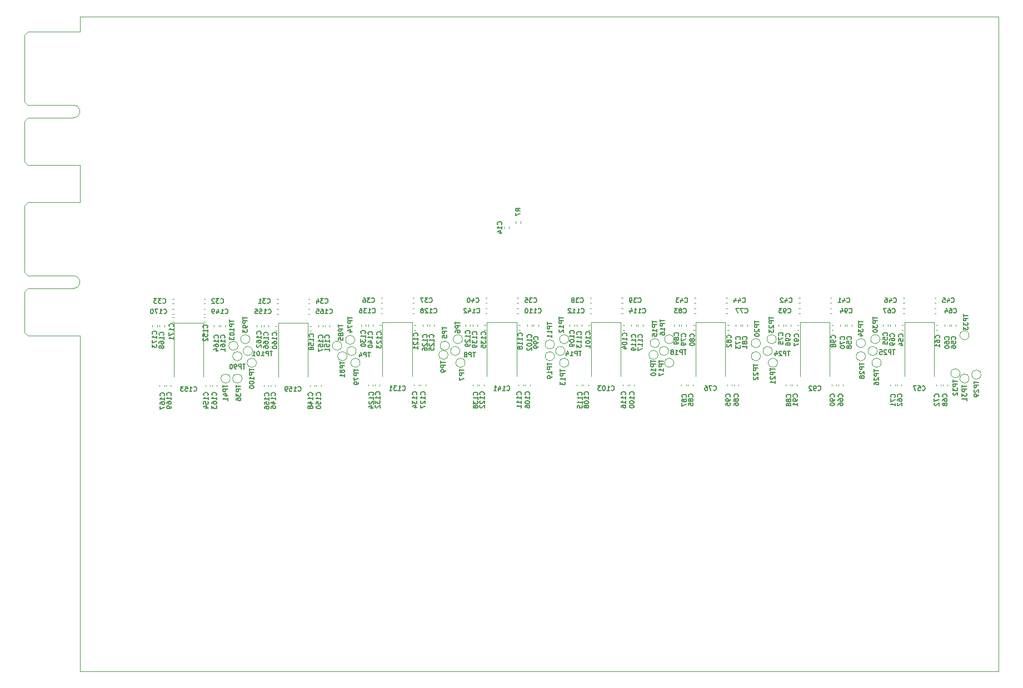
<source format=gbr>
%TF.GenerationSoftware,KiCad,Pcbnew,8.0.0*%
%TF.CreationDate,2024-03-29T21:32:46+01:00*%
%TF.ProjectId,EKO_Miner_BM1366,454b4f5f-4d69-46e6-9572-5f424d313336,rev?*%
%TF.SameCoordinates,Original*%
%TF.FileFunction,Legend,Bot*%
%TF.FilePolarity,Positive*%
%FSLAX46Y46*%
G04 Gerber Fmt 4.6, Leading zero omitted, Abs format (unit mm)*
G04 Created by KiCad (PCBNEW 8.0.0) date 2024-03-29 21:32:46*
%MOMM*%
%LPD*%
G01*
G04 APERTURE LIST*
%ADD10C,0.150000*%
%ADD11C,0.120000*%
%TA.AperFunction,Profile*%
%ADD12C,0.100000*%
%TD*%
G04 APERTURE END LIST*
D10*
X198966666Y-76016033D02*
X198566666Y-76016033D01*
X198766666Y-76716033D02*
X198766666Y-76016033D01*
X198333333Y-76716033D02*
X198333333Y-76016033D01*
X198333333Y-76016033D02*
X198066666Y-76016033D01*
X198066666Y-76016033D02*
X198000000Y-76049366D01*
X198000000Y-76049366D02*
X197966666Y-76082700D01*
X197966666Y-76082700D02*
X197933333Y-76149366D01*
X197933333Y-76149366D02*
X197933333Y-76249366D01*
X197933333Y-76249366D02*
X197966666Y-76316033D01*
X197966666Y-76316033D02*
X198000000Y-76349366D01*
X198000000Y-76349366D02*
X198066666Y-76382700D01*
X198066666Y-76382700D02*
X198333333Y-76382700D01*
X197666666Y-76082700D02*
X197633333Y-76049366D01*
X197633333Y-76049366D02*
X197566666Y-76016033D01*
X197566666Y-76016033D02*
X197400000Y-76016033D01*
X197400000Y-76016033D02*
X197333333Y-76049366D01*
X197333333Y-76049366D02*
X197300000Y-76082700D01*
X197300000Y-76082700D02*
X197266666Y-76149366D01*
X197266666Y-76149366D02*
X197266666Y-76216033D01*
X197266666Y-76216033D02*
X197300000Y-76316033D01*
X197300000Y-76316033D02*
X197700000Y-76716033D01*
X197700000Y-76716033D02*
X197266666Y-76716033D01*
X196633333Y-76016033D02*
X196966666Y-76016033D01*
X196966666Y-76016033D02*
X196999999Y-76349366D01*
X196999999Y-76349366D02*
X196966666Y-76316033D01*
X196966666Y-76316033D02*
X196899999Y-76282700D01*
X196899999Y-76282700D02*
X196733333Y-76282700D01*
X196733333Y-76282700D02*
X196666666Y-76316033D01*
X196666666Y-76316033D02*
X196633333Y-76349366D01*
X196633333Y-76349366D02*
X196599999Y-76416033D01*
X196599999Y-76416033D02*
X196599999Y-76582700D01*
X196599999Y-76582700D02*
X196633333Y-76649366D01*
X196633333Y-76649366D02*
X196666666Y-76682700D01*
X196666666Y-76682700D02*
X196733333Y-76716033D01*
X196733333Y-76716033D02*
X196899999Y-76716033D01*
X196899999Y-76716033D02*
X196966666Y-76682700D01*
X196966666Y-76682700D02*
X196999999Y-76649366D01*
X144597904Y-70341366D02*
X144631237Y-70374700D01*
X144631237Y-70374700D02*
X144731237Y-70408033D01*
X144731237Y-70408033D02*
X144797904Y-70408033D01*
X144797904Y-70408033D02*
X144897904Y-70374700D01*
X144897904Y-70374700D02*
X144964571Y-70308033D01*
X144964571Y-70308033D02*
X144997904Y-70241366D01*
X144997904Y-70241366D02*
X145031237Y-70108033D01*
X145031237Y-70108033D02*
X145031237Y-70008033D01*
X145031237Y-70008033D02*
X144997904Y-69874700D01*
X144997904Y-69874700D02*
X144964571Y-69808033D01*
X144964571Y-69808033D02*
X144897904Y-69741366D01*
X144897904Y-69741366D02*
X144797904Y-69708033D01*
X144797904Y-69708033D02*
X144731237Y-69708033D01*
X144731237Y-69708033D02*
X144631237Y-69741366D01*
X144631237Y-69741366D02*
X144597904Y-69774700D01*
X143931237Y-70408033D02*
X144331237Y-70408033D01*
X144131237Y-70408033D02*
X144131237Y-69708033D01*
X144131237Y-69708033D02*
X144197904Y-69808033D01*
X144197904Y-69808033D02*
X144264571Y-69874700D01*
X144264571Y-69874700D02*
X144331237Y-69908033D01*
X143264570Y-70408033D02*
X143664570Y-70408033D01*
X143464570Y-70408033D02*
X143464570Y-69708033D01*
X143464570Y-69708033D02*
X143531237Y-69808033D01*
X143531237Y-69808033D02*
X143597904Y-69874700D01*
X143597904Y-69874700D02*
X143664570Y-69908033D01*
X142831237Y-69708033D02*
X142764570Y-69708033D01*
X142764570Y-69708033D02*
X142697903Y-69741366D01*
X142697903Y-69741366D02*
X142664570Y-69774700D01*
X142664570Y-69774700D02*
X142631237Y-69841366D01*
X142631237Y-69841366D02*
X142597903Y-69974700D01*
X142597903Y-69974700D02*
X142597903Y-70141366D01*
X142597903Y-70141366D02*
X142631237Y-70274700D01*
X142631237Y-70274700D02*
X142664570Y-70341366D01*
X142664570Y-70341366D02*
X142697903Y-70374700D01*
X142697903Y-70374700D02*
X142764570Y-70408033D01*
X142764570Y-70408033D02*
X142831237Y-70408033D01*
X142831237Y-70408033D02*
X142897903Y-70374700D01*
X142897903Y-70374700D02*
X142931237Y-70341366D01*
X142931237Y-70341366D02*
X142964570Y-70274700D01*
X142964570Y-70274700D02*
X142997903Y-70141366D01*
X142997903Y-70141366D02*
X142997903Y-69974700D01*
X142997903Y-69974700D02*
X142964570Y-69841366D01*
X142964570Y-69841366D02*
X142931237Y-69774700D01*
X142931237Y-69774700D02*
X142897903Y-69741366D01*
X142897903Y-69741366D02*
X142831237Y-69708033D01*
X87533333Y-70449366D02*
X87566666Y-70482700D01*
X87566666Y-70482700D02*
X87666666Y-70516033D01*
X87666666Y-70516033D02*
X87733333Y-70516033D01*
X87733333Y-70516033D02*
X87833333Y-70482700D01*
X87833333Y-70482700D02*
X87900000Y-70416033D01*
X87900000Y-70416033D02*
X87933333Y-70349366D01*
X87933333Y-70349366D02*
X87966666Y-70216033D01*
X87966666Y-70216033D02*
X87966666Y-70116033D01*
X87966666Y-70116033D02*
X87933333Y-69982700D01*
X87933333Y-69982700D02*
X87900000Y-69916033D01*
X87900000Y-69916033D02*
X87833333Y-69849366D01*
X87833333Y-69849366D02*
X87733333Y-69816033D01*
X87733333Y-69816033D02*
X87666666Y-69816033D01*
X87666666Y-69816033D02*
X87566666Y-69849366D01*
X87566666Y-69849366D02*
X87533333Y-69882700D01*
X86866666Y-70516033D02*
X87266666Y-70516033D01*
X87066666Y-70516033D02*
X87066666Y-69816033D01*
X87066666Y-69816033D02*
X87133333Y-69916033D01*
X87133333Y-69916033D02*
X87200000Y-69982700D01*
X87200000Y-69982700D02*
X87266666Y-70016033D01*
X86633333Y-69816033D02*
X86166666Y-69816033D01*
X86166666Y-69816033D02*
X86466666Y-70516033D01*
X85766666Y-69816033D02*
X85699999Y-69816033D01*
X85699999Y-69816033D02*
X85633332Y-69849366D01*
X85633332Y-69849366D02*
X85599999Y-69882700D01*
X85599999Y-69882700D02*
X85566666Y-69949366D01*
X85566666Y-69949366D02*
X85533332Y-70082700D01*
X85533332Y-70082700D02*
X85533332Y-70249366D01*
X85533332Y-70249366D02*
X85566666Y-70382700D01*
X85566666Y-70382700D02*
X85599999Y-70449366D01*
X85599999Y-70449366D02*
X85633332Y-70482700D01*
X85633332Y-70482700D02*
X85699999Y-70516033D01*
X85699999Y-70516033D02*
X85766666Y-70516033D01*
X85766666Y-70516033D02*
X85833332Y-70482700D01*
X85833332Y-70482700D02*
X85866666Y-70449366D01*
X85866666Y-70449366D02*
X85899999Y-70382700D01*
X85899999Y-70382700D02*
X85933332Y-70249366D01*
X85933332Y-70249366D02*
X85933332Y-70082700D01*
X85933332Y-70082700D02*
X85899999Y-69949366D01*
X85899999Y-69949366D02*
X85866666Y-69882700D01*
X85866666Y-69882700D02*
X85833332Y-69849366D01*
X85833332Y-69849366D02*
X85766666Y-69816033D01*
X198933366Y-83241999D02*
X198966700Y-83208666D01*
X198966700Y-83208666D02*
X199000033Y-83108666D01*
X199000033Y-83108666D02*
X199000033Y-83041999D01*
X199000033Y-83041999D02*
X198966700Y-82941999D01*
X198966700Y-82941999D02*
X198900033Y-82875333D01*
X198900033Y-82875333D02*
X198833366Y-82841999D01*
X198833366Y-82841999D02*
X198700033Y-82808666D01*
X198700033Y-82808666D02*
X198600033Y-82808666D01*
X198600033Y-82808666D02*
X198466700Y-82841999D01*
X198466700Y-82841999D02*
X198400033Y-82875333D01*
X198400033Y-82875333D02*
X198333366Y-82941999D01*
X198333366Y-82941999D02*
X198300033Y-83041999D01*
X198300033Y-83041999D02*
X198300033Y-83108666D01*
X198300033Y-83108666D02*
X198333366Y-83208666D01*
X198333366Y-83208666D02*
X198366700Y-83241999D01*
X198300033Y-83475333D02*
X198300033Y-83941999D01*
X198300033Y-83941999D02*
X199000033Y-83641999D01*
X199000033Y-84575333D02*
X199000033Y-84175333D01*
X199000033Y-84375333D02*
X198300033Y-84375333D01*
X198300033Y-84375333D02*
X198400033Y-84308666D01*
X198400033Y-84308666D02*
X198466700Y-84242000D01*
X198466700Y-84242000D02*
X198500033Y-84175333D01*
X138999366Y-56949999D02*
X139032700Y-56916666D01*
X139032700Y-56916666D02*
X139066033Y-56816666D01*
X139066033Y-56816666D02*
X139066033Y-56749999D01*
X139066033Y-56749999D02*
X139032700Y-56649999D01*
X139032700Y-56649999D02*
X138966033Y-56583333D01*
X138966033Y-56583333D02*
X138899366Y-56549999D01*
X138899366Y-56549999D02*
X138766033Y-56516666D01*
X138766033Y-56516666D02*
X138666033Y-56516666D01*
X138666033Y-56516666D02*
X138532700Y-56549999D01*
X138532700Y-56549999D02*
X138466033Y-56583333D01*
X138466033Y-56583333D02*
X138399366Y-56649999D01*
X138399366Y-56649999D02*
X138366033Y-56749999D01*
X138366033Y-56749999D02*
X138366033Y-56816666D01*
X138366033Y-56816666D02*
X138399366Y-56916666D01*
X138399366Y-56916666D02*
X138432700Y-56949999D01*
X139066033Y-57616666D02*
X139066033Y-57216666D01*
X139066033Y-57416666D02*
X138366033Y-57416666D01*
X138366033Y-57416666D02*
X138466033Y-57349999D01*
X138466033Y-57349999D02*
X138532700Y-57283333D01*
X138532700Y-57283333D02*
X138566033Y-57216666D01*
X138599366Y-58216666D02*
X139066033Y-58216666D01*
X138332700Y-58050000D02*
X138832700Y-57883333D01*
X138832700Y-57883333D02*
X138832700Y-58316666D01*
X141963937Y-82858666D02*
X141997271Y-82825333D01*
X141997271Y-82825333D02*
X142030604Y-82725333D01*
X142030604Y-82725333D02*
X142030604Y-82658666D01*
X142030604Y-82658666D02*
X141997271Y-82558666D01*
X141997271Y-82558666D02*
X141930604Y-82492000D01*
X141930604Y-82492000D02*
X141863937Y-82458666D01*
X141863937Y-82458666D02*
X141730604Y-82425333D01*
X141730604Y-82425333D02*
X141630604Y-82425333D01*
X141630604Y-82425333D02*
X141497271Y-82458666D01*
X141497271Y-82458666D02*
X141430604Y-82492000D01*
X141430604Y-82492000D02*
X141363937Y-82558666D01*
X141363937Y-82558666D02*
X141330604Y-82658666D01*
X141330604Y-82658666D02*
X141330604Y-82725333D01*
X141330604Y-82725333D02*
X141363937Y-82825333D01*
X141363937Y-82825333D02*
X141397271Y-82858666D01*
X142030604Y-83525333D02*
X142030604Y-83125333D01*
X142030604Y-83325333D02*
X141330604Y-83325333D01*
X141330604Y-83325333D02*
X141430604Y-83258666D01*
X141430604Y-83258666D02*
X141497271Y-83192000D01*
X141497271Y-83192000D02*
X141530604Y-83125333D01*
X142030604Y-84192000D02*
X142030604Y-83792000D01*
X142030604Y-83992000D02*
X141330604Y-83992000D01*
X141330604Y-83992000D02*
X141430604Y-83925333D01*
X141430604Y-83925333D02*
X141497271Y-83858667D01*
X141497271Y-83858667D02*
X141530604Y-83792000D01*
X142030604Y-84858667D02*
X142030604Y-84458667D01*
X142030604Y-84658667D02*
X141330604Y-84658667D01*
X141330604Y-84658667D02*
X141430604Y-84592000D01*
X141430604Y-84592000D02*
X141497271Y-84525334D01*
X141497271Y-84525334D02*
X141530604Y-84458667D01*
X187200000Y-82141366D02*
X187233333Y-82174700D01*
X187233333Y-82174700D02*
X187333333Y-82208033D01*
X187333333Y-82208033D02*
X187400000Y-82208033D01*
X187400000Y-82208033D02*
X187500000Y-82174700D01*
X187500000Y-82174700D02*
X187566667Y-82108033D01*
X187566667Y-82108033D02*
X187600000Y-82041366D01*
X187600000Y-82041366D02*
X187633333Y-81908033D01*
X187633333Y-81908033D02*
X187633333Y-81808033D01*
X187633333Y-81808033D02*
X187600000Y-81674700D01*
X187600000Y-81674700D02*
X187566667Y-81608033D01*
X187566667Y-81608033D02*
X187500000Y-81541366D01*
X187500000Y-81541366D02*
X187400000Y-81508033D01*
X187400000Y-81508033D02*
X187333333Y-81508033D01*
X187333333Y-81508033D02*
X187233333Y-81541366D01*
X187233333Y-81541366D02*
X187200000Y-81574700D01*
X186866667Y-82208033D02*
X186733333Y-82208033D01*
X186733333Y-82208033D02*
X186666667Y-82174700D01*
X186666667Y-82174700D02*
X186633333Y-82141366D01*
X186633333Y-82141366D02*
X186566667Y-82041366D01*
X186566667Y-82041366D02*
X186533333Y-81908033D01*
X186533333Y-81908033D02*
X186533333Y-81641366D01*
X186533333Y-81641366D02*
X186566667Y-81574700D01*
X186566667Y-81574700D02*
X186600000Y-81541366D01*
X186600000Y-81541366D02*
X186666667Y-81508033D01*
X186666667Y-81508033D02*
X186800000Y-81508033D01*
X186800000Y-81508033D02*
X186866667Y-81541366D01*
X186866667Y-81541366D02*
X186900000Y-81574700D01*
X186900000Y-81574700D02*
X186933333Y-81641366D01*
X186933333Y-81641366D02*
X186933333Y-81808033D01*
X186933333Y-81808033D02*
X186900000Y-81874700D01*
X186900000Y-81874700D02*
X186866667Y-81908033D01*
X186866667Y-81908033D02*
X186800000Y-81941366D01*
X186800000Y-81941366D02*
X186666667Y-81941366D01*
X186666667Y-81941366D02*
X186600000Y-81908033D01*
X186600000Y-81908033D02*
X186566667Y-81874700D01*
X186566667Y-81874700D02*
X186533333Y-81808033D01*
X186266666Y-81574700D02*
X186233333Y-81541366D01*
X186233333Y-81541366D02*
X186166666Y-81508033D01*
X186166666Y-81508033D02*
X186000000Y-81508033D01*
X186000000Y-81508033D02*
X185933333Y-81541366D01*
X185933333Y-81541366D02*
X185900000Y-81574700D01*
X185900000Y-81574700D02*
X185866666Y-81641366D01*
X185866666Y-81641366D02*
X185866666Y-81708033D01*
X185866666Y-81708033D02*
X185900000Y-81808033D01*
X185900000Y-81808033D02*
X186300000Y-82208033D01*
X186300000Y-82208033D02*
X185866666Y-82208033D01*
X205583366Y-83191999D02*
X205616700Y-83158666D01*
X205616700Y-83158666D02*
X205650033Y-83058666D01*
X205650033Y-83058666D02*
X205650033Y-82991999D01*
X205650033Y-82991999D02*
X205616700Y-82891999D01*
X205616700Y-82891999D02*
X205550033Y-82825333D01*
X205550033Y-82825333D02*
X205483366Y-82791999D01*
X205483366Y-82791999D02*
X205350033Y-82758666D01*
X205350033Y-82758666D02*
X205250033Y-82758666D01*
X205250033Y-82758666D02*
X205116700Y-82791999D01*
X205116700Y-82791999D02*
X205050033Y-82825333D01*
X205050033Y-82825333D02*
X204983366Y-82891999D01*
X204983366Y-82891999D02*
X204950033Y-82991999D01*
X204950033Y-82991999D02*
X204950033Y-83058666D01*
X204950033Y-83058666D02*
X204983366Y-83158666D01*
X204983366Y-83158666D02*
X205016700Y-83191999D01*
X204950033Y-83425333D02*
X204950033Y-83891999D01*
X204950033Y-83891999D02*
X205650033Y-83591999D01*
X205016700Y-84125333D02*
X204983366Y-84158666D01*
X204983366Y-84158666D02*
X204950033Y-84225333D01*
X204950033Y-84225333D02*
X204950033Y-84392000D01*
X204950033Y-84392000D02*
X204983366Y-84458666D01*
X204983366Y-84458666D02*
X205016700Y-84492000D01*
X205016700Y-84492000D02*
X205083366Y-84525333D01*
X205083366Y-84525333D02*
X205150033Y-84525333D01*
X205150033Y-84525333D02*
X205250033Y-84492000D01*
X205250033Y-84492000D02*
X205650033Y-84092000D01*
X205650033Y-84092000D02*
X205650033Y-84525333D01*
X191979142Y-70341366D02*
X192012475Y-70374700D01*
X192012475Y-70374700D02*
X192112475Y-70408033D01*
X192112475Y-70408033D02*
X192179142Y-70408033D01*
X192179142Y-70408033D02*
X192279142Y-70374700D01*
X192279142Y-70374700D02*
X192345809Y-70308033D01*
X192345809Y-70308033D02*
X192379142Y-70241366D01*
X192379142Y-70241366D02*
X192412475Y-70108033D01*
X192412475Y-70108033D02*
X192412475Y-70008033D01*
X192412475Y-70008033D02*
X192379142Y-69874700D01*
X192379142Y-69874700D02*
X192345809Y-69808033D01*
X192345809Y-69808033D02*
X192279142Y-69741366D01*
X192279142Y-69741366D02*
X192179142Y-69708033D01*
X192179142Y-69708033D02*
X192112475Y-69708033D01*
X192112475Y-69708033D02*
X192012475Y-69741366D01*
X192012475Y-69741366D02*
X191979142Y-69774700D01*
X191645809Y-70408033D02*
X191512475Y-70408033D01*
X191512475Y-70408033D02*
X191445809Y-70374700D01*
X191445809Y-70374700D02*
X191412475Y-70341366D01*
X191412475Y-70341366D02*
X191345809Y-70241366D01*
X191345809Y-70241366D02*
X191312475Y-70108033D01*
X191312475Y-70108033D02*
X191312475Y-69841366D01*
X191312475Y-69841366D02*
X191345809Y-69774700D01*
X191345809Y-69774700D02*
X191379142Y-69741366D01*
X191379142Y-69741366D02*
X191445809Y-69708033D01*
X191445809Y-69708033D02*
X191579142Y-69708033D01*
X191579142Y-69708033D02*
X191645809Y-69741366D01*
X191645809Y-69741366D02*
X191679142Y-69774700D01*
X191679142Y-69774700D02*
X191712475Y-69841366D01*
X191712475Y-69841366D02*
X191712475Y-70008033D01*
X191712475Y-70008033D02*
X191679142Y-70074700D01*
X191679142Y-70074700D02*
X191645809Y-70108033D01*
X191645809Y-70108033D02*
X191579142Y-70141366D01*
X191579142Y-70141366D02*
X191445809Y-70141366D01*
X191445809Y-70141366D02*
X191379142Y-70108033D01*
X191379142Y-70108033D02*
X191345809Y-70074700D01*
X191345809Y-70074700D02*
X191312475Y-70008033D01*
X190712475Y-69941366D02*
X190712475Y-70408033D01*
X190879142Y-69674700D02*
X191045808Y-70174700D01*
X191045808Y-70174700D02*
X190612475Y-70174700D01*
X120409080Y-82858666D02*
X120442414Y-82825333D01*
X120442414Y-82825333D02*
X120475747Y-82725333D01*
X120475747Y-82725333D02*
X120475747Y-82658666D01*
X120475747Y-82658666D02*
X120442414Y-82558666D01*
X120442414Y-82558666D02*
X120375747Y-82492000D01*
X120375747Y-82492000D02*
X120309080Y-82458666D01*
X120309080Y-82458666D02*
X120175747Y-82425333D01*
X120175747Y-82425333D02*
X120075747Y-82425333D01*
X120075747Y-82425333D02*
X119942414Y-82458666D01*
X119942414Y-82458666D02*
X119875747Y-82492000D01*
X119875747Y-82492000D02*
X119809080Y-82558666D01*
X119809080Y-82558666D02*
X119775747Y-82658666D01*
X119775747Y-82658666D02*
X119775747Y-82725333D01*
X119775747Y-82725333D02*
X119809080Y-82825333D01*
X119809080Y-82825333D02*
X119842414Y-82858666D01*
X120475747Y-83525333D02*
X120475747Y-83125333D01*
X120475747Y-83325333D02*
X119775747Y-83325333D01*
X119775747Y-83325333D02*
X119875747Y-83258666D01*
X119875747Y-83258666D02*
X119942414Y-83192000D01*
X119942414Y-83192000D02*
X119975747Y-83125333D01*
X119775747Y-83758667D02*
X119775747Y-84192000D01*
X119775747Y-84192000D02*
X120042414Y-83958667D01*
X120042414Y-83958667D02*
X120042414Y-84058667D01*
X120042414Y-84058667D02*
X120075747Y-84125333D01*
X120075747Y-84125333D02*
X120109080Y-84158667D01*
X120109080Y-84158667D02*
X120175747Y-84192000D01*
X120175747Y-84192000D02*
X120342414Y-84192000D01*
X120342414Y-84192000D02*
X120409080Y-84158667D01*
X120409080Y-84158667D02*
X120442414Y-84125333D01*
X120442414Y-84125333D02*
X120475747Y-84058667D01*
X120475747Y-84058667D02*
X120475747Y-83858667D01*
X120475747Y-83858667D02*
X120442414Y-83792000D01*
X120442414Y-83792000D02*
X120409080Y-83758667D01*
X119842414Y-84458667D02*
X119809080Y-84492000D01*
X119809080Y-84492000D02*
X119775747Y-84558667D01*
X119775747Y-84558667D02*
X119775747Y-84725334D01*
X119775747Y-84725334D02*
X119809080Y-84792000D01*
X119809080Y-84792000D02*
X119842414Y-84825334D01*
X119842414Y-84825334D02*
X119909080Y-84858667D01*
X119909080Y-84858667D02*
X119975747Y-84858667D01*
X119975747Y-84858667D02*
X120075747Y-84825334D01*
X120075747Y-84825334D02*
X120475747Y-84425334D01*
X120475747Y-84425334D02*
X120475747Y-84858667D01*
X151152761Y-70341366D02*
X151186094Y-70374700D01*
X151186094Y-70374700D02*
X151286094Y-70408033D01*
X151286094Y-70408033D02*
X151352761Y-70408033D01*
X151352761Y-70408033D02*
X151452761Y-70374700D01*
X151452761Y-70374700D02*
X151519428Y-70308033D01*
X151519428Y-70308033D02*
X151552761Y-70241366D01*
X151552761Y-70241366D02*
X151586094Y-70108033D01*
X151586094Y-70108033D02*
X151586094Y-70008033D01*
X151586094Y-70008033D02*
X151552761Y-69874700D01*
X151552761Y-69874700D02*
X151519428Y-69808033D01*
X151519428Y-69808033D02*
X151452761Y-69741366D01*
X151452761Y-69741366D02*
X151352761Y-69708033D01*
X151352761Y-69708033D02*
X151286094Y-69708033D01*
X151286094Y-69708033D02*
X151186094Y-69741366D01*
X151186094Y-69741366D02*
X151152761Y-69774700D01*
X150486094Y-70408033D02*
X150886094Y-70408033D01*
X150686094Y-70408033D02*
X150686094Y-69708033D01*
X150686094Y-69708033D02*
X150752761Y-69808033D01*
X150752761Y-69808033D02*
X150819428Y-69874700D01*
X150819428Y-69874700D02*
X150886094Y-69908033D01*
X149819427Y-70408033D02*
X150219427Y-70408033D01*
X150019427Y-70408033D02*
X150019427Y-69708033D01*
X150019427Y-69708033D02*
X150086094Y-69808033D01*
X150086094Y-69808033D02*
X150152761Y-69874700D01*
X150152761Y-69874700D02*
X150219427Y-69908033D01*
X149552760Y-69774700D02*
X149519427Y-69741366D01*
X149519427Y-69741366D02*
X149452760Y-69708033D01*
X149452760Y-69708033D02*
X149286094Y-69708033D01*
X149286094Y-69708033D02*
X149219427Y-69741366D01*
X149219427Y-69741366D02*
X149186094Y-69774700D01*
X149186094Y-69774700D02*
X149152760Y-69841366D01*
X149152760Y-69841366D02*
X149152760Y-69908033D01*
X149152760Y-69908033D02*
X149186094Y-70008033D01*
X149186094Y-70008033D02*
X149586094Y-70408033D01*
X149586094Y-70408033D02*
X149152760Y-70408033D01*
X123913905Y-82141366D02*
X123947238Y-82174700D01*
X123947238Y-82174700D02*
X124047238Y-82208033D01*
X124047238Y-82208033D02*
X124113905Y-82208033D01*
X124113905Y-82208033D02*
X124213905Y-82174700D01*
X124213905Y-82174700D02*
X124280572Y-82108033D01*
X124280572Y-82108033D02*
X124313905Y-82041366D01*
X124313905Y-82041366D02*
X124347238Y-81908033D01*
X124347238Y-81908033D02*
X124347238Y-81808033D01*
X124347238Y-81808033D02*
X124313905Y-81674700D01*
X124313905Y-81674700D02*
X124280572Y-81608033D01*
X124280572Y-81608033D02*
X124213905Y-81541366D01*
X124213905Y-81541366D02*
X124113905Y-81508033D01*
X124113905Y-81508033D02*
X124047238Y-81508033D01*
X124047238Y-81508033D02*
X123947238Y-81541366D01*
X123947238Y-81541366D02*
X123913905Y-81574700D01*
X123247238Y-82208033D02*
X123647238Y-82208033D01*
X123447238Y-82208033D02*
X123447238Y-81508033D01*
X123447238Y-81508033D02*
X123513905Y-81608033D01*
X123513905Y-81608033D02*
X123580572Y-81674700D01*
X123580572Y-81674700D02*
X123647238Y-81708033D01*
X123013905Y-81508033D02*
X122580571Y-81508033D01*
X122580571Y-81508033D02*
X122813905Y-81774700D01*
X122813905Y-81774700D02*
X122713905Y-81774700D01*
X122713905Y-81774700D02*
X122647238Y-81808033D01*
X122647238Y-81808033D02*
X122613905Y-81841366D01*
X122613905Y-81841366D02*
X122580571Y-81908033D01*
X122580571Y-81908033D02*
X122580571Y-82074700D01*
X122580571Y-82074700D02*
X122613905Y-82141366D01*
X122613905Y-82141366D02*
X122647238Y-82174700D01*
X122647238Y-82174700D02*
X122713905Y-82208033D01*
X122713905Y-82208033D02*
X122913905Y-82208033D01*
X122913905Y-82208033D02*
X122980571Y-82174700D01*
X122980571Y-82174700D02*
X123013905Y-82141366D01*
X121913904Y-82208033D02*
X122313904Y-82208033D01*
X122113904Y-82208033D02*
X122113904Y-81508033D01*
X122113904Y-81508033D02*
X122180571Y-81608033D01*
X122180571Y-81608033D02*
X122247238Y-81674700D01*
X122247238Y-81674700D02*
X122313904Y-81708033D01*
X134113937Y-73508666D02*
X134147271Y-73475333D01*
X134147271Y-73475333D02*
X134180604Y-73375333D01*
X134180604Y-73375333D02*
X134180604Y-73308666D01*
X134180604Y-73308666D02*
X134147271Y-73208666D01*
X134147271Y-73208666D02*
X134080604Y-73142000D01*
X134080604Y-73142000D02*
X134013937Y-73108666D01*
X134013937Y-73108666D02*
X133880604Y-73075333D01*
X133880604Y-73075333D02*
X133780604Y-73075333D01*
X133780604Y-73075333D02*
X133647271Y-73108666D01*
X133647271Y-73108666D02*
X133580604Y-73142000D01*
X133580604Y-73142000D02*
X133513937Y-73208666D01*
X133513937Y-73208666D02*
X133480604Y-73308666D01*
X133480604Y-73308666D02*
X133480604Y-73375333D01*
X133480604Y-73375333D02*
X133513937Y-73475333D01*
X133513937Y-73475333D02*
X133547271Y-73508666D01*
X134180604Y-74175333D02*
X134180604Y-73775333D01*
X134180604Y-73975333D02*
X133480604Y-73975333D01*
X133480604Y-73975333D02*
X133580604Y-73908666D01*
X133580604Y-73908666D02*
X133647271Y-73842000D01*
X133647271Y-73842000D02*
X133680604Y-73775333D01*
X133547271Y-74442000D02*
X133513937Y-74475333D01*
X133513937Y-74475333D02*
X133480604Y-74542000D01*
X133480604Y-74542000D02*
X133480604Y-74708667D01*
X133480604Y-74708667D02*
X133513937Y-74775333D01*
X133513937Y-74775333D02*
X133547271Y-74808667D01*
X133547271Y-74808667D02*
X133613937Y-74842000D01*
X133613937Y-74842000D02*
X133680604Y-74842000D01*
X133680604Y-74842000D02*
X133780604Y-74808667D01*
X133780604Y-74808667D02*
X134180604Y-74408667D01*
X134180604Y-74408667D02*
X134180604Y-74842000D01*
X134180604Y-75175334D02*
X134180604Y-75308667D01*
X134180604Y-75308667D02*
X134147271Y-75375334D01*
X134147271Y-75375334D02*
X134113937Y-75408667D01*
X134113937Y-75408667D02*
X134013937Y-75475334D01*
X134013937Y-75475334D02*
X133880604Y-75508667D01*
X133880604Y-75508667D02*
X133613937Y-75508667D01*
X133613937Y-75508667D02*
X133547271Y-75475334D01*
X133547271Y-75475334D02*
X133513937Y-75442000D01*
X133513937Y-75442000D02*
X133480604Y-75375334D01*
X133480604Y-75375334D02*
X133480604Y-75242000D01*
X133480604Y-75242000D02*
X133513937Y-75175334D01*
X133513937Y-75175334D02*
X133547271Y-75142000D01*
X133547271Y-75142000D02*
X133613937Y-75108667D01*
X133613937Y-75108667D02*
X133780604Y-75108667D01*
X133780604Y-75108667D02*
X133847271Y-75142000D01*
X133847271Y-75142000D02*
X133880604Y-75175334D01*
X133880604Y-75175334D02*
X133913937Y-75242000D01*
X133913937Y-75242000D02*
X133913937Y-75375334D01*
X133913937Y-75375334D02*
X133880604Y-75442000D01*
X133880604Y-75442000D02*
X133847271Y-75475334D01*
X133847271Y-75475334D02*
X133780604Y-75508667D01*
X145966033Y-71783333D02*
X145966033Y-72183333D01*
X146666033Y-71983333D02*
X145966033Y-71983333D01*
X146666033Y-72416666D02*
X145966033Y-72416666D01*
X145966033Y-72416666D02*
X145966033Y-72683333D01*
X145966033Y-72683333D02*
X145999366Y-72750000D01*
X145999366Y-72750000D02*
X146032700Y-72783333D01*
X146032700Y-72783333D02*
X146099366Y-72816666D01*
X146099366Y-72816666D02*
X146199366Y-72816666D01*
X146199366Y-72816666D02*
X146266033Y-72783333D01*
X146266033Y-72783333D02*
X146299366Y-72750000D01*
X146299366Y-72750000D02*
X146332700Y-72683333D01*
X146332700Y-72683333D02*
X146332700Y-72416666D01*
X146666033Y-73483333D02*
X146666033Y-73083333D01*
X146666033Y-73283333D02*
X145966033Y-73283333D01*
X145966033Y-73283333D02*
X146066033Y-73216666D01*
X146066033Y-73216666D02*
X146132700Y-73150000D01*
X146132700Y-73150000D02*
X146166033Y-73083333D01*
X146666033Y-74150000D02*
X146666033Y-73750000D01*
X146666033Y-73950000D02*
X145966033Y-73950000D01*
X145966033Y-73950000D02*
X146066033Y-73883333D01*
X146066033Y-73883333D02*
X146132700Y-73816667D01*
X146132700Y-73816667D02*
X146166033Y-73750000D01*
X127309080Y-82858666D02*
X127342414Y-82825333D01*
X127342414Y-82825333D02*
X127375747Y-82725333D01*
X127375747Y-82725333D02*
X127375747Y-82658666D01*
X127375747Y-82658666D02*
X127342414Y-82558666D01*
X127342414Y-82558666D02*
X127275747Y-82492000D01*
X127275747Y-82492000D02*
X127209080Y-82458666D01*
X127209080Y-82458666D02*
X127075747Y-82425333D01*
X127075747Y-82425333D02*
X126975747Y-82425333D01*
X126975747Y-82425333D02*
X126842414Y-82458666D01*
X126842414Y-82458666D02*
X126775747Y-82492000D01*
X126775747Y-82492000D02*
X126709080Y-82558666D01*
X126709080Y-82558666D02*
X126675747Y-82658666D01*
X126675747Y-82658666D02*
X126675747Y-82725333D01*
X126675747Y-82725333D02*
X126709080Y-82825333D01*
X126709080Y-82825333D02*
X126742414Y-82858666D01*
X127375747Y-83525333D02*
X127375747Y-83125333D01*
X127375747Y-83325333D02*
X126675747Y-83325333D01*
X126675747Y-83325333D02*
X126775747Y-83258666D01*
X126775747Y-83258666D02*
X126842414Y-83192000D01*
X126842414Y-83192000D02*
X126875747Y-83125333D01*
X126742414Y-83792000D02*
X126709080Y-83825333D01*
X126709080Y-83825333D02*
X126675747Y-83892000D01*
X126675747Y-83892000D02*
X126675747Y-84058667D01*
X126675747Y-84058667D02*
X126709080Y-84125333D01*
X126709080Y-84125333D02*
X126742414Y-84158667D01*
X126742414Y-84158667D02*
X126809080Y-84192000D01*
X126809080Y-84192000D02*
X126875747Y-84192000D01*
X126875747Y-84192000D02*
X126975747Y-84158667D01*
X126975747Y-84158667D02*
X127375747Y-83758667D01*
X127375747Y-83758667D02*
X127375747Y-84192000D01*
X126675747Y-84425334D02*
X126675747Y-84892000D01*
X126675747Y-84892000D02*
X127375747Y-84592000D01*
X98566033Y-81383333D02*
X98566033Y-81783333D01*
X99266033Y-81583333D02*
X98566033Y-81583333D01*
X99266033Y-82016666D02*
X98566033Y-82016666D01*
X98566033Y-82016666D02*
X98566033Y-82283333D01*
X98566033Y-82283333D02*
X98599366Y-82350000D01*
X98599366Y-82350000D02*
X98632700Y-82383333D01*
X98632700Y-82383333D02*
X98699366Y-82416666D01*
X98699366Y-82416666D02*
X98799366Y-82416666D01*
X98799366Y-82416666D02*
X98866033Y-82383333D01*
X98866033Y-82383333D02*
X98899366Y-82350000D01*
X98899366Y-82350000D02*
X98932700Y-82283333D01*
X98932700Y-82283333D02*
X98932700Y-82016666D01*
X98566033Y-82650000D02*
X98566033Y-83083333D01*
X98566033Y-83083333D02*
X98832700Y-82850000D01*
X98832700Y-82850000D02*
X98832700Y-82950000D01*
X98832700Y-82950000D02*
X98866033Y-83016666D01*
X98866033Y-83016666D02*
X98899366Y-83050000D01*
X98899366Y-83050000D02*
X98966033Y-83083333D01*
X98966033Y-83083333D02*
X99132700Y-83083333D01*
X99132700Y-83083333D02*
X99199366Y-83050000D01*
X99199366Y-83050000D02*
X99232700Y-83016666D01*
X99232700Y-83016666D02*
X99266033Y-82950000D01*
X99266033Y-82950000D02*
X99266033Y-82750000D01*
X99266033Y-82750000D02*
X99232700Y-82683333D01*
X99232700Y-82683333D02*
X99199366Y-82650000D01*
X98566033Y-83683333D02*
X98566033Y-83550000D01*
X98566033Y-83550000D02*
X98599366Y-83483333D01*
X98599366Y-83483333D02*
X98632700Y-83450000D01*
X98632700Y-83450000D02*
X98732700Y-83383333D01*
X98732700Y-83383333D02*
X98866033Y-83350000D01*
X98866033Y-83350000D02*
X99132700Y-83350000D01*
X99132700Y-83350000D02*
X99199366Y-83383333D01*
X99199366Y-83383333D02*
X99232700Y-83416667D01*
X99232700Y-83416667D02*
X99266033Y-83483333D01*
X99266033Y-83483333D02*
X99266033Y-83616667D01*
X99266033Y-83616667D02*
X99232700Y-83683333D01*
X99232700Y-83683333D02*
X99199366Y-83716667D01*
X99199366Y-83716667D02*
X99132700Y-83750000D01*
X99132700Y-83750000D02*
X98966033Y-83750000D01*
X98966033Y-83750000D02*
X98899366Y-83716667D01*
X98899366Y-83716667D02*
X98866033Y-83683333D01*
X98866033Y-83683333D02*
X98832700Y-83616667D01*
X98832700Y-83616667D02*
X98832700Y-83483333D01*
X98832700Y-83483333D02*
X98866033Y-83416667D01*
X98866033Y-83416667D02*
X98899366Y-83383333D01*
X98899366Y-83383333D02*
X98966033Y-83350000D01*
X147766033Y-70983333D02*
X147766033Y-71383333D01*
X148466033Y-71183333D02*
X147766033Y-71183333D01*
X148466033Y-71616666D02*
X147766033Y-71616666D01*
X147766033Y-71616666D02*
X147766033Y-71883333D01*
X147766033Y-71883333D02*
X147799366Y-71950000D01*
X147799366Y-71950000D02*
X147832700Y-71983333D01*
X147832700Y-71983333D02*
X147899366Y-72016666D01*
X147899366Y-72016666D02*
X147999366Y-72016666D01*
X147999366Y-72016666D02*
X148066033Y-71983333D01*
X148066033Y-71983333D02*
X148099366Y-71950000D01*
X148099366Y-71950000D02*
X148132700Y-71883333D01*
X148132700Y-71883333D02*
X148132700Y-71616666D01*
X148466033Y-72683333D02*
X148466033Y-72283333D01*
X148466033Y-72483333D02*
X147766033Y-72483333D01*
X147766033Y-72483333D02*
X147866033Y-72416666D01*
X147866033Y-72416666D02*
X147932700Y-72350000D01*
X147932700Y-72350000D02*
X147966033Y-72283333D01*
X147832700Y-72950000D02*
X147799366Y-72983333D01*
X147799366Y-72983333D02*
X147766033Y-73050000D01*
X147766033Y-73050000D02*
X147766033Y-73216667D01*
X147766033Y-73216667D02*
X147799366Y-73283333D01*
X147799366Y-73283333D02*
X147832700Y-73316667D01*
X147832700Y-73316667D02*
X147899366Y-73350000D01*
X147899366Y-73350000D02*
X147966033Y-73350000D01*
X147966033Y-73350000D02*
X148066033Y-73316667D01*
X148066033Y-73316667D02*
X148466033Y-72916667D01*
X148466033Y-72916667D02*
X148466033Y-73350000D01*
X171295143Y-82141366D02*
X171328476Y-82174700D01*
X171328476Y-82174700D02*
X171428476Y-82208033D01*
X171428476Y-82208033D02*
X171495143Y-82208033D01*
X171495143Y-82208033D02*
X171595143Y-82174700D01*
X171595143Y-82174700D02*
X171661810Y-82108033D01*
X171661810Y-82108033D02*
X171695143Y-82041366D01*
X171695143Y-82041366D02*
X171728476Y-81908033D01*
X171728476Y-81908033D02*
X171728476Y-81808033D01*
X171728476Y-81808033D02*
X171695143Y-81674700D01*
X171695143Y-81674700D02*
X171661810Y-81608033D01*
X171661810Y-81608033D02*
X171595143Y-81541366D01*
X171595143Y-81541366D02*
X171495143Y-81508033D01*
X171495143Y-81508033D02*
X171428476Y-81508033D01*
X171428476Y-81508033D02*
X171328476Y-81541366D01*
X171328476Y-81541366D02*
X171295143Y-81574700D01*
X171061810Y-81508033D02*
X170595143Y-81508033D01*
X170595143Y-81508033D02*
X170895143Y-82208033D01*
X170028476Y-81508033D02*
X170161809Y-81508033D01*
X170161809Y-81508033D02*
X170228476Y-81541366D01*
X170228476Y-81541366D02*
X170261809Y-81574700D01*
X170261809Y-81574700D02*
X170328476Y-81674700D01*
X170328476Y-81674700D02*
X170361809Y-81808033D01*
X170361809Y-81808033D02*
X170361809Y-82074700D01*
X170361809Y-82074700D02*
X170328476Y-82141366D01*
X170328476Y-82141366D02*
X170295143Y-82174700D01*
X170295143Y-82174700D02*
X170228476Y-82208033D01*
X170228476Y-82208033D02*
X170095143Y-82208033D01*
X170095143Y-82208033D02*
X170028476Y-82174700D01*
X170028476Y-82174700D02*
X169995143Y-82141366D01*
X169995143Y-82141366D02*
X169961809Y-82074700D01*
X169961809Y-82074700D02*
X169961809Y-81908033D01*
X169961809Y-81908033D02*
X169995143Y-81841366D01*
X169995143Y-81841366D02*
X170028476Y-81808033D01*
X170028476Y-81808033D02*
X170095143Y-81774700D01*
X170095143Y-81774700D02*
X170228476Y-81774700D01*
X170228476Y-81774700D02*
X170295143Y-81808033D01*
X170295143Y-81808033D02*
X170328476Y-81841366D01*
X170328476Y-81841366D02*
X170361809Y-81908033D01*
X119409080Y-82908666D02*
X119442414Y-82875333D01*
X119442414Y-82875333D02*
X119475747Y-82775333D01*
X119475747Y-82775333D02*
X119475747Y-82708666D01*
X119475747Y-82708666D02*
X119442414Y-82608666D01*
X119442414Y-82608666D02*
X119375747Y-82542000D01*
X119375747Y-82542000D02*
X119309080Y-82508666D01*
X119309080Y-82508666D02*
X119175747Y-82475333D01*
X119175747Y-82475333D02*
X119075747Y-82475333D01*
X119075747Y-82475333D02*
X118942414Y-82508666D01*
X118942414Y-82508666D02*
X118875747Y-82542000D01*
X118875747Y-82542000D02*
X118809080Y-82608666D01*
X118809080Y-82608666D02*
X118775747Y-82708666D01*
X118775747Y-82708666D02*
X118775747Y-82775333D01*
X118775747Y-82775333D02*
X118809080Y-82875333D01*
X118809080Y-82875333D02*
X118842414Y-82908666D01*
X119475747Y-83575333D02*
X119475747Y-83175333D01*
X119475747Y-83375333D02*
X118775747Y-83375333D01*
X118775747Y-83375333D02*
X118875747Y-83308666D01*
X118875747Y-83308666D02*
X118942414Y-83242000D01*
X118942414Y-83242000D02*
X118975747Y-83175333D01*
X118842414Y-83842000D02*
X118809080Y-83875333D01*
X118809080Y-83875333D02*
X118775747Y-83942000D01*
X118775747Y-83942000D02*
X118775747Y-84108667D01*
X118775747Y-84108667D02*
X118809080Y-84175333D01*
X118809080Y-84175333D02*
X118842414Y-84208667D01*
X118842414Y-84208667D02*
X118909080Y-84242000D01*
X118909080Y-84242000D02*
X118975747Y-84242000D01*
X118975747Y-84242000D02*
X119075747Y-84208667D01*
X119075747Y-84208667D02*
X119475747Y-83808667D01*
X119475747Y-83808667D02*
X119475747Y-84242000D01*
X119009080Y-84842000D02*
X119475747Y-84842000D01*
X118742414Y-84675334D02*
X119242414Y-84508667D01*
X119242414Y-84508667D02*
X119242414Y-84942000D01*
X129966033Y-72516666D02*
X129966033Y-72916666D01*
X130666033Y-72716666D02*
X129966033Y-72716666D01*
X130666033Y-73149999D02*
X129966033Y-73149999D01*
X129966033Y-73149999D02*
X129966033Y-73416666D01*
X129966033Y-73416666D02*
X129999366Y-73483333D01*
X129999366Y-73483333D02*
X130032700Y-73516666D01*
X130032700Y-73516666D02*
X130099366Y-73549999D01*
X130099366Y-73549999D02*
X130199366Y-73549999D01*
X130199366Y-73549999D02*
X130266033Y-73516666D01*
X130266033Y-73516666D02*
X130299366Y-73483333D01*
X130299366Y-73483333D02*
X130332700Y-73416666D01*
X130332700Y-73416666D02*
X130332700Y-73149999D01*
X129966033Y-74183333D02*
X129966033Y-73849999D01*
X129966033Y-73849999D02*
X130299366Y-73816666D01*
X130299366Y-73816666D02*
X130266033Y-73849999D01*
X130266033Y-73849999D02*
X130232700Y-73916666D01*
X130232700Y-73916666D02*
X130232700Y-74083333D01*
X130232700Y-74083333D02*
X130266033Y-74149999D01*
X130266033Y-74149999D02*
X130299366Y-74183333D01*
X130299366Y-74183333D02*
X130366033Y-74216666D01*
X130366033Y-74216666D02*
X130532700Y-74216666D01*
X130532700Y-74216666D02*
X130599366Y-74183333D01*
X130599366Y-74183333D02*
X130632700Y-74149999D01*
X130632700Y-74149999D02*
X130666033Y-74083333D01*
X130666033Y-74083333D02*
X130666033Y-73916666D01*
X130666033Y-73916666D02*
X130632700Y-73849999D01*
X130632700Y-73849999D02*
X130599366Y-73816666D01*
X99966666Y-78216033D02*
X99566666Y-78216033D01*
X99766666Y-78916033D02*
X99766666Y-78216033D01*
X99333333Y-78916033D02*
X99333333Y-78216033D01*
X99333333Y-78216033D02*
X99066666Y-78216033D01*
X99066666Y-78216033D02*
X99000000Y-78249366D01*
X99000000Y-78249366D02*
X98966666Y-78282700D01*
X98966666Y-78282700D02*
X98933333Y-78349366D01*
X98933333Y-78349366D02*
X98933333Y-78449366D01*
X98933333Y-78449366D02*
X98966666Y-78516033D01*
X98966666Y-78516033D02*
X99000000Y-78549366D01*
X99000000Y-78549366D02*
X99066666Y-78582700D01*
X99066666Y-78582700D02*
X99333333Y-78582700D01*
X98600000Y-78916033D02*
X98466666Y-78916033D01*
X98466666Y-78916033D02*
X98400000Y-78882700D01*
X98400000Y-78882700D02*
X98366666Y-78849366D01*
X98366666Y-78849366D02*
X98300000Y-78749366D01*
X98300000Y-78749366D02*
X98266666Y-78616033D01*
X98266666Y-78616033D02*
X98266666Y-78349366D01*
X98266666Y-78349366D02*
X98300000Y-78282700D01*
X98300000Y-78282700D02*
X98333333Y-78249366D01*
X98333333Y-78249366D02*
X98400000Y-78216033D01*
X98400000Y-78216033D02*
X98533333Y-78216033D01*
X98533333Y-78216033D02*
X98600000Y-78249366D01*
X98600000Y-78249366D02*
X98633333Y-78282700D01*
X98633333Y-78282700D02*
X98666666Y-78349366D01*
X98666666Y-78349366D02*
X98666666Y-78516033D01*
X98666666Y-78516033D02*
X98633333Y-78582700D01*
X98633333Y-78582700D02*
X98600000Y-78616033D01*
X98600000Y-78616033D02*
X98533333Y-78649366D01*
X98533333Y-78649366D02*
X98400000Y-78649366D01*
X98400000Y-78649366D02*
X98333333Y-78616033D01*
X98333333Y-78616033D02*
X98300000Y-78582700D01*
X98300000Y-78582700D02*
X98266666Y-78516033D01*
X97833333Y-78216033D02*
X97766666Y-78216033D01*
X97766666Y-78216033D02*
X97699999Y-78249366D01*
X97699999Y-78249366D02*
X97666666Y-78282700D01*
X97666666Y-78282700D02*
X97633333Y-78349366D01*
X97633333Y-78349366D02*
X97599999Y-78482700D01*
X97599999Y-78482700D02*
X97599999Y-78649366D01*
X97599999Y-78649366D02*
X97633333Y-78782700D01*
X97633333Y-78782700D02*
X97666666Y-78849366D01*
X97666666Y-78849366D02*
X97699999Y-78882700D01*
X97699999Y-78882700D02*
X97766666Y-78916033D01*
X97766666Y-78916033D02*
X97833333Y-78916033D01*
X97833333Y-78916033D02*
X97899999Y-78882700D01*
X97899999Y-78882700D02*
X97933333Y-78849366D01*
X97933333Y-78849366D02*
X97966666Y-78782700D01*
X97966666Y-78782700D02*
X97999999Y-78649366D01*
X97999999Y-78649366D02*
X97999999Y-78482700D01*
X97999999Y-78482700D02*
X97966666Y-78349366D01*
X97966666Y-78349366D02*
X97933333Y-78282700D01*
X97933333Y-78282700D02*
X97899999Y-78249366D01*
X97899999Y-78249366D02*
X97833333Y-78216033D01*
X157868794Y-82858666D02*
X157902128Y-82825333D01*
X157902128Y-82825333D02*
X157935461Y-82725333D01*
X157935461Y-82725333D02*
X157935461Y-82658666D01*
X157935461Y-82658666D02*
X157902128Y-82558666D01*
X157902128Y-82558666D02*
X157835461Y-82492000D01*
X157835461Y-82492000D02*
X157768794Y-82458666D01*
X157768794Y-82458666D02*
X157635461Y-82425333D01*
X157635461Y-82425333D02*
X157535461Y-82425333D01*
X157535461Y-82425333D02*
X157402128Y-82458666D01*
X157402128Y-82458666D02*
X157335461Y-82492000D01*
X157335461Y-82492000D02*
X157268794Y-82558666D01*
X157268794Y-82558666D02*
X157235461Y-82658666D01*
X157235461Y-82658666D02*
X157235461Y-82725333D01*
X157235461Y-82725333D02*
X157268794Y-82825333D01*
X157268794Y-82825333D02*
X157302128Y-82858666D01*
X157935461Y-83525333D02*
X157935461Y-83125333D01*
X157935461Y-83325333D02*
X157235461Y-83325333D01*
X157235461Y-83325333D02*
X157335461Y-83258666D01*
X157335461Y-83258666D02*
X157402128Y-83192000D01*
X157402128Y-83192000D02*
X157435461Y-83125333D01*
X157935461Y-84192000D02*
X157935461Y-83792000D01*
X157935461Y-83992000D02*
X157235461Y-83992000D01*
X157235461Y-83992000D02*
X157335461Y-83925333D01*
X157335461Y-83925333D02*
X157402128Y-83858667D01*
X157402128Y-83858667D02*
X157435461Y-83792000D01*
X157235461Y-84792000D02*
X157235461Y-84658667D01*
X157235461Y-84658667D02*
X157268794Y-84592000D01*
X157268794Y-84592000D02*
X157302128Y-84558667D01*
X157302128Y-84558667D02*
X157402128Y-84492000D01*
X157402128Y-84492000D02*
X157535461Y-84458667D01*
X157535461Y-84458667D02*
X157802128Y-84458667D01*
X157802128Y-84458667D02*
X157868794Y-84492000D01*
X157868794Y-84492000D02*
X157902128Y-84525334D01*
X157902128Y-84525334D02*
X157935461Y-84592000D01*
X157935461Y-84592000D02*
X157935461Y-84725334D01*
X157935461Y-84725334D02*
X157902128Y-84792000D01*
X157902128Y-84792000D02*
X157868794Y-84825334D01*
X157868794Y-84825334D02*
X157802128Y-84858667D01*
X157802128Y-84858667D02*
X157635461Y-84858667D01*
X157635461Y-84858667D02*
X157568794Y-84825334D01*
X157568794Y-84825334D02*
X157535461Y-84792000D01*
X157535461Y-84792000D02*
X157502128Y-84725334D01*
X157502128Y-84725334D02*
X157502128Y-84592000D01*
X157502128Y-84592000D02*
X157535461Y-84525334D01*
X157535461Y-84525334D02*
X157568794Y-84492000D01*
X157568794Y-84492000D02*
X157635461Y-84458667D01*
X167000188Y-74000225D02*
X167033522Y-73966892D01*
X167033522Y-73966892D02*
X167066855Y-73866892D01*
X167066855Y-73866892D02*
X167066855Y-73800225D01*
X167066855Y-73800225D02*
X167033522Y-73700225D01*
X167033522Y-73700225D02*
X166966855Y-73633559D01*
X166966855Y-73633559D02*
X166900188Y-73600225D01*
X166900188Y-73600225D02*
X166766855Y-73566892D01*
X166766855Y-73566892D02*
X166666855Y-73566892D01*
X166666855Y-73566892D02*
X166533522Y-73600225D01*
X166533522Y-73600225D02*
X166466855Y-73633559D01*
X166466855Y-73633559D02*
X166400188Y-73700225D01*
X166400188Y-73700225D02*
X166366855Y-73800225D01*
X166366855Y-73800225D02*
X166366855Y-73866892D01*
X166366855Y-73866892D02*
X166400188Y-73966892D01*
X166400188Y-73966892D02*
X166433522Y-74000225D01*
X166366855Y-74233559D02*
X166366855Y-74700225D01*
X166366855Y-74700225D02*
X167066855Y-74400225D01*
X167066855Y-75000226D02*
X167066855Y-75133559D01*
X167066855Y-75133559D02*
X167033522Y-75200226D01*
X167033522Y-75200226D02*
X167000188Y-75233559D01*
X167000188Y-75233559D02*
X166900188Y-75300226D01*
X166900188Y-75300226D02*
X166766855Y-75333559D01*
X166766855Y-75333559D02*
X166500188Y-75333559D01*
X166500188Y-75333559D02*
X166433522Y-75300226D01*
X166433522Y-75300226D02*
X166400188Y-75266892D01*
X166400188Y-75266892D02*
X166366855Y-75200226D01*
X166366855Y-75200226D02*
X166366855Y-75066892D01*
X166366855Y-75066892D02*
X166400188Y-75000226D01*
X166400188Y-75000226D02*
X166433522Y-74966892D01*
X166433522Y-74966892D02*
X166500188Y-74933559D01*
X166500188Y-74933559D02*
X166666855Y-74933559D01*
X166666855Y-74933559D02*
X166733522Y-74966892D01*
X166733522Y-74966892D02*
X166766855Y-75000226D01*
X166766855Y-75000226D02*
X166800188Y-75066892D01*
X166800188Y-75066892D02*
X166800188Y-75200226D01*
X166800188Y-75200226D02*
X166766855Y-75266892D01*
X166766855Y-75266892D02*
X166733522Y-75300226D01*
X166733522Y-75300226D02*
X166666855Y-75333559D01*
X129766033Y-77716666D02*
X129766033Y-78116666D01*
X130466033Y-77916666D02*
X129766033Y-77916666D01*
X130466033Y-78349999D02*
X129766033Y-78349999D01*
X129766033Y-78349999D02*
X129766033Y-78616666D01*
X129766033Y-78616666D02*
X129799366Y-78683333D01*
X129799366Y-78683333D02*
X129832700Y-78716666D01*
X129832700Y-78716666D02*
X129899366Y-78749999D01*
X129899366Y-78749999D02*
X129999366Y-78749999D01*
X129999366Y-78749999D02*
X130066033Y-78716666D01*
X130066033Y-78716666D02*
X130099366Y-78683333D01*
X130099366Y-78683333D02*
X130132700Y-78616666D01*
X130132700Y-78616666D02*
X130132700Y-78349999D01*
X130466033Y-79083333D02*
X130466033Y-79216666D01*
X130466033Y-79216666D02*
X130432700Y-79283333D01*
X130432700Y-79283333D02*
X130399366Y-79316666D01*
X130399366Y-79316666D02*
X130299366Y-79383333D01*
X130299366Y-79383333D02*
X130166033Y-79416666D01*
X130166033Y-79416666D02*
X129899366Y-79416666D01*
X129899366Y-79416666D02*
X129832700Y-79383333D01*
X129832700Y-79383333D02*
X129799366Y-79349999D01*
X129799366Y-79349999D02*
X129766033Y-79283333D01*
X129766033Y-79283333D02*
X129766033Y-79149999D01*
X129766033Y-79149999D02*
X129799366Y-79083333D01*
X129799366Y-79083333D02*
X129832700Y-79049999D01*
X129832700Y-79049999D02*
X129899366Y-79016666D01*
X129899366Y-79016666D02*
X130066033Y-79016666D01*
X130066033Y-79016666D02*
X130132700Y-79049999D01*
X130132700Y-79049999D02*
X130166033Y-79083333D01*
X130166033Y-79083333D02*
X130199366Y-79149999D01*
X130199366Y-79149999D02*
X130199366Y-79283333D01*
X130199366Y-79283333D02*
X130166033Y-79349999D01*
X130166033Y-79349999D02*
X130132700Y-79383333D01*
X130132700Y-79383333D02*
X130066033Y-79416666D01*
X115566033Y-70983333D02*
X115566033Y-71383333D01*
X116266033Y-71183333D02*
X115566033Y-71183333D01*
X116266033Y-71616666D02*
X115566033Y-71616666D01*
X115566033Y-71616666D02*
X115566033Y-71883333D01*
X115566033Y-71883333D02*
X115599366Y-71950000D01*
X115599366Y-71950000D02*
X115632700Y-71983333D01*
X115632700Y-71983333D02*
X115699366Y-72016666D01*
X115699366Y-72016666D02*
X115799366Y-72016666D01*
X115799366Y-72016666D02*
X115866033Y-71983333D01*
X115866033Y-71983333D02*
X115899366Y-71950000D01*
X115899366Y-71950000D02*
X115932700Y-71883333D01*
X115932700Y-71883333D02*
X115932700Y-71616666D01*
X115566033Y-72250000D02*
X115566033Y-72716666D01*
X115566033Y-72716666D02*
X116266033Y-72416666D01*
X115799366Y-73283333D02*
X116266033Y-73283333D01*
X115532700Y-73116667D02*
X116032700Y-72950000D01*
X116032700Y-72950000D02*
X116032700Y-73383333D01*
X147966033Y-78983333D02*
X147966033Y-79383333D01*
X148666033Y-79183333D02*
X147966033Y-79183333D01*
X148666033Y-79616666D02*
X147966033Y-79616666D01*
X147966033Y-79616666D02*
X147966033Y-79883333D01*
X147966033Y-79883333D02*
X147999366Y-79950000D01*
X147999366Y-79950000D02*
X148032700Y-79983333D01*
X148032700Y-79983333D02*
X148099366Y-80016666D01*
X148099366Y-80016666D02*
X148199366Y-80016666D01*
X148199366Y-80016666D02*
X148266033Y-79983333D01*
X148266033Y-79983333D02*
X148299366Y-79950000D01*
X148299366Y-79950000D02*
X148332700Y-79883333D01*
X148332700Y-79883333D02*
X148332700Y-79616666D01*
X148666033Y-80683333D02*
X148666033Y-80283333D01*
X148666033Y-80483333D02*
X147966033Y-80483333D01*
X147966033Y-80483333D02*
X148066033Y-80416666D01*
X148066033Y-80416666D02*
X148132700Y-80350000D01*
X148132700Y-80350000D02*
X148166033Y-80283333D01*
X147966033Y-80916667D02*
X147966033Y-81350000D01*
X147966033Y-81350000D02*
X148232700Y-81116667D01*
X148232700Y-81116667D02*
X148232700Y-81216667D01*
X148232700Y-81216667D02*
X148266033Y-81283333D01*
X148266033Y-81283333D02*
X148299366Y-81316667D01*
X148299366Y-81316667D02*
X148366033Y-81350000D01*
X148366033Y-81350000D02*
X148532700Y-81350000D01*
X148532700Y-81350000D02*
X148599366Y-81316667D01*
X148599366Y-81316667D02*
X148632700Y-81283333D01*
X148632700Y-81283333D02*
X148666033Y-81216667D01*
X148666033Y-81216667D02*
X148666033Y-81016667D01*
X148666033Y-81016667D02*
X148632700Y-80950000D01*
X148632700Y-80950000D02*
X148599366Y-80916667D01*
X205733366Y-74241999D02*
X205766700Y-74208666D01*
X205766700Y-74208666D02*
X205800033Y-74108666D01*
X205800033Y-74108666D02*
X205800033Y-74041999D01*
X205800033Y-74041999D02*
X205766700Y-73941999D01*
X205766700Y-73941999D02*
X205700033Y-73875333D01*
X205700033Y-73875333D02*
X205633366Y-73841999D01*
X205633366Y-73841999D02*
X205500033Y-73808666D01*
X205500033Y-73808666D02*
X205400033Y-73808666D01*
X205400033Y-73808666D02*
X205266700Y-73841999D01*
X205266700Y-73841999D02*
X205200033Y-73875333D01*
X205200033Y-73875333D02*
X205133366Y-73941999D01*
X205133366Y-73941999D02*
X205100033Y-74041999D01*
X205100033Y-74041999D02*
X205100033Y-74108666D01*
X205100033Y-74108666D02*
X205133366Y-74208666D01*
X205133366Y-74208666D02*
X205166700Y-74241999D01*
X205100033Y-74841999D02*
X205100033Y-74708666D01*
X205100033Y-74708666D02*
X205133366Y-74641999D01*
X205133366Y-74641999D02*
X205166700Y-74608666D01*
X205166700Y-74608666D02*
X205266700Y-74541999D01*
X205266700Y-74541999D02*
X205400033Y-74508666D01*
X205400033Y-74508666D02*
X205666700Y-74508666D01*
X205666700Y-74508666D02*
X205733366Y-74541999D01*
X205733366Y-74541999D02*
X205766700Y-74575333D01*
X205766700Y-74575333D02*
X205800033Y-74641999D01*
X205800033Y-74641999D02*
X205800033Y-74775333D01*
X205800033Y-74775333D02*
X205766700Y-74841999D01*
X205766700Y-74841999D02*
X205733366Y-74875333D01*
X205733366Y-74875333D02*
X205666700Y-74908666D01*
X205666700Y-74908666D02*
X205500033Y-74908666D01*
X205500033Y-74908666D02*
X205433366Y-74875333D01*
X205433366Y-74875333D02*
X205400033Y-74841999D01*
X205400033Y-74841999D02*
X205366700Y-74775333D01*
X205366700Y-74775333D02*
X205366700Y-74641999D01*
X205366700Y-74641999D02*
X205400033Y-74575333D01*
X205400033Y-74575333D02*
X205433366Y-74541999D01*
X205433366Y-74541999D02*
X205500033Y-74508666D01*
X205800033Y-75575333D02*
X205800033Y-75175333D01*
X205800033Y-75375333D02*
X205100033Y-75375333D01*
X205100033Y-75375333D02*
X205200033Y-75308666D01*
X205200033Y-75308666D02*
X205266700Y-75242000D01*
X205266700Y-75242000D02*
X205300033Y-75175333D01*
X168123651Y-83191999D02*
X168156985Y-83158666D01*
X168156985Y-83158666D02*
X168190318Y-83058666D01*
X168190318Y-83058666D02*
X168190318Y-82991999D01*
X168190318Y-82991999D02*
X168156985Y-82891999D01*
X168156985Y-82891999D02*
X168090318Y-82825333D01*
X168090318Y-82825333D02*
X168023651Y-82791999D01*
X168023651Y-82791999D02*
X167890318Y-82758666D01*
X167890318Y-82758666D02*
X167790318Y-82758666D01*
X167790318Y-82758666D02*
X167656985Y-82791999D01*
X167656985Y-82791999D02*
X167590318Y-82825333D01*
X167590318Y-82825333D02*
X167523651Y-82891999D01*
X167523651Y-82891999D02*
X167490318Y-82991999D01*
X167490318Y-82991999D02*
X167490318Y-83058666D01*
X167490318Y-83058666D02*
X167523651Y-83158666D01*
X167523651Y-83158666D02*
X167556985Y-83191999D01*
X167790318Y-83591999D02*
X167756985Y-83525333D01*
X167756985Y-83525333D02*
X167723651Y-83491999D01*
X167723651Y-83491999D02*
X167656985Y-83458666D01*
X167656985Y-83458666D02*
X167623651Y-83458666D01*
X167623651Y-83458666D02*
X167556985Y-83491999D01*
X167556985Y-83491999D02*
X167523651Y-83525333D01*
X167523651Y-83525333D02*
X167490318Y-83591999D01*
X167490318Y-83591999D02*
X167490318Y-83725333D01*
X167490318Y-83725333D02*
X167523651Y-83791999D01*
X167523651Y-83791999D02*
X167556985Y-83825333D01*
X167556985Y-83825333D02*
X167623651Y-83858666D01*
X167623651Y-83858666D02*
X167656985Y-83858666D01*
X167656985Y-83858666D02*
X167723651Y-83825333D01*
X167723651Y-83825333D02*
X167756985Y-83791999D01*
X167756985Y-83791999D02*
X167790318Y-83725333D01*
X167790318Y-83725333D02*
X167790318Y-83591999D01*
X167790318Y-83591999D02*
X167823651Y-83525333D01*
X167823651Y-83525333D02*
X167856985Y-83491999D01*
X167856985Y-83491999D02*
X167923651Y-83458666D01*
X167923651Y-83458666D02*
X168056985Y-83458666D01*
X168056985Y-83458666D02*
X168123651Y-83491999D01*
X168123651Y-83491999D02*
X168156985Y-83525333D01*
X168156985Y-83525333D02*
X168190318Y-83591999D01*
X168190318Y-83591999D02*
X168190318Y-83725333D01*
X168190318Y-83725333D02*
X168156985Y-83791999D01*
X168156985Y-83791999D02*
X168123651Y-83825333D01*
X168123651Y-83825333D02*
X168056985Y-83858666D01*
X168056985Y-83858666D02*
X167923651Y-83858666D01*
X167923651Y-83858666D02*
X167856985Y-83825333D01*
X167856985Y-83825333D02*
X167823651Y-83791999D01*
X167823651Y-83791999D02*
X167790318Y-83725333D01*
X167490318Y-84492000D02*
X167490318Y-84158666D01*
X167490318Y-84158666D02*
X167823651Y-84125333D01*
X167823651Y-84125333D02*
X167790318Y-84158666D01*
X167790318Y-84158666D02*
X167756985Y-84225333D01*
X167756985Y-84225333D02*
X167756985Y-84392000D01*
X167756985Y-84392000D02*
X167790318Y-84458666D01*
X167790318Y-84458666D02*
X167823651Y-84492000D01*
X167823651Y-84492000D02*
X167890318Y-84525333D01*
X167890318Y-84525333D02*
X168056985Y-84525333D01*
X168056985Y-84525333D02*
X168123651Y-84492000D01*
X168123651Y-84492000D02*
X168156985Y-84458666D01*
X168156985Y-84458666D02*
X168190318Y-84392000D01*
X168190318Y-84392000D02*
X168190318Y-84225333D01*
X168190318Y-84225333D02*
X168156985Y-84158666D01*
X168156985Y-84158666D02*
X168123651Y-84125333D01*
X195566033Y-70983333D02*
X195566033Y-71383333D01*
X196266033Y-71183333D02*
X195566033Y-71183333D01*
X196266033Y-71616666D02*
X195566033Y-71616666D01*
X195566033Y-71616666D02*
X195566033Y-71883333D01*
X195566033Y-71883333D02*
X195599366Y-71950000D01*
X195599366Y-71950000D02*
X195632700Y-71983333D01*
X195632700Y-71983333D02*
X195699366Y-72016666D01*
X195699366Y-72016666D02*
X195799366Y-72016666D01*
X195799366Y-72016666D02*
X195866033Y-71983333D01*
X195866033Y-71983333D02*
X195899366Y-71950000D01*
X195899366Y-71950000D02*
X195932700Y-71883333D01*
X195932700Y-71883333D02*
X195932700Y-71616666D01*
X195566033Y-72250000D02*
X195566033Y-72683333D01*
X195566033Y-72683333D02*
X195832700Y-72450000D01*
X195832700Y-72450000D02*
X195832700Y-72550000D01*
X195832700Y-72550000D02*
X195866033Y-72616666D01*
X195866033Y-72616666D02*
X195899366Y-72650000D01*
X195899366Y-72650000D02*
X195966033Y-72683333D01*
X195966033Y-72683333D02*
X196132700Y-72683333D01*
X196132700Y-72683333D02*
X196199366Y-72650000D01*
X196199366Y-72650000D02*
X196232700Y-72616666D01*
X196232700Y-72616666D02*
X196266033Y-72550000D01*
X196266033Y-72550000D02*
X196266033Y-72350000D01*
X196266033Y-72350000D02*
X196232700Y-72283333D01*
X196232700Y-72283333D02*
X196199366Y-72250000D01*
X195566033Y-73116667D02*
X195566033Y-73183333D01*
X195566033Y-73183333D02*
X195599366Y-73250000D01*
X195599366Y-73250000D02*
X195632700Y-73283333D01*
X195632700Y-73283333D02*
X195699366Y-73316667D01*
X195699366Y-73316667D02*
X195832700Y-73350000D01*
X195832700Y-73350000D02*
X195999366Y-73350000D01*
X195999366Y-73350000D02*
X196132700Y-73316667D01*
X196132700Y-73316667D02*
X196199366Y-73283333D01*
X196199366Y-73283333D02*
X196232700Y-73250000D01*
X196232700Y-73250000D02*
X196266033Y-73183333D01*
X196266033Y-73183333D02*
X196266033Y-73116667D01*
X196266033Y-73116667D02*
X196232700Y-73050000D01*
X196232700Y-73050000D02*
X196199366Y-73016667D01*
X196199366Y-73016667D02*
X196132700Y-72983333D01*
X196132700Y-72983333D02*
X195999366Y-72950000D01*
X195999366Y-72950000D02*
X195832700Y-72950000D01*
X195832700Y-72950000D02*
X195699366Y-72983333D01*
X195699366Y-72983333D02*
X195632700Y-73016667D01*
X195632700Y-73016667D02*
X195599366Y-73050000D01*
X195599366Y-73050000D02*
X195566033Y-73116667D01*
X210966033Y-80783333D02*
X210966033Y-81183333D01*
X211666033Y-80983333D02*
X210966033Y-80983333D01*
X211666033Y-81416666D02*
X210966033Y-81416666D01*
X210966033Y-81416666D02*
X210966033Y-81683333D01*
X210966033Y-81683333D02*
X210999366Y-81750000D01*
X210999366Y-81750000D02*
X211032700Y-81783333D01*
X211032700Y-81783333D02*
X211099366Y-81816666D01*
X211099366Y-81816666D02*
X211199366Y-81816666D01*
X211199366Y-81816666D02*
X211266033Y-81783333D01*
X211266033Y-81783333D02*
X211299366Y-81750000D01*
X211299366Y-81750000D02*
X211332700Y-81683333D01*
X211332700Y-81683333D02*
X211332700Y-81416666D01*
X211032700Y-82083333D02*
X210999366Y-82116666D01*
X210999366Y-82116666D02*
X210966033Y-82183333D01*
X210966033Y-82183333D02*
X210966033Y-82350000D01*
X210966033Y-82350000D02*
X210999366Y-82416666D01*
X210999366Y-82416666D02*
X211032700Y-82450000D01*
X211032700Y-82450000D02*
X211099366Y-82483333D01*
X211099366Y-82483333D02*
X211166033Y-82483333D01*
X211166033Y-82483333D02*
X211266033Y-82450000D01*
X211266033Y-82450000D02*
X211666033Y-82050000D01*
X211666033Y-82050000D02*
X211666033Y-82483333D01*
X211666033Y-82816667D02*
X211666033Y-82950000D01*
X211666033Y-82950000D02*
X211632700Y-83016667D01*
X211632700Y-83016667D02*
X211599366Y-83050000D01*
X211599366Y-83050000D02*
X211499366Y-83116667D01*
X211499366Y-83116667D02*
X211366033Y-83150000D01*
X211366033Y-83150000D02*
X211099366Y-83150000D01*
X211099366Y-83150000D02*
X211032700Y-83116667D01*
X211032700Y-83116667D02*
X210999366Y-83083333D01*
X210999366Y-83083333D02*
X210966033Y-83016667D01*
X210966033Y-83016667D02*
X210966033Y-82883333D01*
X210966033Y-82883333D02*
X210999366Y-82816667D01*
X210999366Y-82816667D02*
X211032700Y-82783333D01*
X211032700Y-82783333D02*
X211099366Y-82750000D01*
X211099366Y-82750000D02*
X211266033Y-82750000D01*
X211266033Y-82750000D02*
X211332700Y-82783333D01*
X211332700Y-82783333D02*
X211366033Y-82816667D01*
X211366033Y-82816667D02*
X211399366Y-82883333D01*
X211399366Y-82883333D02*
X211399366Y-83016667D01*
X211399366Y-83016667D02*
X211366033Y-83083333D01*
X211366033Y-83083333D02*
X211332700Y-83116667D01*
X211332700Y-83116667D02*
X211266033Y-83150000D01*
X199933366Y-83191999D02*
X199966700Y-83158666D01*
X199966700Y-83158666D02*
X200000033Y-83058666D01*
X200000033Y-83058666D02*
X200000033Y-82991999D01*
X200000033Y-82991999D02*
X199966700Y-82891999D01*
X199966700Y-82891999D02*
X199900033Y-82825333D01*
X199900033Y-82825333D02*
X199833366Y-82791999D01*
X199833366Y-82791999D02*
X199700033Y-82758666D01*
X199700033Y-82758666D02*
X199600033Y-82758666D01*
X199600033Y-82758666D02*
X199466700Y-82791999D01*
X199466700Y-82791999D02*
X199400033Y-82825333D01*
X199400033Y-82825333D02*
X199333366Y-82891999D01*
X199333366Y-82891999D02*
X199300033Y-82991999D01*
X199300033Y-82991999D02*
X199300033Y-83058666D01*
X199300033Y-83058666D02*
X199333366Y-83158666D01*
X199333366Y-83158666D02*
X199366700Y-83191999D01*
X199300033Y-83791999D02*
X199300033Y-83658666D01*
X199300033Y-83658666D02*
X199333366Y-83591999D01*
X199333366Y-83591999D02*
X199366700Y-83558666D01*
X199366700Y-83558666D02*
X199466700Y-83491999D01*
X199466700Y-83491999D02*
X199600033Y-83458666D01*
X199600033Y-83458666D02*
X199866700Y-83458666D01*
X199866700Y-83458666D02*
X199933366Y-83491999D01*
X199933366Y-83491999D02*
X199966700Y-83525333D01*
X199966700Y-83525333D02*
X200000033Y-83591999D01*
X200000033Y-83591999D02*
X200000033Y-83725333D01*
X200000033Y-83725333D02*
X199966700Y-83791999D01*
X199966700Y-83791999D02*
X199933366Y-83825333D01*
X199933366Y-83825333D02*
X199866700Y-83858666D01*
X199866700Y-83858666D02*
X199700033Y-83858666D01*
X199700033Y-83858666D02*
X199633366Y-83825333D01*
X199633366Y-83825333D02*
X199600033Y-83791999D01*
X199600033Y-83791999D02*
X199566700Y-83725333D01*
X199566700Y-83725333D02*
X199566700Y-83591999D01*
X199566700Y-83591999D02*
X199600033Y-83525333D01*
X199600033Y-83525333D02*
X199633366Y-83491999D01*
X199633366Y-83491999D02*
X199700033Y-83458666D01*
X199366700Y-84125333D02*
X199333366Y-84158666D01*
X199333366Y-84158666D02*
X199300033Y-84225333D01*
X199300033Y-84225333D02*
X199300033Y-84392000D01*
X199300033Y-84392000D02*
X199333366Y-84458666D01*
X199333366Y-84458666D02*
X199366700Y-84492000D01*
X199366700Y-84492000D02*
X199433366Y-84525333D01*
X199433366Y-84525333D02*
X199500033Y-84525333D01*
X199500033Y-84525333D02*
X199600033Y-84492000D01*
X199600033Y-84492000D02*
X200000033Y-84092000D01*
X200000033Y-84092000D02*
X200000033Y-84525333D01*
X163166033Y-71383333D02*
X163166033Y-71783333D01*
X163866033Y-71583333D02*
X163166033Y-71583333D01*
X163866033Y-72016666D02*
X163166033Y-72016666D01*
X163166033Y-72016666D02*
X163166033Y-72283333D01*
X163166033Y-72283333D02*
X163199366Y-72350000D01*
X163199366Y-72350000D02*
X163232700Y-72383333D01*
X163232700Y-72383333D02*
X163299366Y-72416666D01*
X163299366Y-72416666D02*
X163399366Y-72416666D01*
X163399366Y-72416666D02*
X163466033Y-72383333D01*
X163466033Y-72383333D02*
X163499366Y-72350000D01*
X163499366Y-72350000D02*
X163532700Y-72283333D01*
X163532700Y-72283333D02*
X163532700Y-72016666D01*
X163866033Y-73083333D02*
X163866033Y-72683333D01*
X163866033Y-72883333D02*
X163166033Y-72883333D01*
X163166033Y-72883333D02*
X163266033Y-72816666D01*
X163266033Y-72816666D02*
X163332700Y-72750000D01*
X163332700Y-72750000D02*
X163366033Y-72683333D01*
X163166033Y-73683333D02*
X163166033Y-73550000D01*
X163166033Y-73550000D02*
X163199366Y-73483333D01*
X163199366Y-73483333D02*
X163232700Y-73450000D01*
X163232700Y-73450000D02*
X163332700Y-73383333D01*
X163332700Y-73383333D02*
X163466033Y-73350000D01*
X163466033Y-73350000D02*
X163732700Y-73350000D01*
X163732700Y-73350000D02*
X163799366Y-73383333D01*
X163799366Y-73383333D02*
X163832700Y-73416667D01*
X163832700Y-73416667D02*
X163866033Y-73483333D01*
X163866033Y-73483333D02*
X163866033Y-73616667D01*
X163866033Y-73616667D02*
X163832700Y-73683333D01*
X163832700Y-73683333D02*
X163799366Y-73716667D01*
X163799366Y-73716667D02*
X163732700Y-73750000D01*
X163732700Y-73750000D02*
X163566033Y-73750000D01*
X163566033Y-73750000D02*
X163499366Y-73716667D01*
X163499366Y-73716667D02*
X163466033Y-73683333D01*
X163466033Y-73683333D02*
X163432700Y-73616667D01*
X163432700Y-73616667D02*
X163432700Y-73483333D01*
X163432700Y-73483333D02*
X163466033Y-73416667D01*
X163466033Y-73416667D02*
X163499366Y-73383333D01*
X163499366Y-73383333D02*
X163566033Y-73350000D01*
X104704223Y-73821666D02*
X104737557Y-73788333D01*
X104737557Y-73788333D02*
X104770890Y-73688333D01*
X104770890Y-73688333D02*
X104770890Y-73621666D01*
X104770890Y-73621666D02*
X104737557Y-73521666D01*
X104737557Y-73521666D02*
X104670890Y-73455000D01*
X104670890Y-73455000D02*
X104604223Y-73421666D01*
X104604223Y-73421666D02*
X104470890Y-73388333D01*
X104470890Y-73388333D02*
X104370890Y-73388333D01*
X104370890Y-73388333D02*
X104237557Y-73421666D01*
X104237557Y-73421666D02*
X104170890Y-73455000D01*
X104170890Y-73455000D02*
X104104223Y-73521666D01*
X104104223Y-73521666D02*
X104070890Y-73621666D01*
X104070890Y-73621666D02*
X104070890Y-73688333D01*
X104070890Y-73688333D02*
X104104223Y-73788333D01*
X104104223Y-73788333D02*
X104137557Y-73821666D01*
X104770890Y-74488333D02*
X104770890Y-74088333D01*
X104770890Y-74288333D02*
X104070890Y-74288333D01*
X104070890Y-74288333D02*
X104170890Y-74221666D01*
X104170890Y-74221666D02*
X104237557Y-74155000D01*
X104237557Y-74155000D02*
X104270890Y-74088333D01*
X104070890Y-75088333D02*
X104070890Y-74955000D01*
X104070890Y-74955000D02*
X104104223Y-74888333D01*
X104104223Y-74888333D02*
X104137557Y-74855000D01*
X104137557Y-74855000D02*
X104237557Y-74788333D01*
X104237557Y-74788333D02*
X104370890Y-74755000D01*
X104370890Y-74755000D02*
X104637557Y-74755000D01*
X104637557Y-74755000D02*
X104704223Y-74788333D01*
X104704223Y-74788333D02*
X104737557Y-74821667D01*
X104737557Y-74821667D02*
X104770890Y-74888333D01*
X104770890Y-74888333D02*
X104770890Y-75021667D01*
X104770890Y-75021667D02*
X104737557Y-75088333D01*
X104737557Y-75088333D02*
X104704223Y-75121667D01*
X104704223Y-75121667D02*
X104637557Y-75155000D01*
X104637557Y-75155000D02*
X104470890Y-75155000D01*
X104470890Y-75155000D02*
X104404223Y-75121667D01*
X104404223Y-75121667D02*
X104370890Y-75088333D01*
X104370890Y-75088333D02*
X104337557Y-75021667D01*
X104337557Y-75021667D02*
X104337557Y-74888333D01*
X104337557Y-74888333D02*
X104370890Y-74821667D01*
X104370890Y-74821667D02*
X104404223Y-74788333D01*
X104404223Y-74788333D02*
X104470890Y-74755000D01*
X104070890Y-75588334D02*
X104070890Y-75655000D01*
X104070890Y-75655000D02*
X104104223Y-75721667D01*
X104104223Y-75721667D02*
X104137557Y-75755000D01*
X104137557Y-75755000D02*
X104204223Y-75788334D01*
X104204223Y-75788334D02*
X104337557Y-75821667D01*
X104337557Y-75821667D02*
X104504223Y-75821667D01*
X104504223Y-75821667D02*
X104637557Y-75788334D01*
X104637557Y-75788334D02*
X104704223Y-75755000D01*
X104704223Y-75755000D02*
X104737557Y-75721667D01*
X104737557Y-75721667D02*
X104770890Y-75655000D01*
X104770890Y-75655000D02*
X104770890Y-75588334D01*
X104770890Y-75588334D02*
X104737557Y-75521667D01*
X104737557Y-75521667D02*
X104704223Y-75488334D01*
X104704223Y-75488334D02*
X104637557Y-75455000D01*
X104637557Y-75455000D02*
X104504223Y-75421667D01*
X104504223Y-75421667D02*
X104337557Y-75421667D01*
X104337557Y-75421667D02*
X104204223Y-75455000D01*
X104204223Y-75455000D02*
X104137557Y-75488334D01*
X104137557Y-75488334D02*
X104104223Y-75521667D01*
X104104223Y-75521667D02*
X104070890Y-75588334D01*
X118209080Y-73508666D02*
X118242414Y-73475333D01*
X118242414Y-73475333D02*
X118275747Y-73375333D01*
X118275747Y-73375333D02*
X118275747Y-73308666D01*
X118275747Y-73308666D02*
X118242414Y-73208666D01*
X118242414Y-73208666D02*
X118175747Y-73142000D01*
X118175747Y-73142000D02*
X118109080Y-73108666D01*
X118109080Y-73108666D02*
X117975747Y-73075333D01*
X117975747Y-73075333D02*
X117875747Y-73075333D01*
X117875747Y-73075333D02*
X117742414Y-73108666D01*
X117742414Y-73108666D02*
X117675747Y-73142000D01*
X117675747Y-73142000D02*
X117609080Y-73208666D01*
X117609080Y-73208666D02*
X117575747Y-73308666D01*
X117575747Y-73308666D02*
X117575747Y-73375333D01*
X117575747Y-73375333D02*
X117609080Y-73475333D01*
X117609080Y-73475333D02*
X117642414Y-73508666D01*
X118275747Y-74175333D02*
X118275747Y-73775333D01*
X118275747Y-73975333D02*
X117575747Y-73975333D01*
X117575747Y-73975333D02*
X117675747Y-73908666D01*
X117675747Y-73908666D02*
X117742414Y-73842000D01*
X117742414Y-73842000D02*
X117775747Y-73775333D01*
X117575747Y-74408667D02*
X117575747Y-74842000D01*
X117575747Y-74842000D02*
X117842414Y-74608667D01*
X117842414Y-74608667D02*
X117842414Y-74708667D01*
X117842414Y-74708667D02*
X117875747Y-74775333D01*
X117875747Y-74775333D02*
X117909080Y-74808667D01*
X117909080Y-74808667D02*
X117975747Y-74842000D01*
X117975747Y-74842000D02*
X118142414Y-74842000D01*
X118142414Y-74842000D02*
X118209080Y-74808667D01*
X118209080Y-74808667D02*
X118242414Y-74775333D01*
X118242414Y-74775333D02*
X118275747Y-74708667D01*
X118275747Y-74708667D02*
X118275747Y-74508667D01*
X118275747Y-74508667D02*
X118242414Y-74442000D01*
X118242414Y-74442000D02*
X118209080Y-74408667D01*
X117575747Y-75275334D02*
X117575747Y-75342000D01*
X117575747Y-75342000D02*
X117609080Y-75408667D01*
X117609080Y-75408667D02*
X117642414Y-75442000D01*
X117642414Y-75442000D02*
X117709080Y-75475334D01*
X117709080Y-75475334D02*
X117842414Y-75508667D01*
X117842414Y-75508667D02*
X118009080Y-75508667D01*
X118009080Y-75508667D02*
X118142414Y-75475334D01*
X118142414Y-75475334D02*
X118209080Y-75442000D01*
X118209080Y-75442000D02*
X118242414Y-75408667D01*
X118242414Y-75408667D02*
X118275747Y-75342000D01*
X118275747Y-75342000D02*
X118275747Y-75275334D01*
X118275747Y-75275334D02*
X118242414Y-75208667D01*
X118242414Y-75208667D02*
X118209080Y-75175334D01*
X118209080Y-75175334D02*
X118142414Y-75142000D01*
X118142414Y-75142000D02*
X118009080Y-75108667D01*
X118009080Y-75108667D02*
X117842414Y-75108667D01*
X117842414Y-75108667D02*
X117709080Y-75142000D01*
X117709080Y-75142000D02*
X117642414Y-75175334D01*
X117642414Y-75175334D02*
X117609080Y-75208667D01*
X117609080Y-75208667D02*
X117575747Y-75275334D01*
X183028508Y-83241999D02*
X183061842Y-83208666D01*
X183061842Y-83208666D02*
X183095175Y-83108666D01*
X183095175Y-83108666D02*
X183095175Y-83041999D01*
X183095175Y-83041999D02*
X183061842Y-82941999D01*
X183061842Y-82941999D02*
X182995175Y-82875333D01*
X182995175Y-82875333D02*
X182928508Y-82841999D01*
X182928508Y-82841999D02*
X182795175Y-82808666D01*
X182795175Y-82808666D02*
X182695175Y-82808666D01*
X182695175Y-82808666D02*
X182561842Y-82841999D01*
X182561842Y-82841999D02*
X182495175Y-82875333D01*
X182495175Y-82875333D02*
X182428508Y-82941999D01*
X182428508Y-82941999D02*
X182395175Y-83041999D01*
X182395175Y-83041999D02*
X182395175Y-83108666D01*
X182395175Y-83108666D02*
X182428508Y-83208666D01*
X182428508Y-83208666D02*
X182461842Y-83241999D01*
X182695175Y-83641999D02*
X182661842Y-83575333D01*
X182661842Y-83575333D02*
X182628508Y-83541999D01*
X182628508Y-83541999D02*
X182561842Y-83508666D01*
X182561842Y-83508666D02*
X182528508Y-83508666D01*
X182528508Y-83508666D02*
X182461842Y-83541999D01*
X182461842Y-83541999D02*
X182428508Y-83575333D01*
X182428508Y-83575333D02*
X182395175Y-83641999D01*
X182395175Y-83641999D02*
X182395175Y-83775333D01*
X182395175Y-83775333D02*
X182428508Y-83841999D01*
X182428508Y-83841999D02*
X182461842Y-83875333D01*
X182461842Y-83875333D02*
X182528508Y-83908666D01*
X182528508Y-83908666D02*
X182561842Y-83908666D01*
X182561842Y-83908666D02*
X182628508Y-83875333D01*
X182628508Y-83875333D02*
X182661842Y-83841999D01*
X182661842Y-83841999D02*
X182695175Y-83775333D01*
X182695175Y-83775333D02*
X182695175Y-83641999D01*
X182695175Y-83641999D02*
X182728508Y-83575333D01*
X182728508Y-83575333D02*
X182761842Y-83541999D01*
X182761842Y-83541999D02*
X182828508Y-83508666D01*
X182828508Y-83508666D02*
X182961842Y-83508666D01*
X182961842Y-83508666D02*
X183028508Y-83541999D01*
X183028508Y-83541999D02*
X183061842Y-83575333D01*
X183061842Y-83575333D02*
X183095175Y-83641999D01*
X183095175Y-83641999D02*
X183095175Y-83775333D01*
X183095175Y-83775333D02*
X183061842Y-83841999D01*
X183061842Y-83841999D02*
X183028508Y-83875333D01*
X183028508Y-83875333D02*
X182961842Y-83908666D01*
X182961842Y-83908666D02*
X182828508Y-83908666D01*
X182828508Y-83908666D02*
X182761842Y-83875333D01*
X182761842Y-83875333D02*
X182728508Y-83841999D01*
X182728508Y-83841999D02*
X182695175Y-83775333D01*
X182695175Y-84308666D02*
X182661842Y-84242000D01*
X182661842Y-84242000D02*
X182628508Y-84208666D01*
X182628508Y-84208666D02*
X182561842Y-84175333D01*
X182561842Y-84175333D02*
X182528508Y-84175333D01*
X182528508Y-84175333D02*
X182461842Y-84208666D01*
X182461842Y-84208666D02*
X182428508Y-84242000D01*
X182428508Y-84242000D02*
X182395175Y-84308666D01*
X182395175Y-84308666D02*
X182395175Y-84442000D01*
X182395175Y-84442000D02*
X182428508Y-84508666D01*
X182428508Y-84508666D02*
X182461842Y-84542000D01*
X182461842Y-84542000D02*
X182528508Y-84575333D01*
X182528508Y-84575333D02*
X182561842Y-84575333D01*
X182561842Y-84575333D02*
X182628508Y-84542000D01*
X182628508Y-84542000D02*
X182661842Y-84508666D01*
X182661842Y-84508666D02*
X182695175Y-84442000D01*
X182695175Y-84442000D02*
X182695175Y-84308666D01*
X182695175Y-84308666D02*
X182728508Y-84242000D01*
X182728508Y-84242000D02*
X182761842Y-84208666D01*
X182761842Y-84208666D02*
X182828508Y-84175333D01*
X182828508Y-84175333D02*
X182961842Y-84175333D01*
X182961842Y-84175333D02*
X183028508Y-84208666D01*
X183028508Y-84208666D02*
X183061842Y-84242000D01*
X183061842Y-84242000D02*
X183095175Y-84308666D01*
X183095175Y-84308666D02*
X183095175Y-84442000D01*
X183095175Y-84442000D02*
X183061842Y-84508666D01*
X183061842Y-84508666D02*
X183028508Y-84542000D01*
X183028508Y-84542000D02*
X182961842Y-84575333D01*
X182961842Y-84575333D02*
X182828508Y-84575333D01*
X182828508Y-84575333D02*
X182761842Y-84542000D01*
X182761842Y-84542000D02*
X182728508Y-84508666D01*
X182728508Y-84508666D02*
X182695175Y-84442000D01*
X179766033Y-70983333D02*
X179766033Y-71383333D01*
X180466033Y-71183333D02*
X179766033Y-71183333D01*
X180466033Y-71616666D02*
X179766033Y-71616666D01*
X179766033Y-71616666D02*
X179766033Y-71883333D01*
X179766033Y-71883333D02*
X179799366Y-71950000D01*
X179799366Y-71950000D02*
X179832700Y-71983333D01*
X179832700Y-71983333D02*
X179899366Y-72016666D01*
X179899366Y-72016666D02*
X179999366Y-72016666D01*
X179999366Y-72016666D02*
X180066033Y-71983333D01*
X180066033Y-71983333D02*
X180099366Y-71950000D01*
X180099366Y-71950000D02*
X180132700Y-71883333D01*
X180132700Y-71883333D02*
X180132700Y-71616666D01*
X179832700Y-72283333D02*
X179799366Y-72316666D01*
X179799366Y-72316666D02*
X179766033Y-72383333D01*
X179766033Y-72383333D02*
X179766033Y-72550000D01*
X179766033Y-72550000D02*
X179799366Y-72616666D01*
X179799366Y-72616666D02*
X179832700Y-72650000D01*
X179832700Y-72650000D02*
X179899366Y-72683333D01*
X179899366Y-72683333D02*
X179966033Y-72683333D01*
X179966033Y-72683333D02*
X180066033Y-72650000D01*
X180066033Y-72650000D02*
X180466033Y-72250000D01*
X180466033Y-72250000D02*
X180466033Y-72683333D01*
X179766033Y-72916667D02*
X179766033Y-73350000D01*
X179766033Y-73350000D02*
X180032700Y-73116667D01*
X180032700Y-73116667D02*
X180032700Y-73216667D01*
X180032700Y-73216667D02*
X180066033Y-73283333D01*
X180066033Y-73283333D02*
X180099366Y-73316667D01*
X180099366Y-73316667D02*
X180166033Y-73350000D01*
X180166033Y-73350000D02*
X180332700Y-73350000D01*
X180332700Y-73350000D02*
X180399366Y-73316667D01*
X180399366Y-73316667D02*
X180432700Y-73283333D01*
X180432700Y-73283333D02*
X180466033Y-73216667D01*
X180466033Y-73216667D02*
X180466033Y-73016667D01*
X180466033Y-73016667D02*
X180432700Y-72950000D01*
X180432700Y-72950000D02*
X180399366Y-72916667D01*
X151095331Y-73666892D02*
X151128665Y-73633559D01*
X151128665Y-73633559D02*
X151161998Y-73533559D01*
X151161998Y-73533559D02*
X151161998Y-73466892D01*
X151161998Y-73466892D02*
X151128665Y-73366892D01*
X151128665Y-73366892D02*
X151061998Y-73300226D01*
X151061998Y-73300226D02*
X150995331Y-73266892D01*
X150995331Y-73266892D02*
X150861998Y-73233559D01*
X150861998Y-73233559D02*
X150761998Y-73233559D01*
X150761998Y-73233559D02*
X150628665Y-73266892D01*
X150628665Y-73266892D02*
X150561998Y-73300226D01*
X150561998Y-73300226D02*
X150495331Y-73366892D01*
X150495331Y-73366892D02*
X150461998Y-73466892D01*
X150461998Y-73466892D02*
X150461998Y-73533559D01*
X150461998Y-73533559D02*
X150495331Y-73633559D01*
X150495331Y-73633559D02*
X150528665Y-73666892D01*
X151161998Y-74333559D02*
X151161998Y-73933559D01*
X151161998Y-74133559D02*
X150461998Y-74133559D01*
X150461998Y-74133559D02*
X150561998Y-74066892D01*
X150561998Y-74066892D02*
X150628665Y-74000226D01*
X150628665Y-74000226D02*
X150661998Y-73933559D01*
X151161998Y-75000226D02*
X151161998Y-74600226D01*
X151161998Y-74800226D02*
X150461998Y-74800226D01*
X150461998Y-74800226D02*
X150561998Y-74733559D01*
X150561998Y-74733559D02*
X150628665Y-74666893D01*
X150628665Y-74666893D02*
X150661998Y-74600226D01*
X150461998Y-75233560D02*
X150461998Y-75666893D01*
X150461998Y-75666893D02*
X150728665Y-75433560D01*
X150728665Y-75433560D02*
X150728665Y-75533560D01*
X150728665Y-75533560D02*
X150761998Y-75600226D01*
X150761998Y-75600226D02*
X150795331Y-75633560D01*
X150795331Y-75633560D02*
X150861998Y-75666893D01*
X150861998Y-75666893D02*
X151028665Y-75666893D01*
X151028665Y-75666893D02*
X151095331Y-75633560D01*
X151095331Y-75633560D02*
X151128665Y-75600226D01*
X151128665Y-75600226D02*
X151161998Y-75533560D01*
X151161998Y-75533560D02*
X151161998Y-75333560D01*
X151161998Y-75333560D02*
X151128665Y-75266893D01*
X151128665Y-75266893D02*
X151095331Y-75233560D01*
X193366033Y-71583333D02*
X193366033Y-71983333D01*
X194066033Y-71783333D02*
X193366033Y-71783333D01*
X194066033Y-72216666D02*
X193366033Y-72216666D01*
X193366033Y-72216666D02*
X193366033Y-72483333D01*
X193366033Y-72483333D02*
X193399366Y-72550000D01*
X193399366Y-72550000D02*
X193432700Y-72583333D01*
X193432700Y-72583333D02*
X193499366Y-72616666D01*
X193499366Y-72616666D02*
X193599366Y-72616666D01*
X193599366Y-72616666D02*
X193666033Y-72583333D01*
X193666033Y-72583333D02*
X193699366Y-72550000D01*
X193699366Y-72550000D02*
X193732700Y-72483333D01*
X193732700Y-72483333D02*
X193732700Y-72216666D01*
X193366033Y-72850000D02*
X193366033Y-73283333D01*
X193366033Y-73283333D02*
X193632700Y-73050000D01*
X193632700Y-73050000D02*
X193632700Y-73150000D01*
X193632700Y-73150000D02*
X193666033Y-73216666D01*
X193666033Y-73216666D02*
X193699366Y-73250000D01*
X193699366Y-73250000D02*
X193766033Y-73283333D01*
X193766033Y-73283333D02*
X193932700Y-73283333D01*
X193932700Y-73283333D02*
X193999366Y-73250000D01*
X193999366Y-73250000D02*
X194032700Y-73216666D01*
X194032700Y-73216666D02*
X194066033Y-73150000D01*
X194066033Y-73150000D02*
X194066033Y-72950000D01*
X194066033Y-72950000D02*
X194032700Y-72883333D01*
X194032700Y-72883333D02*
X193999366Y-72850000D01*
X193599366Y-73883333D02*
X194066033Y-73883333D01*
X193332700Y-73716667D02*
X193832700Y-73550000D01*
X193832700Y-73550000D02*
X193832700Y-73983333D01*
X114366033Y-77783333D02*
X114366033Y-78183333D01*
X115066033Y-77983333D02*
X114366033Y-77983333D01*
X115066033Y-78416666D02*
X114366033Y-78416666D01*
X114366033Y-78416666D02*
X114366033Y-78683333D01*
X114366033Y-78683333D02*
X114399366Y-78750000D01*
X114399366Y-78750000D02*
X114432700Y-78783333D01*
X114432700Y-78783333D02*
X114499366Y-78816666D01*
X114499366Y-78816666D02*
X114599366Y-78816666D01*
X114599366Y-78816666D02*
X114666033Y-78783333D01*
X114666033Y-78783333D02*
X114699366Y-78750000D01*
X114699366Y-78750000D02*
X114732700Y-78683333D01*
X114732700Y-78683333D02*
X114732700Y-78416666D01*
X114666033Y-79216666D02*
X114632700Y-79150000D01*
X114632700Y-79150000D02*
X114599366Y-79116666D01*
X114599366Y-79116666D02*
X114532700Y-79083333D01*
X114532700Y-79083333D02*
X114499366Y-79083333D01*
X114499366Y-79083333D02*
X114432700Y-79116666D01*
X114432700Y-79116666D02*
X114399366Y-79150000D01*
X114399366Y-79150000D02*
X114366033Y-79216666D01*
X114366033Y-79216666D02*
X114366033Y-79350000D01*
X114366033Y-79350000D02*
X114399366Y-79416666D01*
X114399366Y-79416666D02*
X114432700Y-79450000D01*
X114432700Y-79450000D02*
X114499366Y-79483333D01*
X114499366Y-79483333D02*
X114532700Y-79483333D01*
X114532700Y-79483333D02*
X114599366Y-79450000D01*
X114599366Y-79450000D02*
X114632700Y-79416666D01*
X114632700Y-79416666D02*
X114666033Y-79350000D01*
X114666033Y-79350000D02*
X114666033Y-79216666D01*
X114666033Y-79216666D02*
X114699366Y-79150000D01*
X114699366Y-79150000D02*
X114732700Y-79116666D01*
X114732700Y-79116666D02*
X114799366Y-79083333D01*
X114799366Y-79083333D02*
X114932700Y-79083333D01*
X114932700Y-79083333D02*
X114999366Y-79116666D01*
X114999366Y-79116666D02*
X115032700Y-79150000D01*
X115032700Y-79150000D02*
X115066033Y-79216666D01*
X115066033Y-79216666D02*
X115066033Y-79350000D01*
X115066033Y-79350000D02*
X115032700Y-79416666D01*
X115032700Y-79416666D02*
X114999366Y-79450000D01*
X114999366Y-79450000D02*
X114932700Y-79483333D01*
X114932700Y-79483333D02*
X114799366Y-79483333D01*
X114799366Y-79483333D02*
X114732700Y-79450000D01*
X114732700Y-79450000D02*
X114699366Y-79416666D01*
X114699366Y-79416666D02*
X114666033Y-79350000D01*
X115066033Y-80150000D02*
X115066033Y-79750000D01*
X115066033Y-79950000D02*
X114366033Y-79950000D01*
X114366033Y-79950000D02*
X114466033Y-79883333D01*
X114466033Y-79883333D02*
X114532700Y-79816667D01*
X114532700Y-79816667D02*
X114566033Y-79750000D01*
X103380760Y-73779892D02*
X103414094Y-73746559D01*
X103414094Y-73746559D02*
X103447427Y-73646559D01*
X103447427Y-73646559D02*
X103447427Y-73579892D01*
X103447427Y-73579892D02*
X103414094Y-73479892D01*
X103414094Y-73479892D02*
X103347427Y-73413226D01*
X103347427Y-73413226D02*
X103280760Y-73379892D01*
X103280760Y-73379892D02*
X103147427Y-73346559D01*
X103147427Y-73346559D02*
X103047427Y-73346559D01*
X103047427Y-73346559D02*
X102914094Y-73379892D01*
X102914094Y-73379892D02*
X102847427Y-73413226D01*
X102847427Y-73413226D02*
X102780760Y-73479892D01*
X102780760Y-73479892D02*
X102747427Y-73579892D01*
X102747427Y-73579892D02*
X102747427Y-73646559D01*
X102747427Y-73646559D02*
X102780760Y-73746559D01*
X102780760Y-73746559D02*
X102814094Y-73779892D01*
X103447427Y-74446559D02*
X103447427Y-74046559D01*
X103447427Y-74246559D02*
X102747427Y-74246559D01*
X102747427Y-74246559D02*
X102847427Y-74179892D01*
X102847427Y-74179892D02*
X102914094Y-74113226D01*
X102914094Y-74113226D02*
X102947427Y-74046559D01*
X102747427Y-75046559D02*
X102747427Y-74913226D01*
X102747427Y-74913226D02*
X102780760Y-74846559D01*
X102780760Y-74846559D02*
X102814094Y-74813226D01*
X102814094Y-74813226D02*
X102914094Y-74746559D01*
X102914094Y-74746559D02*
X103047427Y-74713226D01*
X103047427Y-74713226D02*
X103314094Y-74713226D01*
X103314094Y-74713226D02*
X103380760Y-74746559D01*
X103380760Y-74746559D02*
X103414094Y-74779893D01*
X103414094Y-74779893D02*
X103447427Y-74846559D01*
X103447427Y-74846559D02*
X103447427Y-74979893D01*
X103447427Y-74979893D02*
X103414094Y-75046559D01*
X103414094Y-75046559D02*
X103380760Y-75079893D01*
X103380760Y-75079893D02*
X103314094Y-75113226D01*
X103314094Y-75113226D02*
X103147427Y-75113226D01*
X103147427Y-75113226D02*
X103080760Y-75079893D01*
X103080760Y-75079893D02*
X103047427Y-75046559D01*
X103047427Y-75046559D02*
X103014094Y-74979893D01*
X103014094Y-74979893D02*
X103014094Y-74846559D01*
X103014094Y-74846559D02*
X103047427Y-74779893D01*
X103047427Y-74779893D02*
X103080760Y-74746559D01*
X103080760Y-74746559D02*
X103147427Y-74713226D01*
X102747427Y-75713226D02*
X102747427Y-75579893D01*
X102747427Y-75579893D02*
X102780760Y-75513226D01*
X102780760Y-75513226D02*
X102814094Y-75479893D01*
X102814094Y-75479893D02*
X102914094Y-75413226D01*
X102914094Y-75413226D02*
X103047427Y-75379893D01*
X103047427Y-75379893D02*
X103314094Y-75379893D01*
X103314094Y-75379893D02*
X103380760Y-75413226D01*
X103380760Y-75413226D02*
X103414094Y-75446560D01*
X103414094Y-75446560D02*
X103447427Y-75513226D01*
X103447427Y-75513226D02*
X103447427Y-75646560D01*
X103447427Y-75646560D02*
X103414094Y-75713226D01*
X103414094Y-75713226D02*
X103380760Y-75746560D01*
X103380760Y-75746560D02*
X103314094Y-75779893D01*
X103314094Y-75779893D02*
X103147427Y-75779893D01*
X103147427Y-75779893D02*
X103080760Y-75746560D01*
X103080760Y-75746560D02*
X103047427Y-75713226D01*
X103047427Y-75713226D02*
X103014094Y-75646560D01*
X103014094Y-75646560D02*
X103014094Y-75513226D01*
X103014094Y-75513226D02*
X103047427Y-75446560D01*
X103047427Y-75446560D02*
X103080760Y-75413226D01*
X103080760Y-75413226D02*
X103147427Y-75379893D01*
X86399366Y-73616666D02*
X86432700Y-73583333D01*
X86432700Y-73583333D02*
X86466033Y-73483333D01*
X86466033Y-73483333D02*
X86466033Y-73416666D01*
X86466033Y-73416666D02*
X86432700Y-73316666D01*
X86432700Y-73316666D02*
X86366033Y-73250000D01*
X86366033Y-73250000D02*
X86299366Y-73216666D01*
X86299366Y-73216666D02*
X86166033Y-73183333D01*
X86166033Y-73183333D02*
X86066033Y-73183333D01*
X86066033Y-73183333D02*
X85932700Y-73216666D01*
X85932700Y-73216666D02*
X85866033Y-73250000D01*
X85866033Y-73250000D02*
X85799366Y-73316666D01*
X85799366Y-73316666D02*
X85766033Y-73416666D01*
X85766033Y-73416666D02*
X85766033Y-73483333D01*
X85766033Y-73483333D02*
X85799366Y-73583333D01*
X85799366Y-73583333D02*
X85832700Y-73616666D01*
X86466033Y-74283333D02*
X86466033Y-73883333D01*
X86466033Y-74083333D02*
X85766033Y-74083333D01*
X85766033Y-74083333D02*
X85866033Y-74016666D01*
X85866033Y-74016666D02*
X85932700Y-73950000D01*
X85932700Y-73950000D02*
X85966033Y-73883333D01*
X85766033Y-74516667D02*
X85766033Y-74983333D01*
X85766033Y-74983333D02*
X86466033Y-74683333D01*
X85766033Y-75183334D02*
X85766033Y-75616667D01*
X85766033Y-75616667D02*
X86032700Y-75383334D01*
X86032700Y-75383334D02*
X86032700Y-75483334D01*
X86032700Y-75483334D02*
X86066033Y-75550000D01*
X86066033Y-75550000D02*
X86099366Y-75583334D01*
X86099366Y-75583334D02*
X86166033Y-75616667D01*
X86166033Y-75616667D02*
X86332700Y-75616667D01*
X86332700Y-75616667D02*
X86399366Y-75583334D01*
X86399366Y-75583334D02*
X86432700Y-75550000D01*
X86432700Y-75550000D02*
X86466033Y-75483334D01*
X86466033Y-75483334D02*
X86466033Y-75283334D01*
X86466033Y-75283334D02*
X86432700Y-75216667D01*
X86432700Y-75216667D02*
X86399366Y-75183334D01*
X88999366Y-72466666D02*
X89032700Y-72433333D01*
X89032700Y-72433333D02*
X89066033Y-72333333D01*
X89066033Y-72333333D02*
X89066033Y-72266666D01*
X89066033Y-72266666D02*
X89032700Y-72166666D01*
X89032700Y-72166666D02*
X88966033Y-72100000D01*
X88966033Y-72100000D02*
X88899366Y-72066666D01*
X88899366Y-72066666D02*
X88766033Y-72033333D01*
X88766033Y-72033333D02*
X88666033Y-72033333D01*
X88666033Y-72033333D02*
X88532700Y-72066666D01*
X88532700Y-72066666D02*
X88466033Y-72100000D01*
X88466033Y-72100000D02*
X88399366Y-72166666D01*
X88399366Y-72166666D02*
X88366033Y-72266666D01*
X88366033Y-72266666D02*
X88366033Y-72333333D01*
X88366033Y-72333333D02*
X88399366Y-72433333D01*
X88399366Y-72433333D02*
X88432700Y-72466666D01*
X89066033Y-73133333D02*
X89066033Y-72733333D01*
X89066033Y-72933333D02*
X88366033Y-72933333D01*
X88366033Y-72933333D02*
X88466033Y-72866666D01*
X88466033Y-72866666D02*
X88532700Y-72800000D01*
X88532700Y-72800000D02*
X88566033Y-72733333D01*
X88366033Y-73366667D02*
X88366033Y-73833333D01*
X88366033Y-73833333D02*
X89066033Y-73533333D01*
X89066033Y-74466667D02*
X89066033Y-74066667D01*
X89066033Y-74266667D02*
X88366033Y-74266667D01*
X88366033Y-74266667D02*
X88466033Y-74200000D01*
X88466033Y-74200000D02*
X88532700Y-74133334D01*
X88532700Y-74133334D02*
X88566033Y-74066667D01*
X207534000Y-68741366D02*
X207567333Y-68774700D01*
X207567333Y-68774700D02*
X207667333Y-68808033D01*
X207667333Y-68808033D02*
X207734000Y-68808033D01*
X207734000Y-68808033D02*
X207834000Y-68774700D01*
X207834000Y-68774700D02*
X207900667Y-68708033D01*
X207900667Y-68708033D02*
X207934000Y-68641366D01*
X207934000Y-68641366D02*
X207967333Y-68508033D01*
X207967333Y-68508033D02*
X207967333Y-68408033D01*
X207967333Y-68408033D02*
X207934000Y-68274700D01*
X207934000Y-68274700D02*
X207900667Y-68208033D01*
X207900667Y-68208033D02*
X207834000Y-68141366D01*
X207834000Y-68141366D02*
X207734000Y-68108033D01*
X207734000Y-68108033D02*
X207667333Y-68108033D01*
X207667333Y-68108033D02*
X207567333Y-68141366D01*
X207567333Y-68141366D02*
X207534000Y-68174700D01*
X206934000Y-68341366D02*
X206934000Y-68808033D01*
X207100667Y-68074700D02*
X207267333Y-68574700D01*
X207267333Y-68574700D02*
X206834000Y-68574700D01*
X206234000Y-68108033D02*
X206567333Y-68108033D01*
X206567333Y-68108033D02*
X206600666Y-68441366D01*
X206600666Y-68441366D02*
X206567333Y-68408033D01*
X206567333Y-68408033D02*
X206500666Y-68374700D01*
X206500666Y-68374700D02*
X206334000Y-68374700D01*
X206334000Y-68374700D02*
X206267333Y-68408033D01*
X206267333Y-68408033D02*
X206234000Y-68441366D01*
X206234000Y-68441366D02*
X206200666Y-68508033D01*
X206200666Y-68508033D02*
X206200666Y-68674700D01*
X206200666Y-68674700D02*
X206234000Y-68741366D01*
X206234000Y-68741366D02*
X206267333Y-68774700D01*
X206267333Y-68774700D02*
X206334000Y-68808033D01*
X206334000Y-68808033D02*
X206500666Y-68808033D01*
X206500666Y-68808033D02*
X206567333Y-68774700D01*
X206567333Y-68774700D02*
X206600666Y-68741366D01*
X114166033Y-72183333D02*
X114166033Y-72583333D01*
X114866033Y-72383333D02*
X114166033Y-72383333D01*
X114866033Y-72816666D02*
X114166033Y-72816666D01*
X114166033Y-72816666D02*
X114166033Y-73083333D01*
X114166033Y-73083333D02*
X114199366Y-73150000D01*
X114199366Y-73150000D02*
X114232700Y-73183333D01*
X114232700Y-73183333D02*
X114299366Y-73216666D01*
X114299366Y-73216666D02*
X114399366Y-73216666D01*
X114399366Y-73216666D02*
X114466033Y-73183333D01*
X114466033Y-73183333D02*
X114499366Y-73150000D01*
X114499366Y-73150000D02*
X114532700Y-73083333D01*
X114532700Y-73083333D02*
X114532700Y-72816666D01*
X114466033Y-73616666D02*
X114432700Y-73550000D01*
X114432700Y-73550000D02*
X114399366Y-73516666D01*
X114399366Y-73516666D02*
X114332700Y-73483333D01*
X114332700Y-73483333D02*
X114299366Y-73483333D01*
X114299366Y-73483333D02*
X114232700Y-73516666D01*
X114232700Y-73516666D02*
X114199366Y-73550000D01*
X114199366Y-73550000D02*
X114166033Y-73616666D01*
X114166033Y-73616666D02*
X114166033Y-73750000D01*
X114166033Y-73750000D02*
X114199366Y-73816666D01*
X114199366Y-73816666D02*
X114232700Y-73850000D01*
X114232700Y-73850000D02*
X114299366Y-73883333D01*
X114299366Y-73883333D02*
X114332700Y-73883333D01*
X114332700Y-73883333D02*
X114399366Y-73850000D01*
X114399366Y-73850000D02*
X114432700Y-73816666D01*
X114432700Y-73816666D02*
X114466033Y-73750000D01*
X114466033Y-73750000D02*
X114466033Y-73616666D01*
X114466033Y-73616666D02*
X114499366Y-73550000D01*
X114499366Y-73550000D02*
X114532700Y-73516666D01*
X114532700Y-73516666D02*
X114599366Y-73483333D01*
X114599366Y-73483333D02*
X114732700Y-73483333D01*
X114732700Y-73483333D02*
X114799366Y-73516666D01*
X114799366Y-73516666D02*
X114832700Y-73550000D01*
X114832700Y-73550000D02*
X114866033Y-73616666D01*
X114866033Y-73616666D02*
X114866033Y-73750000D01*
X114866033Y-73750000D02*
X114832700Y-73816666D01*
X114832700Y-73816666D02*
X114799366Y-73850000D01*
X114799366Y-73850000D02*
X114732700Y-73883333D01*
X114732700Y-73883333D02*
X114599366Y-73883333D01*
X114599366Y-73883333D02*
X114532700Y-73850000D01*
X114532700Y-73850000D02*
X114499366Y-73816666D01*
X114499366Y-73816666D02*
X114466033Y-73750000D01*
X114166033Y-74516667D02*
X114166033Y-74183333D01*
X114166033Y-74183333D02*
X114499366Y-74150000D01*
X114499366Y-74150000D02*
X114466033Y-74183333D01*
X114466033Y-74183333D02*
X114432700Y-74250000D01*
X114432700Y-74250000D02*
X114432700Y-74416667D01*
X114432700Y-74416667D02*
X114466033Y-74483333D01*
X114466033Y-74483333D02*
X114499366Y-74516667D01*
X114499366Y-74516667D02*
X114566033Y-74550000D01*
X114566033Y-74550000D02*
X114732700Y-74550000D01*
X114732700Y-74550000D02*
X114799366Y-74516667D01*
X114799366Y-74516667D02*
X114832700Y-74483333D01*
X114832700Y-74483333D02*
X114866033Y-74416667D01*
X114866033Y-74416667D02*
X114866033Y-74250000D01*
X114866033Y-74250000D02*
X114832700Y-74183333D01*
X114832700Y-74183333D02*
X114799366Y-74150000D01*
X143914571Y-68741366D02*
X143947904Y-68774700D01*
X143947904Y-68774700D02*
X144047904Y-68808033D01*
X144047904Y-68808033D02*
X144114571Y-68808033D01*
X144114571Y-68808033D02*
X144214571Y-68774700D01*
X144214571Y-68774700D02*
X144281238Y-68708033D01*
X144281238Y-68708033D02*
X144314571Y-68641366D01*
X144314571Y-68641366D02*
X144347904Y-68508033D01*
X144347904Y-68508033D02*
X144347904Y-68408033D01*
X144347904Y-68408033D02*
X144314571Y-68274700D01*
X144314571Y-68274700D02*
X144281238Y-68208033D01*
X144281238Y-68208033D02*
X144214571Y-68141366D01*
X144214571Y-68141366D02*
X144114571Y-68108033D01*
X144114571Y-68108033D02*
X144047904Y-68108033D01*
X144047904Y-68108033D02*
X143947904Y-68141366D01*
X143947904Y-68141366D02*
X143914571Y-68174700D01*
X143681238Y-68108033D02*
X143247904Y-68108033D01*
X143247904Y-68108033D02*
X143481238Y-68374700D01*
X143481238Y-68374700D02*
X143381238Y-68374700D01*
X143381238Y-68374700D02*
X143314571Y-68408033D01*
X143314571Y-68408033D02*
X143281238Y-68441366D01*
X143281238Y-68441366D02*
X143247904Y-68508033D01*
X143247904Y-68508033D02*
X143247904Y-68674700D01*
X143247904Y-68674700D02*
X143281238Y-68741366D01*
X143281238Y-68741366D02*
X143314571Y-68774700D01*
X143314571Y-68774700D02*
X143381238Y-68808033D01*
X143381238Y-68808033D02*
X143581238Y-68808033D01*
X143581238Y-68808033D02*
X143647904Y-68774700D01*
X143647904Y-68774700D02*
X143681238Y-68741366D01*
X142614571Y-68108033D02*
X142947904Y-68108033D01*
X142947904Y-68108033D02*
X142981237Y-68441366D01*
X142981237Y-68441366D02*
X142947904Y-68408033D01*
X142947904Y-68408033D02*
X142881237Y-68374700D01*
X142881237Y-68374700D02*
X142714571Y-68374700D01*
X142714571Y-68374700D02*
X142647904Y-68408033D01*
X142647904Y-68408033D02*
X142614571Y-68441366D01*
X142614571Y-68441366D02*
X142581237Y-68508033D01*
X142581237Y-68508033D02*
X142581237Y-68674700D01*
X142581237Y-68674700D02*
X142614571Y-68741366D01*
X142614571Y-68741366D02*
X142647904Y-68774700D01*
X142647904Y-68774700D02*
X142714571Y-68808033D01*
X142714571Y-68808033D02*
X142881237Y-68808033D01*
X142881237Y-68808033D02*
X142947904Y-68774700D01*
X142947904Y-68774700D02*
X142981237Y-68741366D01*
X110304223Y-74021666D02*
X110337557Y-73988333D01*
X110337557Y-73988333D02*
X110370890Y-73888333D01*
X110370890Y-73888333D02*
X110370890Y-73821666D01*
X110370890Y-73821666D02*
X110337557Y-73721666D01*
X110337557Y-73721666D02*
X110270890Y-73655000D01*
X110270890Y-73655000D02*
X110204223Y-73621666D01*
X110204223Y-73621666D02*
X110070890Y-73588333D01*
X110070890Y-73588333D02*
X109970890Y-73588333D01*
X109970890Y-73588333D02*
X109837557Y-73621666D01*
X109837557Y-73621666D02*
X109770890Y-73655000D01*
X109770890Y-73655000D02*
X109704223Y-73721666D01*
X109704223Y-73721666D02*
X109670890Y-73821666D01*
X109670890Y-73821666D02*
X109670890Y-73888333D01*
X109670890Y-73888333D02*
X109704223Y-73988333D01*
X109704223Y-73988333D02*
X109737557Y-74021666D01*
X110370890Y-74688333D02*
X110370890Y-74288333D01*
X110370890Y-74488333D02*
X109670890Y-74488333D01*
X109670890Y-74488333D02*
X109770890Y-74421666D01*
X109770890Y-74421666D02*
X109837557Y-74355000D01*
X109837557Y-74355000D02*
X109870890Y-74288333D01*
X109670890Y-75321667D02*
X109670890Y-74988333D01*
X109670890Y-74988333D02*
X110004223Y-74955000D01*
X110004223Y-74955000D02*
X109970890Y-74988333D01*
X109970890Y-74988333D02*
X109937557Y-75055000D01*
X109937557Y-75055000D02*
X109937557Y-75221667D01*
X109937557Y-75221667D02*
X109970890Y-75288333D01*
X109970890Y-75288333D02*
X110004223Y-75321667D01*
X110004223Y-75321667D02*
X110070890Y-75355000D01*
X110070890Y-75355000D02*
X110237557Y-75355000D01*
X110237557Y-75355000D02*
X110304223Y-75321667D01*
X110304223Y-75321667D02*
X110337557Y-75288333D01*
X110337557Y-75288333D02*
X110370890Y-75221667D01*
X110370890Y-75221667D02*
X110370890Y-75055000D01*
X110370890Y-75055000D02*
X110337557Y-74988333D01*
X110337557Y-74988333D02*
X110304223Y-74955000D01*
X109970890Y-75755000D02*
X109937557Y-75688334D01*
X109937557Y-75688334D02*
X109904223Y-75655000D01*
X109904223Y-75655000D02*
X109837557Y-75621667D01*
X109837557Y-75621667D02*
X109804223Y-75621667D01*
X109804223Y-75621667D02*
X109737557Y-75655000D01*
X109737557Y-75655000D02*
X109704223Y-75688334D01*
X109704223Y-75688334D02*
X109670890Y-75755000D01*
X109670890Y-75755000D02*
X109670890Y-75888334D01*
X109670890Y-75888334D02*
X109704223Y-75955000D01*
X109704223Y-75955000D02*
X109737557Y-75988334D01*
X109737557Y-75988334D02*
X109804223Y-76021667D01*
X109804223Y-76021667D02*
X109837557Y-76021667D01*
X109837557Y-76021667D02*
X109904223Y-75988334D01*
X109904223Y-75988334D02*
X109937557Y-75955000D01*
X109937557Y-75955000D02*
X109970890Y-75888334D01*
X109970890Y-75888334D02*
X109970890Y-75755000D01*
X109970890Y-75755000D02*
X110004223Y-75688334D01*
X110004223Y-75688334D02*
X110037557Y-75655000D01*
X110037557Y-75655000D02*
X110104223Y-75621667D01*
X110104223Y-75621667D02*
X110237557Y-75621667D01*
X110237557Y-75621667D02*
X110304223Y-75655000D01*
X110304223Y-75655000D02*
X110337557Y-75688334D01*
X110337557Y-75688334D02*
X110370890Y-75755000D01*
X110370890Y-75755000D02*
X110370890Y-75888334D01*
X110370890Y-75888334D02*
X110337557Y-75955000D01*
X110337557Y-75955000D02*
X110304223Y-75988334D01*
X110304223Y-75988334D02*
X110237557Y-76021667D01*
X110237557Y-76021667D02*
X110104223Y-76021667D01*
X110104223Y-76021667D02*
X110037557Y-75988334D01*
X110037557Y-75988334D02*
X110004223Y-75955000D01*
X110004223Y-75955000D02*
X109970890Y-75888334D01*
X96200000Y-68849366D02*
X96233333Y-68882700D01*
X96233333Y-68882700D02*
X96333333Y-68916033D01*
X96333333Y-68916033D02*
X96400000Y-68916033D01*
X96400000Y-68916033D02*
X96500000Y-68882700D01*
X96500000Y-68882700D02*
X96566667Y-68816033D01*
X96566667Y-68816033D02*
X96600000Y-68749366D01*
X96600000Y-68749366D02*
X96633333Y-68616033D01*
X96633333Y-68616033D02*
X96633333Y-68516033D01*
X96633333Y-68516033D02*
X96600000Y-68382700D01*
X96600000Y-68382700D02*
X96566667Y-68316033D01*
X96566667Y-68316033D02*
X96500000Y-68249366D01*
X96500000Y-68249366D02*
X96400000Y-68216033D01*
X96400000Y-68216033D02*
X96333333Y-68216033D01*
X96333333Y-68216033D02*
X96233333Y-68249366D01*
X96233333Y-68249366D02*
X96200000Y-68282700D01*
X95966667Y-68216033D02*
X95533333Y-68216033D01*
X95533333Y-68216033D02*
X95766667Y-68482700D01*
X95766667Y-68482700D02*
X95666667Y-68482700D01*
X95666667Y-68482700D02*
X95600000Y-68516033D01*
X95600000Y-68516033D02*
X95566667Y-68549366D01*
X95566667Y-68549366D02*
X95533333Y-68616033D01*
X95533333Y-68616033D02*
X95533333Y-68782700D01*
X95533333Y-68782700D02*
X95566667Y-68849366D01*
X95566667Y-68849366D02*
X95600000Y-68882700D01*
X95600000Y-68882700D02*
X95666667Y-68916033D01*
X95666667Y-68916033D02*
X95866667Y-68916033D01*
X95866667Y-68916033D02*
X95933333Y-68882700D01*
X95933333Y-68882700D02*
X95966667Y-68849366D01*
X95266666Y-68282700D02*
X95233333Y-68249366D01*
X95233333Y-68249366D02*
X95166666Y-68216033D01*
X95166666Y-68216033D02*
X95000000Y-68216033D01*
X95000000Y-68216033D02*
X94933333Y-68249366D01*
X94933333Y-68249366D02*
X94900000Y-68282700D01*
X94900000Y-68282700D02*
X94866666Y-68349366D01*
X94866666Y-68349366D02*
X94866666Y-68416033D01*
X94866666Y-68416033D02*
X94900000Y-68516033D01*
X94900000Y-68516033D02*
X95300000Y-68916033D01*
X95300000Y-68916033D02*
X94866666Y-68916033D01*
X179966033Y-78783333D02*
X179966033Y-79183333D01*
X180666033Y-78983333D02*
X179966033Y-78983333D01*
X180666033Y-79416666D02*
X179966033Y-79416666D01*
X179966033Y-79416666D02*
X179966033Y-79683333D01*
X179966033Y-79683333D02*
X179999366Y-79750000D01*
X179999366Y-79750000D02*
X180032700Y-79783333D01*
X180032700Y-79783333D02*
X180099366Y-79816666D01*
X180099366Y-79816666D02*
X180199366Y-79816666D01*
X180199366Y-79816666D02*
X180266033Y-79783333D01*
X180266033Y-79783333D02*
X180299366Y-79750000D01*
X180299366Y-79750000D02*
X180332700Y-79683333D01*
X180332700Y-79683333D02*
X180332700Y-79416666D01*
X180032700Y-80083333D02*
X179999366Y-80116666D01*
X179999366Y-80116666D02*
X179966033Y-80183333D01*
X179966033Y-80183333D02*
X179966033Y-80350000D01*
X179966033Y-80350000D02*
X179999366Y-80416666D01*
X179999366Y-80416666D02*
X180032700Y-80450000D01*
X180032700Y-80450000D02*
X180099366Y-80483333D01*
X180099366Y-80483333D02*
X180166033Y-80483333D01*
X180166033Y-80483333D02*
X180266033Y-80450000D01*
X180266033Y-80450000D02*
X180666033Y-80050000D01*
X180666033Y-80050000D02*
X180666033Y-80483333D01*
X180666033Y-81150000D02*
X180666033Y-80750000D01*
X180666033Y-80950000D02*
X179966033Y-80950000D01*
X179966033Y-80950000D02*
X180066033Y-80883333D01*
X180066033Y-80883333D02*
X180132700Y-80816667D01*
X180132700Y-80816667D02*
X180166033Y-80750000D01*
X94149366Y-72666666D02*
X94182700Y-72633333D01*
X94182700Y-72633333D02*
X94216033Y-72533333D01*
X94216033Y-72533333D02*
X94216033Y-72466666D01*
X94216033Y-72466666D02*
X94182700Y-72366666D01*
X94182700Y-72366666D02*
X94116033Y-72300000D01*
X94116033Y-72300000D02*
X94049366Y-72266666D01*
X94049366Y-72266666D02*
X93916033Y-72233333D01*
X93916033Y-72233333D02*
X93816033Y-72233333D01*
X93816033Y-72233333D02*
X93682700Y-72266666D01*
X93682700Y-72266666D02*
X93616033Y-72300000D01*
X93616033Y-72300000D02*
X93549366Y-72366666D01*
X93549366Y-72366666D02*
X93516033Y-72466666D01*
X93516033Y-72466666D02*
X93516033Y-72533333D01*
X93516033Y-72533333D02*
X93549366Y-72633333D01*
X93549366Y-72633333D02*
X93582700Y-72666666D01*
X94216033Y-73333333D02*
X94216033Y-72933333D01*
X94216033Y-73133333D02*
X93516033Y-73133333D01*
X93516033Y-73133333D02*
X93616033Y-73066666D01*
X93616033Y-73066666D02*
X93682700Y-73000000D01*
X93682700Y-73000000D02*
X93716033Y-72933333D01*
X93516033Y-73966667D02*
X93516033Y-73633333D01*
X93516033Y-73633333D02*
X93849366Y-73600000D01*
X93849366Y-73600000D02*
X93816033Y-73633333D01*
X93816033Y-73633333D02*
X93782700Y-73700000D01*
X93782700Y-73700000D02*
X93782700Y-73866667D01*
X93782700Y-73866667D02*
X93816033Y-73933333D01*
X93816033Y-73933333D02*
X93849366Y-73966667D01*
X93849366Y-73966667D02*
X93916033Y-74000000D01*
X93916033Y-74000000D02*
X94082700Y-74000000D01*
X94082700Y-74000000D02*
X94149366Y-73966667D01*
X94149366Y-73966667D02*
X94182700Y-73933333D01*
X94182700Y-73933333D02*
X94216033Y-73866667D01*
X94216033Y-73866667D02*
X94216033Y-73700000D01*
X94216033Y-73700000D02*
X94182700Y-73633333D01*
X94182700Y-73633333D02*
X94149366Y-73600000D01*
X93582700Y-74266667D02*
X93549366Y-74300000D01*
X93549366Y-74300000D02*
X93516033Y-74366667D01*
X93516033Y-74366667D02*
X93516033Y-74533334D01*
X93516033Y-74533334D02*
X93549366Y-74600000D01*
X93549366Y-74600000D02*
X93582700Y-74633334D01*
X93582700Y-74633334D02*
X93649366Y-74666667D01*
X93649366Y-74666667D02*
X93716033Y-74666667D01*
X93716033Y-74666667D02*
X93816033Y-74633334D01*
X93816033Y-74633334D02*
X94216033Y-74233334D01*
X94216033Y-74233334D02*
X94216033Y-74666667D01*
X197733366Y-73841999D02*
X197766700Y-73808666D01*
X197766700Y-73808666D02*
X197800033Y-73708666D01*
X197800033Y-73708666D02*
X197800033Y-73641999D01*
X197800033Y-73641999D02*
X197766700Y-73541999D01*
X197766700Y-73541999D02*
X197700033Y-73475333D01*
X197700033Y-73475333D02*
X197633366Y-73441999D01*
X197633366Y-73441999D02*
X197500033Y-73408666D01*
X197500033Y-73408666D02*
X197400033Y-73408666D01*
X197400033Y-73408666D02*
X197266700Y-73441999D01*
X197266700Y-73441999D02*
X197200033Y-73475333D01*
X197200033Y-73475333D02*
X197133366Y-73541999D01*
X197133366Y-73541999D02*
X197100033Y-73641999D01*
X197100033Y-73641999D02*
X197100033Y-73708666D01*
X197100033Y-73708666D02*
X197133366Y-73808666D01*
X197133366Y-73808666D02*
X197166700Y-73841999D01*
X197100033Y-74475333D02*
X197100033Y-74141999D01*
X197100033Y-74141999D02*
X197433366Y-74108666D01*
X197433366Y-74108666D02*
X197400033Y-74141999D01*
X197400033Y-74141999D02*
X197366700Y-74208666D01*
X197366700Y-74208666D02*
X197366700Y-74375333D01*
X197366700Y-74375333D02*
X197400033Y-74441999D01*
X197400033Y-74441999D02*
X197433366Y-74475333D01*
X197433366Y-74475333D02*
X197500033Y-74508666D01*
X197500033Y-74508666D02*
X197666700Y-74508666D01*
X197666700Y-74508666D02*
X197733366Y-74475333D01*
X197733366Y-74475333D02*
X197766700Y-74441999D01*
X197766700Y-74441999D02*
X197800033Y-74375333D01*
X197800033Y-74375333D02*
X197800033Y-74208666D01*
X197800033Y-74208666D02*
X197766700Y-74141999D01*
X197766700Y-74141999D02*
X197733366Y-74108666D01*
X197100033Y-75142000D02*
X197100033Y-74808666D01*
X197100033Y-74808666D02*
X197433366Y-74775333D01*
X197433366Y-74775333D02*
X197400033Y-74808666D01*
X197400033Y-74808666D02*
X197366700Y-74875333D01*
X197366700Y-74875333D02*
X197366700Y-75042000D01*
X197366700Y-75042000D02*
X197400033Y-75108666D01*
X197400033Y-75108666D02*
X197433366Y-75142000D01*
X197433366Y-75142000D02*
X197500033Y-75175333D01*
X197500033Y-75175333D02*
X197666700Y-75175333D01*
X197666700Y-75175333D02*
X197733366Y-75142000D01*
X197733366Y-75142000D02*
X197766700Y-75108666D01*
X197766700Y-75108666D02*
X197800033Y-75042000D01*
X197800033Y-75042000D02*
X197800033Y-74875333D01*
X197800033Y-74875333D02*
X197766700Y-74808666D01*
X197766700Y-74808666D02*
X197733366Y-74775333D01*
X151019428Y-68741366D02*
X151052761Y-68774700D01*
X151052761Y-68774700D02*
X151152761Y-68808033D01*
X151152761Y-68808033D02*
X151219428Y-68808033D01*
X151219428Y-68808033D02*
X151319428Y-68774700D01*
X151319428Y-68774700D02*
X151386095Y-68708033D01*
X151386095Y-68708033D02*
X151419428Y-68641366D01*
X151419428Y-68641366D02*
X151452761Y-68508033D01*
X151452761Y-68508033D02*
X151452761Y-68408033D01*
X151452761Y-68408033D02*
X151419428Y-68274700D01*
X151419428Y-68274700D02*
X151386095Y-68208033D01*
X151386095Y-68208033D02*
X151319428Y-68141366D01*
X151319428Y-68141366D02*
X151219428Y-68108033D01*
X151219428Y-68108033D02*
X151152761Y-68108033D01*
X151152761Y-68108033D02*
X151052761Y-68141366D01*
X151052761Y-68141366D02*
X151019428Y-68174700D01*
X150786095Y-68108033D02*
X150352761Y-68108033D01*
X150352761Y-68108033D02*
X150586095Y-68374700D01*
X150586095Y-68374700D02*
X150486095Y-68374700D01*
X150486095Y-68374700D02*
X150419428Y-68408033D01*
X150419428Y-68408033D02*
X150386095Y-68441366D01*
X150386095Y-68441366D02*
X150352761Y-68508033D01*
X150352761Y-68508033D02*
X150352761Y-68674700D01*
X150352761Y-68674700D02*
X150386095Y-68741366D01*
X150386095Y-68741366D02*
X150419428Y-68774700D01*
X150419428Y-68774700D02*
X150486095Y-68808033D01*
X150486095Y-68808033D02*
X150686095Y-68808033D01*
X150686095Y-68808033D02*
X150752761Y-68774700D01*
X150752761Y-68774700D02*
X150786095Y-68741366D01*
X149952761Y-68408033D02*
X150019428Y-68374700D01*
X150019428Y-68374700D02*
X150052761Y-68341366D01*
X150052761Y-68341366D02*
X150086094Y-68274700D01*
X150086094Y-68274700D02*
X150086094Y-68241366D01*
X150086094Y-68241366D02*
X150052761Y-68174700D01*
X150052761Y-68174700D02*
X150019428Y-68141366D01*
X150019428Y-68141366D02*
X149952761Y-68108033D01*
X149952761Y-68108033D02*
X149819428Y-68108033D01*
X149819428Y-68108033D02*
X149752761Y-68141366D01*
X149752761Y-68141366D02*
X149719428Y-68174700D01*
X149719428Y-68174700D02*
X149686094Y-68241366D01*
X149686094Y-68241366D02*
X149686094Y-68274700D01*
X149686094Y-68274700D02*
X149719428Y-68341366D01*
X149719428Y-68341366D02*
X149752761Y-68374700D01*
X149752761Y-68374700D02*
X149819428Y-68408033D01*
X149819428Y-68408033D02*
X149952761Y-68408033D01*
X149952761Y-68408033D02*
X150019428Y-68441366D01*
X150019428Y-68441366D02*
X150052761Y-68474700D01*
X150052761Y-68474700D02*
X150086094Y-68541366D01*
X150086094Y-68541366D02*
X150086094Y-68674700D01*
X150086094Y-68674700D02*
X150052761Y-68741366D01*
X150052761Y-68741366D02*
X150019428Y-68774700D01*
X150019428Y-68774700D02*
X149952761Y-68808033D01*
X149952761Y-68808033D02*
X149819428Y-68808033D01*
X149819428Y-68808033D02*
X149752761Y-68774700D01*
X149752761Y-68774700D02*
X149719428Y-68741366D01*
X149719428Y-68741366D02*
X149686094Y-68674700D01*
X149686094Y-68674700D02*
X149686094Y-68541366D01*
X149686094Y-68541366D02*
X149719428Y-68474700D01*
X149719428Y-68474700D02*
X149752761Y-68441366D01*
X149752761Y-68441366D02*
X149819428Y-68408033D01*
X160502761Y-70341366D02*
X160536094Y-70374700D01*
X160536094Y-70374700D02*
X160636094Y-70408033D01*
X160636094Y-70408033D02*
X160702761Y-70408033D01*
X160702761Y-70408033D02*
X160802761Y-70374700D01*
X160802761Y-70374700D02*
X160869428Y-70308033D01*
X160869428Y-70308033D02*
X160902761Y-70241366D01*
X160902761Y-70241366D02*
X160936094Y-70108033D01*
X160936094Y-70108033D02*
X160936094Y-70008033D01*
X160936094Y-70008033D02*
X160902761Y-69874700D01*
X160902761Y-69874700D02*
X160869428Y-69808033D01*
X160869428Y-69808033D02*
X160802761Y-69741366D01*
X160802761Y-69741366D02*
X160702761Y-69708033D01*
X160702761Y-69708033D02*
X160636094Y-69708033D01*
X160636094Y-69708033D02*
X160536094Y-69741366D01*
X160536094Y-69741366D02*
X160502761Y-69774700D01*
X159836094Y-70408033D02*
X160236094Y-70408033D01*
X160036094Y-70408033D02*
X160036094Y-69708033D01*
X160036094Y-69708033D02*
X160102761Y-69808033D01*
X160102761Y-69808033D02*
X160169428Y-69874700D01*
X160169428Y-69874700D02*
X160236094Y-69908033D01*
X159169427Y-70408033D02*
X159569427Y-70408033D01*
X159369427Y-70408033D02*
X159369427Y-69708033D01*
X159369427Y-69708033D02*
X159436094Y-69808033D01*
X159436094Y-69808033D02*
X159502761Y-69874700D01*
X159502761Y-69874700D02*
X159569427Y-69908033D01*
X158569427Y-69941366D02*
X158569427Y-70408033D01*
X158736094Y-69674700D02*
X158902760Y-70174700D01*
X158902760Y-70174700D02*
X158469427Y-70174700D01*
X151218794Y-82908666D02*
X151252128Y-82875333D01*
X151252128Y-82875333D02*
X151285461Y-82775333D01*
X151285461Y-82775333D02*
X151285461Y-82708666D01*
X151285461Y-82708666D02*
X151252128Y-82608666D01*
X151252128Y-82608666D02*
X151185461Y-82542000D01*
X151185461Y-82542000D02*
X151118794Y-82508666D01*
X151118794Y-82508666D02*
X150985461Y-82475333D01*
X150985461Y-82475333D02*
X150885461Y-82475333D01*
X150885461Y-82475333D02*
X150752128Y-82508666D01*
X150752128Y-82508666D02*
X150685461Y-82542000D01*
X150685461Y-82542000D02*
X150618794Y-82608666D01*
X150618794Y-82608666D02*
X150585461Y-82708666D01*
X150585461Y-82708666D02*
X150585461Y-82775333D01*
X150585461Y-82775333D02*
X150618794Y-82875333D01*
X150618794Y-82875333D02*
X150652128Y-82908666D01*
X151285461Y-83575333D02*
X151285461Y-83175333D01*
X151285461Y-83375333D02*
X150585461Y-83375333D01*
X150585461Y-83375333D02*
X150685461Y-83308666D01*
X150685461Y-83308666D02*
X150752128Y-83242000D01*
X150752128Y-83242000D02*
X150785461Y-83175333D01*
X151285461Y-84242000D02*
X151285461Y-83842000D01*
X151285461Y-84042000D02*
X150585461Y-84042000D01*
X150585461Y-84042000D02*
X150685461Y-83975333D01*
X150685461Y-83975333D02*
X150752128Y-83908667D01*
X150752128Y-83908667D02*
X150785461Y-83842000D01*
X150585461Y-84875334D02*
X150585461Y-84542000D01*
X150585461Y-84542000D02*
X150918794Y-84508667D01*
X150918794Y-84508667D02*
X150885461Y-84542000D01*
X150885461Y-84542000D02*
X150852128Y-84608667D01*
X150852128Y-84608667D02*
X150852128Y-84775334D01*
X150852128Y-84775334D02*
X150885461Y-84842000D01*
X150885461Y-84842000D02*
X150918794Y-84875334D01*
X150918794Y-84875334D02*
X150985461Y-84908667D01*
X150985461Y-84908667D02*
X151152128Y-84908667D01*
X151152128Y-84908667D02*
X151218794Y-84875334D01*
X151218794Y-84875334D02*
X151252128Y-84842000D01*
X151252128Y-84842000D02*
X151285461Y-84775334D01*
X151285461Y-84775334D02*
X151285461Y-84608667D01*
X151285461Y-84608667D02*
X151252128Y-84542000D01*
X151252128Y-84542000D02*
X151218794Y-84508667D01*
X96566033Y-81383333D02*
X96566033Y-81783333D01*
X97266033Y-81583333D02*
X96566033Y-81583333D01*
X97266033Y-82016666D02*
X96566033Y-82016666D01*
X96566033Y-82016666D02*
X96566033Y-82283333D01*
X96566033Y-82283333D02*
X96599366Y-82350000D01*
X96599366Y-82350000D02*
X96632700Y-82383333D01*
X96632700Y-82383333D02*
X96699366Y-82416666D01*
X96699366Y-82416666D02*
X96799366Y-82416666D01*
X96799366Y-82416666D02*
X96866033Y-82383333D01*
X96866033Y-82383333D02*
X96899366Y-82350000D01*
X96899366Y-82350000D02*
X96932700Y-82283333D01*
X96932700Y-82283333D02*
X96932700Y-82016666D01*
X96799366Y-83016666D02*
X97266033Y-83016666D01*
X96532700Y-82850000D02*
X97032700Y-82683333D01*
X97032700Y-82683333D02*
X97032700Y-83116666D01*
X97266033Y-83750000D02*
X97266033Y-83350000D01*
X97266033Y-83550000D02*
X96566033Y-83550000D01*
X96566033Y-83550000D02*
X96666033Y-83483333D01*
X96666033Y-83483333D02*
X96732700Y-83416667D01*
X96732700Y-83416667D02*
X96766033Y-83350000D01*
X195766033Y-78983333D02*
X195766033Y-79383333D01*
X196466033Y-79183333D02*
X195766033Y-79183333D01*
X196466033Y-79616666D02*
X195766033Y-79616666D01*
X195766033Y-79616666D02*
X195766033Y-79883333D01*
X195766033Y-79883333D02*
X195799366Y-79950000D01*
X195799366Y-79950000D02*
X195832700Y-79983333D01*
X195832700Y-79983333D02*
X195899366Y-80016666D01*
X195899366Y-80016666D02*
X195999366Y-80016666D01*
X195999366Y-80016666D02*
X196066033Y-79983333D01*
X196066033Y-79983333D02*
X196099366Y-79950000D01*
X196099366Y-79950000D02*
X196132700Y-79883333D01*
X196132700Y-79883333D02*
X196132700Y-79616666D01*
X195832700Y-80283333D02*
X195799366Y-80316666D01*
X195799366Y-80316666D02*
X195766033Y-80383333D01*
X195766033Y-80383333D02*
X195766033Y-80550000D01*
X195766033Y-80550000D02*
X195799366Y-80616666D01*
X195799366Y-80616666D02*
X195832700Y-80650000D01*
X195832700Y-80650000D02*
X195899366Y-80683333D01*
X195899366Y-80683333D02*
X195966033Y-80683333D01*
X195966033Y-80683333D02*
X196066033Y-80650000D01*
X196066033Y-80650000D02*
X196466033Y-80250000D01*
X196466033Y-80250000D02*
X196466033Y-80683333D01*
X195766033Y-81283333D02*
X195766033Y-81150000D01*
X195766033Y-81150000D02*
X195799366Y-81083333D01*
X195799366Y-81083333D02*
X195832700Y-81050000D01*
X195832700Y-81050000D02*
X195932700Y-80983333D01*
X195932700Y-80983333D02*
X196066033Y-80950000D01*
X196066033Y-80950000D02*
X196332700Y-80950000D01*
X196332700Y-80950000D02*
X196399366Y-80983333D01*
X196399366Y-80983333D02*
X196432700Y-81016667D01*
X196432700Y-81016667D02*
X196466033Y-81083333D01*
X196466033Y-81083333D02*
X196466033Y-81216667D01*
X196466033Y-81216667D02*
X196432700Y-81283333D01*
X196432700Y-81283333D02*
X196399366Y-81316667D01*
X196399366Y-81316667D02*
X196332700Y-81350000D01*
X196332700Y-81350000D02*
X196166033Y-81350000D01*
X196166033Y-81350000D02*
X196099366Y-81316667D01*
X196099366Y-81316667D02*
X196066033Y-81283333D01*
X196066033Y-81283333D02*
X196032700Y-81216667D01*
X196032700Y-81216667D02*
X196032700Y-81083333D01*
X196032700Y-81083333D02*
X196066033Y-81016667D01*
X196066033Y-81016667D02*
X196099366Y-80983333D01*
X196099366Y-80983333D02*
X196166033Y-80950000D01*
X160418794Y-74108666D02*
X160452128Y-74075333D01*
X160452128Y-74075333D02*
X160485461Y-73975333D01*
X160485461Y-73975333D02*
X160485461Y-73908666D01*
X160485461Y-73908666D02*
X160452128Y-73808666D01*
X160452128Y-73808666D02*
X160385461Y-73742000D01*
X160385461Y-73742000D02*
X160318794Y-73708666D01*
X160318794Y-73708666D02*
X160185461Y-73675333D01*
X160185461Y-73675333D02*
X160085461Y-73675333D01*
X160085461Y-73675333D02*
X159952128Y-73708666D01*
X159952128Y-73708666D02*
X159885461Y-73742000D01*
X159885461Y-73742000D02*
X159818794Y-73808666D01*
X159818794Y-73808666D02*
X159785461Y-73908666D01*
X159785461Y-73908666D02*
X159785461Y-73975333D01*
X159785461Y-73975333D02*
X159818794Y-74075333D01*
X159818794Y-74075333D02*
X159852128Y-74108666D01*
X160485461Y-74775333D02*
X160485461Y-74375333D01*
X160485461Y-74575333D02*
X159785461Y-74575333D01*
X159785461Y-74575333D02*
X159885461Y-74508666D01*
X159885461Y-74508666D02*
X159952128Y-74442000D01*
X159952128Y-74442000D02*
X159985461Y-74375333D01*
X160485461Y-75442000D02*
X160485461Y-75042000D01*
X160485461Y-75242000D02*
X159785461Y-75242000D01*
X159785461Y-75242000D02*
X159885461Y-75175333D01*
X159885461Y-75175333D02*
X159952128Y-75108667D01*
X159952128Y-75108667D02*
X159985461Y-75042000D01*
X159785461Y-75675334D02*
X159785461Y-76142000D01*
X159785461Y-76142000D02*
X160485461Y-75842000D01*
X182905045Y-74000225D02*
X182938379Y-73966892D01*
X182938379Y-73966892D02*
X182971712Y-73866892D01*
X182971712Y-73866892D02*
X182971712Y-73800225D01*
X182971712Y-73800225D02*
X182938379Y-73700225D01*
X182938379Y-73700225D02*
X182871712Y-73633559D01*
X182871712Y-73633559D02*
X182805045Y-73600225D01*
X182805045Y-73600225D02*
X182671712Y-73566892D01*
X182671712Y-73566892D02*
X182571712Y-73566892D01*
X182571712Y-73566892D02*
X182438379Y-73600225D01*
X182438379Y-73600225D02*
X182371712Y-73633559D01*
X182371712Y-73633559D02*
X182305045Y-73700225D01*
X182305045Y-73700225D02*
X182271712Y-73800225D01*
X182271712Y-73800225D02*
X182271712Y-73866892D01*
X182271712Y-73866892D02*
X182305045Y-73966892D01*
X182305045Y-73966892D02*
X182338379Y-74000225D01*
X182971712Y-74333559D02*
X182971712Y-74466892D01*
X182971712Y-74466892D02*
X182938379Y-74533559D01*
X182938379Y-74533559D02*
X182905045Y-74566892D01*
X182905045Y-74566892D02*
X182805045Y-74633559D01*
X182805045Y-74633559D02*
X182671712Y-74666892D01*
X182671712Y-74666892D02*
X182405045Y-74666892D01*
X182405045Y-74666892D02*
X182338379Y-74633559D01*
X182338379Y-74633559D02*
X182305045Y-74600225D01*
X182305045Y-74600225D02*
X182271712Y-74533559D01*
X182271712Y-74533559D02*
X182271712Y-74400225D01*
X182271712Y-74400225D02*
X182305045Y-74333559D01*
X182305045Y-74333559D02*
X182338379Y-74300225D01*
X182338379Y-74300225D02*
X182405045Y-74266892D01*
X182405045Y-74266892D02*
X182571712Y-74266892D01*
X182571712Y-74266892D02*
X182638379Y-74300225D01*
X182638379Y-74300225D02*
X182671712Y-74333559D01*
X182671712Y-74333559D02*
X182705045Y-74400225D01*
X182705045Y-74400225D02*
X182705045Y-74533559D01*
X182705045Y-74533559D02*
X182671712Y-74600225D01*
X182671712Y-74600225D02*
X182638379Y-74633559D01*
X182638379Y-74633559D02*
X182571712Y-74666892D01*
X182271712Y-75266892D02*
X182271712Y-75133559D01*
X182271712Y-75133559D02*
X182305045Y-75066892D01*
X182305045Y-75066892D02*
X182338379Y-75033559D01*
X182338379Y-75033559D02*
X182438379Y-74966892D01*
X182438379Y-74966892D02*
X182571712Y-74933559D01*
X182571712Y-74933559D02*
X182838379Y-74933559D01*
X182838379Y-74933559D02*
X182905045Y-74966892D01*
X182905045Y-74966892D02*
X182938379Y-75000226D01*
X182938379Y-75000226D02*
X182971712Y-75066892D01*
X182971712Y-75066892D02*
X182971712Y-75200226D01*
X182971712Y-75200226D02*
X182938379Y-75266892D01*
X182938379Y-75266892D02*
X182905045Y-75300226D01*
X182905045Y-75300226D02*
X182838379Y-75333559D01*
X182838379Y-75333559D02*
X182671712Y-75333559D01*
X182671712Y-75333559D02*
X182605045Y-75300226D01*
X182605045Y-75300226D02*
X182571712Y-75266892D01*
X182571712Y-75266892D02*
X182538379Y-75200226D01*
X182538379Y-75200226D02*
X182538379Y-75066892D01*
X182538379Y-75066892D02*
X182571712Y-75000226D01*
X182571712Y-75000226D02*
X182605045Y-74966892D01*
X182605045Y-74966892D02*
X182671712Y-74933559D01*
X128609080Y-74108666D02*
X128642414Y-74075333D01*
X128642414Y-74075333D02*
X128675747Y-73975333D01*
X128675747Y-73975333D02*
X128675747Y-73908666D01*
X128675747Y-73908666D02*
X128642414Y-73808666D01*
X128642414Y-73808666D02*
X128575747Y-73742000D01*
X128575747Y-73742000D02*
X128509080Y-73708666D01*
X128509080Y-73708666D02*
X128375747Y-73675333D01*
X128375747Y-73675333D02*
X128275747Y-73675333D01*
X128275747Y-73675333D02*
X128142414Y-73708666D01*
X128142414Y-73708666D02*
X128075747Y-73742000D01*
X128075747Y-73742000D02*
X128009080Y-73808666D01*
X128009080Y-73808666D02*
X127975747Y-73908666D01*
X127975747Y-73908666D02*
X127975747Y-73975333D01*
X127975747Y-73975333D02*
X128009080Y-74075333D01*
X128009080Y-74075333D02*
X128042414Y-74108666D01*
X128675747Y-74775333D02*
X128675747Y-74375333D01*
X128675747Y-74575333D02*
X127975747Y-74575333D01*
X127975747Y-74575333D02*
X128075747Y-74508666D01*
X128075747Y-74508666D02*
X128142414Y-74442000D01*
X128142414Y-74442000D02*
X128175747Y-74375333D01*
X128042414Y-75042000D02*
X128009080Y-75075333D01*
X128009080Y-75075333D02*
X127975747Y-75142000D01*
X127975747Y-75142000D02*
X127975747Y-75308667D01*
X127975747Y-75308667D02*
X128009080Y-75375333D01*
X128009080Y-75375333D02*
X128042414Y-75408667D01*
X128042414Y-75408667D02*
X128109080Y-75442000D01*
X128109080Y-75442000D02*
X128175747Y-75442000D01*
X128175747Y-75442000D02*
X128275747Y-75408667D01*
X128275747Y-75408667D02*
X128675747Y-75008667D01*
X128675747Y-75008667D02*
X128675747Y-75442000D01*
X127975747Y-76075334D02*
X127975747Y-75742000D01*
X127975747Y-75742000D02*
X128309080Y-75708667D01*
X128309080Y-75708667D02*
X128275747Y-75742000D01*
X128275747Y-75742000D02*
X128242414Y-75808667D01*
X128242414Y-75808667D02*
X128242414Y-75975334D01*
X128242414Y-75975334D02*
X128275747Y-76042000D01*
X128275747Y-76042000D02*
X128309080Y-76075334D01*
X128309080Y-76075334D02*
X128375747Y-76108667D01*
X128375747Y-76108667D02*
X128542414Y-76108667D01*
X128542414Y-76108667D02*
X128609080Y-76075334D01*
X128609080Y-76075334D02*
X128642414Y-76042000D01*
X128642414Y-76042000D02*
X128675747Y-75975334D01*
X128675747Y-75975334D02*
X128675747Y-75808667D01*
X128675747Y-75808667D02*
X128642414Y-75742000D01*
X128642414Y-75742000D02*
X128609080Y-75708667D01*
X182829142Y-68741366D02*
X182862475Y-68774700D01*
X182862475Y-68774700D02*
X182962475Y-68808033D01*
X182962475Y-68808033D02*
X183029142Y-68808033D01*
X183029142Y-68808033D02*
X183129142Y-68774700D01*
X183129142Y-68774700D02*
X183195809Y-68708033D01*
X183195809Y-68708033D02*
X183229142Y-68641366D01*
X183229142Y-68641366D02*
X183262475Y-68508033D01*
X183262475Y-68508033D02*
X183262475Y-68408033D01*
X183262475Y-68408033D02*
X183229142Y-68274700D01*
X183229142Y-68274700D02*
X183195809Y-68208033D01*
X183195809Y-68208033D02*
X183129142Y-68141366D01*
X183129142Y-68141366D02*
X183029142Y-68108033D01*
X183029142Y-68108033D02*
X182962475Y-68108033D01*
X182962475Y-68108033D02*
X182862475Y-68141366D01*
X182862475Y-68141366D02*
X182829142Y-68174700D01*
X182229142Y-68341366D02*
X182229142Y-68808033D01*
X182395809Y-68074700D02*
X182562475Y-68574700D01*
X182562475Y-68574700D02*
X182129142Y-68574700D01*
X181895808Y-68174700D02*
X181862475Y-68141366D01*
X181862475Y-68141366D02*
X181795808Y-68108033D01*
X181795808Y-68108033D02*
X181629142Y-68108033D01*
X181629142Y-68108033D02*
X181562475Y-68141366D01*
X181562475Y-68141366D02*
X181529142Y-68174700D01*
X181529142Y-68174700D02*
X181495808Y-68241366D01*
X181495808Y-68241366D02*
X181495808Y-68308033D01*
X181495808Y-68308033D02*
X181529142Y-68408033D01*
X181529142Y-68408033D02*
X181929142Y-68808033D01*
X181929142Y-68808033D02*
X181495808Y-68808033D01*
X142113937Y-73908666D02*
X142147271Y-73875333D01*
X142147271Y-73875333D02*
X142180604Y-73775333D01*
X142180604Y-73775333D02*
X142180604Y-73708666D01*
X142180604Y-73708666D02*
X142147271Y-73608666D01*
X142147271Y-73608666D02*
X142080604Y-73542000D01*
X142080604Y-73542000D02*
X142013937Y-73508666D01*
X142013937Y-73508666D02*
X141880604Y-73475333D01*
X141880604Y-73475333D02*
X141780604Y-73475333D01*
X141780604Y-73475333D02*
X141647271Y-73508666D01*
X141647271Y-73508666D02*
X141580604Y-73542000D01*
X141580604Y-73542000D02*
X141513937Y-73608666D01*
X141513937Y-73608666D02*
X141480604Y-73708666D01*
X141480604Y-73708666D02*
X141480604Y-73775333D01*
X141480604Y-73775333D02*
X141513937Y-73875333D01*
X141513937Y-73875333D02*
X141547271Y-73908666D01*
X142180604Y-74575333D02*
X142180604Y-74175333D01*
X142180604Y-74375333D02*
X141480604Y-74375333D01*
X141480604Y-74375333D02*
X141580604Y-74308666D01*
X141580604Y-74308666D02*
X141647271Y-74242000D01*
X141647271Y-74242000D02*
X141680604Y-74175333D01*
X142180604Y-75242000D02*
X142180604Y-74842000D01*
X142180604Y-75042000D02*
X141480604Y-75042000D01*
X141480604Y-75042000D02*
X141580604Y-74975333D01*
X141580604Y-74975333D02*
X141647271Y-74908667D01*
X141647271Y-74908667D02*
X141680604Y-74842000D01*
X141780604Y-75642000D02*
X141747271Y-75575334D01*
X141747271Y-75575334D02*
X141713937Y-75542000D01*
X141713937Y-75542000D02*
X141647271Y-75508667D01*
X141647271Y-75508667D02*
X141613937Y-75508667D01*
X141613937Y-75508667D02*
X141547271Y-75542000D01*
X141547271Y-75542000D02*
X141513937Y-75575334D01*
X141513937Y-75575334D02*
X141480604Y-75642000D01*
X141480604Y-75642000D02*
X141480604Y-75775334D01*
X141480604Y-75775334D02*
X141513937Y-75842000D01*
X141513937Y-75842000D02*
X141547271Y-75875334D01*
X141547271Y-75875334D02*
X141613937Y-75908667D01*
X141613937Y-75908667D02*
X141647271Y-75908667D01*
X141647271Y-75908667D02*
X141713937Y-75875334D01*
X141713937Y-75875334D02*
X141747271Y-75842000D01*
X141747271Y-75842000D02*
X141780604Y-75775334D01*
X141780604Y-75775334D02*
X141780604Y-75642000D01*
X141780604Y-75642000D02*
X141813937Y-75575334D01*
X141813937Y-75575334D02*
X141847271Y-75542000D01*
X141847271Y-75542000D02*
X141913937Y-75508667D01*
X141913937Y-75508667D02*
X142047271Y-75508667D01*
X142047271Y-75508667D02*
X142113937Y-75542000D01*
X142113937Y-75542000D02*
X142147271Y-75575334D01*
X142147271Y-75575334D02*
X142180604Y-75642000D01*
X142180604Y-75642000D02*
X142180604Y-75775334D01*
X142180604Y-75775334D02*
X142147271Y-75842000D01*
X142147271Y-75842000D02*
X142113937Y-75875334D01*
X142113937Y-75875334D02*
X142047271Y-75908667D01*
X142047271Y-75908667D02*
X141913937Y-75908667D01*
X141913937Y-75908667D02*
X141847271Y-75875334D01*
X141847271Y-75875334D02*
X141813937Y-75842000D01*
X141813937Y-75842000D02*
X141780604Y-75775334D01*
X132566033Y-78916666D02*
X132566033Y-79316666D01*
X133266033Y-79116666D02*
X132566033Y-79116666D01*
X133266033Y-79549999D02*
X132566033Y-79549999D01*
X132566033Y-79549999D02*
X132566033Y-79816666D01*
X132566033Y-79816666D02*
X132599366Y-79883333D01*
X132599366Y-79883333D02*
X132632700Y-79916666D01*
X132632700Y-79916666D02*
X132699366Y-79949999D01*
X132699366Y-79949999D02*
X132799366Y-79949999D01*
X132799366Y-79949999D02*
X132866033Y-79916666D01*
X132866033Y-79916666D02*
X132899366Y-79883333D01*
X132899366Y-79883333D02*
X132932700Y-79816666D01*
X132932700Y-79816666D02*
X132932700Y-79549999D01*
X132566033Y-80183333D02*
X132566033Y-80649999D01*
X132566033Y-80649999D02*
X133266033Y-80349999D01*
X92104191Y-82249366D02*
X92137524Y-82282700D01*
X92137524Y-82282700D02*
X92237524Y-82316033D01*
X92237524Y-82316033D02*
X92304191Y-82316033D01*
X92304191Y-82316033D02*
X92404191Y-82282700D01*
X92404191Y-82282700D02*
X92470858Y-82216033D01*
X92470858Y-82216033D02*
X92504191Y-82149366D01*
X92504191Y-82149366D02*
X92537524Y-82016033D01*
X92537524Y-82016033D02*
X92537524Y-81916033D01*
X92537524Y-81916033D02*
X92504191Y-81782700D01*
X92504191Y-81782700D02*
X92470858Y-81716033D01*
X92470858Y-81716033D02*
X92404191Y-81649366D01*
X92404191Y-81649366D02*
X92304191Y-81616033D01*
X92304191Y-81616033D02*
X92237524Y-81616033D01*
X92237524Y-81616033D02*
X92137524Y-81649366D01*
X92137524Y-81649366D02*
X92104191Y-81682700D01*
X91437524Y-82316033D02*
X91837524Y-82316033D01*
X91637524Y-82316033D02*
X91637524Y-81616033D01*
X91637524Y-81616033D02*
X91704191Y-81716033D01*
X91704191Y-81716033D02*
X91770858Y-81782700D01*
X91770858Y-81782700D02*
X91837524Y-81816033D01*
X90804191Y-81616033D02*
X91137524Y-81616033D01*
X91137524Y-81616033D02*
X91170857Y-81949366D01*
X91170857Y-81949366D02*
X91137524Y-81916033D01*
X91137524Y-81916033D02*
X91070857Y-81882700D01*
X91070857Y-81882700D02*
X90904191Y-81882700D01*
X90904191Y-81882700D02*
X90837524Y-81916033D01*
X90837524Y-81916033D02*
X90804191Y-81949366D01*
X90804191Y-81949366D02*
X90770857Y-82016033D01*
X90770857Y-82016033D02*
X90770857Y-82182700D01*
X90770857Y-82182700D02*
X90804191Y-82249366D01*
X90804191Y-82249366D02*
X90837524Y-82282700D01*
X90837524Y-82282700D02*
X90904191Y-82316033D01*
X90904191Y-82316033D02*
X91070857Y-82316033D01*
X91070857Y-82316033D02*
X91137524Y-82282700D01*
X91137524Y-82282700D02*
X91170857Y-82249366D01*
X90537524Y-81616033D02*
X90104190Y-81616033D01*
X90104190Y-81616033D02*
X90337524Y-81882700D01*
X90337524Y-81882700D02*
X90237524Y-81882700D01*
X90237524Y-81882700D02*
X90170857Y-81916033D01*
X90170857Y-81916033D02*
X90137524Y-81949366D01*
X90137524Y-81949366D02*
X90104190Y-82016033D01*
X90104190Y-82016033D02*
X90104190Y-82182700D01*
X90104190Y-82182700D02*
X90137524Y-82249366D01*
X90137524Y-82249366D02*
X90170857Y-82282700D01*
X90170857Y-82282700D02*
X90237524Y-82316033D01*
X90237524Y-82316033D02*
X90437524Y-82316033D01*
X90437524Y-82316033D02*
X90504190Y-82282700D01*
X90504190Y-82282700D02*
X90537524Y-82249366D01*
X184028508Y-83191999D02*
X184061842Y-83158666D01*
X184061842Y-83158666D02*
X184095175Y-83058666D01*
X184095175Y-83058666D02*
X184095175Y-82991999D01*
X184095175Y-82991999D02*
X184061842Y-82891999D01*
X184061842Y-82891999D02*
X183995175Y-82825333D01*
X183995175Y-82825333D02*
X183928508Y-82791999D01*
X183928508Y-82791999D02*
X183795175Y-82758666D01*
X183795175Y-82758666D02*
X183695175Y-82758666D01*
X183695175Y-82758666D02*
X183561842Y-82791999D01*
X183561842Y-82791999D02*
X183495175Y-82825333D01*
X183495175Y-82825333D02*
X183428508Y-82891999D01*
X183428508Y-82891999D02*
X183395175Y-82991999D01*
X183395175Y-82991999D02*
X183395175Y-83058666D01*
X183395175Y-83058666D02*
X183428508Y-83158666D01*
X183428508Y-83158666D02*
X183461842Y-83191999D01*
X184095175Y-83525333D02*
X184095175Y-83658666D01*
X184095175Y-83658666D02*
X184061842Y-83725333D01*
X184061842Y-83725333D02*
X184028508Y-83758666D01*
X184028508Y-83758666D02*
X183928508Y-83825333D01*
X183928508Y-83825333D02*
X183795175Y-83858666D01*
X183795175Y-83858666D02*
X183528508Y-83858666D01*
X183528508Y-83858666D02*
X183461842Y-83825333D01*
X183461842Y-83825333D02*
X183428508Y-83791999D01*
X183428508Y-83791999D02*
X183395175Y-83725333D01*
X183395175Y-83725333D02*
X183395175Y-83591999D01*
X183395175Y-83591999D02*
X183428508Y-83525333D01*
X183428508Y-83525333D02*
X183461842Y-83491999D01*
X183461842Y-83491999D02*
X183528508Y-83458666D01*
X183528508Y-83458666D02*
X183695175Y-83458666D01*
X183695175Y-83458666D02*
X183761842Y-83491999D01*
X183761842Y-83491999D02*
X183795175Y-83525333D01*
X183795175Y-83525333D02*
X183828508Y-83591999D01*
X183828508Y-83591999D02*
X183828508Y-83725333D01*
X183828508Y-83725333D02*
X183795175Y-83791999D01*
X183795175Y-83791999D02*
X183761842Y-83825333D01*
X183761842Y-83825333D02*
X183695175Y-83858666D01*
X184095175Y-84525333D02*
X184095175Y-84125333D01*
X184095175Y-84325333D02*
X183395175Y-84325333D01*
X183395175Y-84325333D02*
X183495175Y-84258666D01*
X183495175Y-84258666D02*
X183561842Y-84192000D01*
X183561842Y-84192000D02*
X183595175Y-84125333D01*
X177566033Y-71583333D02*
X177566033Y-71983333D01*
X178266033Y-71783333D02*
X177566033Y-71783333D01*
X178266033Y-72216666D02*
X177566033Y-72216666D01*
X177566033Y-72216666D02*
X177566033Y-72483333D01*
X177566033Y-72483333D02*
X177599366Y-72550000D01*
X177599366Y-72550000D02*
X177632700Y-72583333D01*
X177632700Y-72583333D02*
X177699366Y-72616666D01*
X177699366Y-72616666D02*
X177799366Y-72616666D01*
X177799366Y-72616666D02*
X177866033Y-72583333D01*
X177866033Y-72583333D02*
X177899366Y-72550000D01*
X177899366Y-72550000D02*
X177932700Y-72483333D01*
X177932700Y-72483333D02*
X177932700Y-72216666D01*
X177632700Y-72883333D02*
X177599366Y-72916666D01*
X177599366Y-72916666D02*
X177566033Y-72983333D01*
X177566033Y-72983333D02*
X177566033Y-73150000D01*
X177566033Y-73150000D02*
X177599366Y-73216666D01*
X177599366Y-73216666D02*
X177632700Y-73250000D01*
X177632700Y-73250000D02*
X177699366Y-73283333D01*
X177699366Y-73283333D02*
X177766033Y-73283333D01*
X177766033Y-73283333D02*
X177866033Y-73250000D01*
X177866033Y-73250000D02*
X178266033Y-72850000D01*
X178266033Y-72850000D02*
X178266033Y-73283333D01*
X177566033Y-73716667D02*
X177566033Y-73783333D01*
X177566033Y-73783333D02*
X177599366Y-73850000D01*
X177599366Y-73850000D02*
X177632700Y-73883333D01*
X177632700Y-73883333D02*
X177699366Y-73916667D01*
X177699366Y-73916667D02*
X177832700Y-73950000D01*
X177832700Y-73950000D02*
X177999366Y-73950000D01*
X177999366Y-73950000D02*
X178132700Y-73916667D01*
X178132700Y-73916667D02*
X178199366Y-73883333D01*
X178199366Y-73883333D02*
X178232700Y-73850000D01*
X178232700Y-73850000D02*
X178266033Y-73783333D01*
X178266033Y-73783333D02*
X178266033Y-73716667D01*
X178266033Y-73716667D02*
X178232700Y-73650000D01*
X178232700Y-73650000D02*
X178199366Y-73616667D01*
X178199366Y-73616667D02*
X178132700Y-73583333D01*
X178132700Y-73583333D02*
X177999366Y-73550000D01*
X177999366Y-73550000D02*
X177832700Y-73550000D01*
X177832700Y-73550000D02*
X177699366Y-73583333D01*
X177699366Y-73583333D02*
X177632700Y-73616667D01*
X177632700Y-73616667D02*
X177599366Y-73650000D01*
X177599366Y-73650000D02*
X177566033Y-73716667D01*
X175023651Y-83191999D02*
X175056985Y-83158666D01*
X175056985Y-83158666D02*
X175090318Y-83058666D01*
X175090318Y-83058666D02*
X175090318Y-82991999D01*
X175090318Y-82991999D02*
X175056985Y-82891999D01*
X175056985Y-82891999D02*
X174990318Y-82825333D01*
X174990318Y-82825333D02*
X174923651Y-82791999D01*
X174923651Y-82791999D02*
X174790318Y-82758666D01*
X174790318Y-82758666D02*
X174690318Y-82758666D01*
X174690318Y-82758666D02*
X174556985Y-82791999D01*
X174556985Y-82791999D02*
X174490318Y-82825333D01*
X174490318Y-82825333D02*
X174423651Y-82891999D01*
X174423651Y-82891999D02*
X174390318Y-82991999D01*
X174390318Y-82991999D02*
X174390318Y-83058666D01*
X174390318Y-83058666D02*
X174423651Y-83158666D01*
X174423651Y-83158666D02*
X174456985Y-83191999D01*
X174690318Y-83591999D02*
X174656985Y-83525333D01*
X174656985Y-83525333D02*
X174623651Y-83491999D01*
X174623651Y-83491999D02*
X174556985Y-83458666D01*
X174556985Y-83458666D02*
X174523651Y-83458666D01*
X174523651Y-83458666D02*
X174456985Y-83491999D01*
X174456985Y-83491999D02*
X174423651Y-83525333D01*
X174423651Y-83525333D02*
X174390318Y-83591999D01*
X174390318Y-83591999D02*
X174390318Y-83725333D01*
X174390318Y-83725333D02*
X174423651Y-83791999D01*
X174423651Y-83791999D02*
X174456985Y-83825333D01*
X174456985Y-83825333D02*
X174523651Y-83858666D01*
X174523651Y-83858666D02*
X174556985Y-83858666D01*
X174556985Y-83858666D02*
X174623651Y-83825333D01*
X174623651Y-83825333D02*
X174656985Y-83791999D01*
X174656985Y-83791999D02*
X174690318Y-83725333D01*
X174690318Y-83725333D02*
X174690318Y-83591999D01*
X174690318Y-83591999D02*
X174723651Y-83525333D01*
X174723651Y-83525333D02*
X174756985Y-83491999D01*
X174756985Y-83491999D02*
X174823651Y-83458666D01*
X174823651Y-83458666D02*
X174956985Y-83458666D01*
X174956985Y-83458666D02*
X175023651Y-83491999D01*
X175023651Y-83491999D02*
X175056985Y-83525333D01*
X175056985Y-83525333D02*
X175090318Y-83591999D01*
X175090318Y-83591999D02*
X175090318Y-83725333D01*
X175090318Y-83725333D02*
X175056985Y-83791999D01*
X175056985Y-83791999D02*
X175023651Y-83825333D01*
X175023651Y-83825333D02*
X174956985Y-83858666D01*
X174956985Y-83858666D02*
X174823651Y-83858666D01*
X174823651Y-83858666D02*
X174756985Y-83825333D01*
X174756985Y-83825333D02*
X174723651Y-83791999D01*
X174723651Y-83791999D02*
X174690318Y-83725333D01*
X174390318Y-84458666D02*
X174390318Y-84325333D01*
X174390318Y-84325333D02*
X174423651Y-84258666D01*
X174423651Y-84258666D02*
X174456985Y-84225333D01*
X174456985Y-84225333D02*
X174556985Y-84158666D01*
X174556985Y-84158666D02*
X174690318Y-84125333D01*
X174690318Y-84125333D02*
X174956985Y-84125333D01*
X174956985Y-84125333D02*
X175023651Y-84158666D01*
X175023651Y-84158666D02*
X175056985Y-84192000D01*
X175056985Y-84192000D02*
X175090318Y-84258666D01*
X175090318Y-84258666D02*
X175090318Y-84392000D01*
X175090318Y-84392000D02*
X175056985Y-84458666D01*
X175056985Y-84458666D02*
X175023651Y-84492000D01*
X175023651Y-84492000D02*
X174956985Y-84525333D01*
X174956985Y-84525333D02*
X174790318Y-84525333D01*
X174790318Y-84525333D02*
X174723651Y-84492000D01*
X174723651Y-84492000D02*
X174690318Y-84458666D01*
X174690318Y-84458666D02*
X174656985Y-84392000D01*
X174656985Y-84392000D02*
X174656985Y-84258666D01*
X174656985Y-84258666D02*
X174690318Y-84192000D01*
X174690318Y-84192000D02*
X174723651Y-84158666D01*
X174723651Y-84158666D02*
X174790318Y-84125333D01*
X198534000Y-70341366D02*
X198567333Y-70374700D01*
X198567333Y-70374700D02*
X198667333Y-70408033D01*
X198667333Y-70408033D02*
X198734000Y-70408033D01*
X198734000Y-70408033D02*
X198834000Y-70374700D01*
X198834000Y-70374700D02*
X198900667Y-70308033D01*
X198900667Y-70308033D02*
X198934000Y-70241366D01*
X198934000Y-70241366D02*
X198967333Y-70108033D01*
X198967333Y-70108033D02*
X198967333Y-70008033D01*
X198967333Y-70008033D02*
X198934000Y-69874700D01*
X198934000Y-69874700D02*
X198900667Y-69808033D01*
X198900667Y-69808033D02*
X198834000Y-69741366D01*
X198834000Y-69741366D02*
X198734000Y-69708033D01*
X198734000Y-69708033D02*
X198667333Y-69708033D01*
X198667333Y-69708033D02*
X198567333Y-69741366D01*
X198567333Y-69741366D02*
X198534000Y-69774700D01*
X197934000Y-69708033D02*
X198067333Y-69708033D01*
X198067333Y-69708033D02*
X198134000Y-69741366D01*
X198134000Y-69741366D02*
X198167333Y-69774700D01*
X198167333Y-69774700D02*
X198234000Y-69874700D01*
X198234000Y-69874700D02*
X198267333Y-70008033D01*
X198267333Y-70008033D02*
X198267333Y-70274700D01*
X198267333Y-70274700D02*
X198234000Y-70341366D01*
X198234000Y-70341366D02*
X198200667Y-70374700D01*
X198200667Y-70374700D02*
X198134000Y-70408033D01*
X198134000Y-70408033D02*
X198000667Y-70408033D01*
X198000667Y-70408033D02*
X197934000Y-70374700D01*
X197934000Y-70374700D02*
X197900667Y-70341366D01*
X197900667Y-70341366D02*
X197867333Y-70274700D01*
X197867333Y-70274700D02*
X197867333Y-70108033D01*
X197867333Y-70108033D02*
X197900667Y-70041366D01*
X197900667Y-70041366D02*
X197934000Y-70008033D01*
X197934000Y-70008033D02*
X198000667Y-69974700D01*
X198000667Y-69974700D02*
X198134000Y-69974700D01*
X198134000Y-69974700D02*
X198200667Y-70008033D01*
X198200667Y-70008033D02*
X198234000Y-70041366D01*
X198234000Y-70041366D02*
X198267333Y-70108033D01*
X197634000Y-69708033D02*
X197167333Y-69708033D01*
X197167333Y-69708033D02*
X197467333Y-70408033D01*
X135114571Y-68741366D02*
X135147904Y-68774700D01*
X135147904Y-68774700D02*
X135247904Y-68808033D01*
X135247904Y-68808033D02*
X135314571Y-68808033D01*
X135314571Y-68808033D02*
X135414571Y-68774700D01*
X135414571Y-68774700D02*
X135481238Y-68708033D01*
X135481238Y-68708033D02*
X135514571Y-68641366D01*
X135514571Y-68641366D02*
X135547904Y-68508033D01*
X135547904Y-68508033D02*
X135547904Y-68408033D01*
X135547904Y-68408033D02*
X135514571Y-68274700D01*
X135514571Y-68274700D02*
X135481238Y-68208033D01*
X135481238Y-68208033D02*
X135414571Y-68141366D01*
X135414571Y-68141366D02*
X135314571Y-68108033D01*
X135314571Y-68108033D02*
X135247904Y-68108033D01*
X135247904Y-68108033D02*
X135147904Y-68141366D01*
X135147904Y-68141366D02*
X135114571Y-68174700D01*
X134514571Y-68341366D02*
X134514571Y-68808033D01*
X134681238Y-68074700D02*
X134847904Y-68574700D01*
X134847904Y-68574700D02*
X134414571Y-68574700D01*
X134014571Y-68108033D02*
X133947904Y-68108033D01*
X133947904Y-68108033D02*
X133881237Y-68141366D01*
X133881237Y-68141366D02*
X133847904Y-68174700D01*
X133847904Y-68174700D02*
X133814571Y-68241366D01*
X133814571Y-68241366D02*
X133781237Y-68374700D01*
X133781237Y-68374700D02*
X133781237Y-68541366D01*
X133781237Y-68541366D02*
X133814571Y-68674700D01*
X133814571Y-68674700D02*
X133847904Y-68741366D01*
X133847904Y-68741366D02*
X133881237Y-68774700D01*
X133881237Y-68774700D02*
X133947904Y-68808033D01*
X133947904Y-68808033D02*
X134014571Y-68808033D01*
X134014571Y-68808033D02*
X134081237Y-68774700D01*
X134081237Y-68774700D02*
X134114571Y-68741366D01*
X134114571Y-68741366D02*
X134147904Y-68674700D01*
X134147904Y-68674700D02*
X134181237Y-68541366D01*
X134181237Y-68541366D02*
X134181237Y-68374700D01*
X134181237Y-68374700D02*
X134147904Y-68241366D01*
X134147904Y-68241366D02*
X134114571Y-68174700D01*
X134114571Y-68174700D02*
X134081237Y-68141366D01*
X134081237Y-68141366D02*
X134014571Y-68108033D01*
X110154223Y-82971666D02*
X110187557Y-82938333D01*
X110187557Y-82938333D02*
X110220890Y-82838333D01*
X110220890Y-82838333D02*
X110220890Y-82771666D01*
X110220890Y-82771666D02*
X110187557Y-82671666D01*
X110187557Y-82671666D02*
X110120890Y-82605000D01*
X110120890Y-82605000D02*
X110054223Y-82571666D01*
X110054223Y-82571666D02*
X109920890Y-82538333D01*
X109920890Y-82538333D02*
X109820890Y-82538333D01*
X109820890Y-82538333D02*
X109687557Y-82571666D01*
X109687557Y-82571666D02*
X109620890Y-82605000D01*
X109620890Y-82605000D02*
X109554223Y-82671666D01*
X109554223Y-82671666D02*
X109520890Y-82771666D01*
X109520890Y-82771666D02*
X109520890Y-82838333D01*
X109520890Y-82838333D02*
X109554223Y-82938333D01*
X109554223Y-82938333D02*
X109587557Y-82971666D01*
X110220890Y-83638333D02*
X110220890Y-83238333D01*
X110220890Y-83438333D02*
X109520890Y-83438333D01*
X109520890Y-83438333D02*
X109620890Y-83371666D01*
X109620890Y-83371666D02*
X109687557Y-83305000D01*
X109687557Y-83305000D02*
X109720890Y-83238333D01*
X109754223Y-84238333D02*
X110220890Y-84238333D01*
X109487557Y-84071667D02*
X109987557Y-83905000D01*
X109987557Y-83905000D02*
X109987557Y-84338333D01*
X109820890Y-84705000D02*
X109787557Y-84638334D01*
X109787557Y-84638334D02*
X109754223Y-84605000D01*
X109754223Y-84605000D02*
X109687557Y-84571667D01*
X109687557Y-84571667D02*
X109654223Y-84571667D01*
X109654223Y-84571667D02*
X109587557Y-84605000D01*
X109587557Y-84605000D02*
X109554223Y-84638334D01*
X109554223Y-84638334D02*
X109520890Y-84705000D01*
X109520890Y-84705000D02*
X109520890Y-84838334D01*
X109520890Y-84838334D02*
X109554223Y-84905000D01*
X109554223Y-84905000D02*
X109587557Y-84938334D01*
X109587557Y-84938334D02*
X109654223Y-84971667D01*
X109654223Y-84971667D02*
X109687557Y-84971667D01*
X109687557Y-84971667D02*
X109754223Y-84938334D01*
X109754223Y-84938334D02*
X109787557Y-84905000D01*
X109787557Y-84905000D02*
X109820890Y-84838334D01*
X109820890Y-84838334D02*
X109820890Y-84705000D01*
X109820890Y-84705000D02*
X109854223Y-84638334D01*
X109854223Y-84638334D02*
X109887557Y-84605000D01*
X109887557Y-84605000D02*
X109954223Y-84571667D01*
X109954223Y-84571667D02*
X110087557Y-84571667D01*
X110087557Y-84571667D02*
X110154223Y-84605000D01*
X110154223Y-84605000D02*
X110187557Y-84638334D01*
X110187557Y-84638334D02*
X110220890Y-84705000D01*
X110220890Y-84705000D02*
X110220890Y-84838334D01*
X110220890Y-84838334D02*
X110187557Y-84905000D01*
X110187557Y-84905000D02*
X110154223Y-84938334D01*
X110154223Y-84938334D02*
X110087557Y-84971667D01*
X110087557Y-84971667D02*
X109954223Y-84971667D01*
X109954223Y-84971667D02*
X109887557Y-84938334D01*
X109887557Y-84938334D02*
X109854223Y-84905000D01*
X109854223Y-84905000D02*
X109820890Y-84838334D01*
X99566033Y-70983333D02*
X99566033Y-71383333D01*
X100266033Y-71183333D02*
X99566033Y-71183333D01*
X100266033Y-71616666D02*
X99566033Y-71616666D01*
X99566033Y-71616666D02*
X99566033Y-71883333D01*
X99566033Y-71883333D02*
X99599366Y-71950000D01*
X99599366Y-71950000D02*
X99632700Y-71983333D01*
X99632700Y-71983333D02*
X99699366Y-72016666D01*
X99699366Y-72016666D02*
X99799366Y-72016666D01*
X99799366Y-72016666D02*
X99866033Y-71983333D01*
X99866033Y-71983333D02*
X99899366Y-71950000D01*
X99899366Y-71950000D02*
X99932700Y-71883333D01*
X99932700Y-71883333D02*
X99932700Y-71616666D01*
X100266033Y-72350000D02*
X100266033Y-72483333D01*
X100266033Y-72483333D02*
X100232700Y-72550000D01*
X100232700Y-72550000D02*
X100199366Y-72583333D01*
X100199366Y-72583333D02*
X100099366Y-72650000D01*
X100099366Y-72650000D02*
X99966033Y-72683333D01*
X99966033Y-72683333D02*
X99699366Y-72683333D01*
X99699366Y-72683333D02*
X99632700Y-72650000D01*
X99632700Y-72650000D02*
X99599366Y-72616666D01*
X99599366Y-72616666D02*
X99566033Y-72550000D01*
X99566033Y-72550000D02*
X99566033Y-72416666D01*
X99566033Y-72416666D02*
X99599366Y-72350000D01*
X99599366Y-72350000D02*
X99632700Y-72316666D01*
X99632700Y-72316666D02*
X99699366Y-72283333D01*
X99699366Y-72283333D02*
X99866033Y-72283333D01*
X99866033Y-72283333D02*
X99932700Y-72316666D01*
X99932700Y-72316666D02*
X99966033Y-72350000D01*
X99966033Y-72350000D02*
X99999366Y-72416666D01*
X99999366Y-72416666D02*
X99999366Y-72550000D01*
X99999366Y-72550000D02*
X99966033Y-72616666D01*
X99966033Y-72616666D02*
X99932700Y-72650000D01*
X99932700Y-72650000D02*
X99866033Y-72683333D01*
X99566033Y-72916667D02*
X99566033Y-73350000D01*
X99566033Y-73350000D02*
X99832700Y-73116667D01*
X99832700Y-73116667D02*
X99832700Y-73216667D01*
X99832700Y-73216667D02*
X99866033Y-73283333D01*
X99866033Y-73283333D02*
X99899366Y-73316667D01*
X99899366Y-73316667D02*
X99966033Y-73350000D01*
X99966033Y-73350000D02*
X100132700Y-73350000D01*
X100132700Y-73350000D02*
X100199366Y-73316667D01*
X100199366Y-73316667D02*
X100232700Y-73283333D01*
X100232700Y-73283333D02*
X100266033Y-73216667D01*
X100266033Y-73216667D02*
X100266033Y-73016667D01*
X100266033Y-73016667D02*
X100232700Y-72950000D01*
X100232700Y-72950000D02*
X100199366Y-72916667D01*
X120609080Y-73708666D02*
X120642414Y-73675333D01*
X120642414Y-73675333D02*
X120675747Y-73575333D01*
X120675747Y-73575333D02*
X120675747Y-73508666D01*
X120675747Y-73508666D02*
X120642414Y-73408666D01*
X120642414Y-73408666D02*
X120575747Y-73342000D01*
X120575747Y-73342000D02*
X120509080Y-73308666D01*
X120509080Y-73308666D02*
X120375747Y-73275333D01*
X120375747Y-73275333D02*
X120275747Y-73275333D01*
X120275747Y-73275333D02*
X120142414Y-73308666D01*
X120142414Y-73308666D02*
X120075747Y-73342000D01*
X120075747Y-73342000D02*
X120009080Y-73408666D01*
X120009080Y-73408666D02*
X119975747Y-73508666D01*
X119975747Y-73508666D02*
X119975747Y-73575333D01*
X119975747Y-73575333D02*
X120009080Y-73675333D01*
X120009080Y-73675333D02*
X120042414Y-73708666D01*
X120675747Y-74375333D02*
X120675747Y-73975333D01*
X120675747Y-74175333D02*
X119975747Y-74175333D01*
X119975747Y-74175333D02*
X120075747Y-74108666D01*
X120075747Y-74108666D02*
X120142414Y-74042000D01*
X120142414Y-74042000D02*
X120175747Y-73975333D01*
X120042414Y-74642000D02*
X120009080Y-74675333D01*
X120009080Y-74675333D02*
X119975747Y-74742000D01*
X119975747Y-74742000D02*
X119975747Y-74908667D01*
X119975747Y-74908667D02*
X120009080Y-74975333D01*
X120009080Y-74975333D02*
X120042414Y-75008667D01*
X120042414Y-75008667D02*
X120109080Y-75042000D01*
X120109080Y-75042000D02*
X120175747Y-75042000D01*
X120175747Y-75042000D02*
X120275747Y-75008667D01*
X120275747Y-75008667D02*
X120675747Y-74608667D01*
X120675747Y-74608667D02*
X120675747Y-75042000D01*
X119975747Y-75275334D02*
X119975747Y-75708667D01*
X119975747Y-75708667D02*
X120242414Y-75475334D01*
X120242414Y-75475334D02*
X120242414Y-75575334D01*
X120242414Y-75575334D02*
X120275747Y-75642000D01*
X120275747Y-75642000D02*
X120309080Y-75675334D01*
X120309080Y-75675334D02*
X120375747Y-75708667D01*
X120375747Y-75708667D02*
X120542414Y-75708667D01*
X120542414Y-75708667D02*
X120609080Y-75675334D01*
X120609080Y-75675334D02*
X120642414Y-75642000D01*
X120642414Y-75642000D02*
X120675747Y-75575334D01*
X120675747Y-75575334D02*
X120675747Y-75375334D01*
X120675747Y-75375334D02*
X120642414Y-75308667D01*
X120642414Y-75308667D02*
X120609080Y-75275334D01*
X159418794Y-74108666D02*
X159452128Y-74075333D01*
X159452128Y-74075333D02*
X159485461Y-73975333D01*
X159485461Y-73975333D02*
X159485461Y-73908666D01*
X159485461Y-73908666D02*
X159452128Y-73808666D01*
X159452128Y-73808666D02*
X159385461Y-73742000D01*
X159385461Y-73742000D02*
X159318794Y-73708666D01*
X159318794Y-73708666D02*
X159185461Y-73675333D01*
X159185461Y-73675333D02*
X159085461Y-73675333D01*
X159085461Y-73675333D02*
X158952128Y-73708666D01*
X158952128Y-73708666D02*
X158885461Y-73742000D01*
X158885461Y-73742000D02*
X158818794Y-73808666D01*
X158818794Y-73808666D02*
X158785461Y-73908666D01*
X158785461Y-73908666D02*
X158785461Y-73975333D01*
X158785461Y-73975333D02*
X158818794Y-74075333D01*
X158818794Y-74075333D02*
X158852128Y-74108666D01*
X159485461Y-74775333D02*
X159485461Y-74375333D01*
X159485461Y-74575333D02*
X158785461Y-74575333D01*
X158785461Y-74575333D02*
X158885461Y-74508666D01*
X158885461Y-74508666D02*
X158952128Y-74442000D01*
X158952128Y-74442000D02*
X158985461Y-74375333D01*
X159485461Y-75442000D02*
X159485461Y-75042000D01*
X159485461Y-75242000D02*
X158785461Y-75242000D01*
X158785461Y-75242000D02*
X158885461Y-75175333D01*
X158885461Y-75175333D02*
X158952128Y-75108667D01*
X158952128Y-75108667D02*
X158985461Y-75042000D01*
X159485461Y-75775334D02*
X159485461Y-75908667D01*
X159485461Y-75908667D02*
X159452128Y-75975334D01*
X159452128Y-75975334D02*
X159418794Y-76008667D01*
X159418794Y-76008667D02*
X159318794Y-76075334D01*
X159318794Y-76075334D02*
X159185461Y-76108667D01*
X159185461Y-76108667D02*
X158918794Y-76108667D01*
X158918794Y-76108667D02*
X158852128Y-76075334D01*
X158852128Y-76075334D02*
X158818794Y-76042000D01*
X158818794Y-76042000D02*
X158785461Y-75975334D01*
X158785461Y-75975334D02*
X158785461Y-75842000D01*
X158785461Y-75842000D02*
X158818794Y-75775334D01*
X158818794Y-75775334D02*
X158852128Y-75742000D01*
X158852128Y-75742000D02*
X158918794Y-75708667D01*
X158918794Y-75708667D02*
X159085461Y-75708667D01*
X159085461Y-75708667D02*
X159152128Y-75742000D01*
X159152128Y-75742000D02*
X159185461Y-75775334D01*
X159185461Y-75775334D02*
X159218794Y-75842000D01*
X159218794Y-75842000D02*
X159218794Y-75975334D01*
X159218794Y-75975334D02*
X159185461Y-76042000D01*
X159185461Y-76042000D02*
X159152128Y-76075334D01*
X159152128Y-76075334D02*
X159085461Y-76108667D01*
X103438190Y-70454366D02*
X103471523Y-70487700D01*
X103471523Y-70487700D02*
X103571523Y-70521033D01*
X103571523Y-70521033D02*
X103638190Y-70521033D01*
X103638190Y-70521033D02*
X103738190Y-70487700D01*
X103738190Y-70487700D02*
X103804857Y-70421033D01*
X103804857Y-70421033D02*
X103838190Y-70354366D01*
X103838190Y-70354366D02*
X103871523Y-70221033D01*
X103871523Y-70221033D02*
X103871523Y-70121033D01*
X103871523Y-70121033D02*
X103838190Y-69987700D01*
X103838190Y-69987700D02*
X103804857Y-69921033D01*
X103804857Y-69921033D02*
X103738190Y-69854366D01*
X103738190Y-69854366D02*
X103638190Y-69821033D01*
X103638190Y-69821033D02*
X103571523Y-69821033D01*
X103571523Y-69821033D02*
X103471523Y-69854366D01*
X103471523Y-69854366D02*
X103438190Y-69887700D01*
X102771523Y-70521033D02*
X103171523Y-70521033D01*
X102971523Y-70521033D02*
X102971523Y-69821033D01*
X102971523Y-69821033D02*
X103038190Y-69921033D01*
X103038190Y-69921033D02*
X103104857Y-69987700D01*
X103104857Y-69987700D02*
X103171523Y-70021033D01*
X102138190Y-69821033D02*
X102471523Y-69821033D01*
X102471523Y-69821033D02*
X102504856Y-70154366D01*
X102504856Y-70154366D02*
X102471523Y-70121033D01*
X102471523Y-70121033D02*
X102404856Y-70087700D01*
X102404856Y-70087700D02*
X102238190Y-70087700D01*
X102238190Y-70087700D02*
X102171523Y-70121033D01*
X102171523Y-70121033D02*
X102138190Y-70154366D01*
X102138190Y-70154366D02*
X102104856Y-70221033D01*
X102104856Y-70221033D02*
X102104856Y-70387700D01*
X102104856Y-70387700D02*
X102138190Y-70454366D01*
X102138190Y-70454366D02*
X102171523Y-70487700D01*
X102171523Y-70487700D02*
X102238190Y-70521033D01*
X102238190Y-70521033D02*
X102404856Y-70521033D01*
X102404856Y-70521033D02*
X102471523Y-70487700D01*
X102471523Y-70487700D02*
X102504856Y-70454366D01*
X101471523Y-69821033D02*
X101804856Y-69821033D01*
X101804856Y-69821033D02*
X101838189Y-70154366D01*
X101838189Y-70154366D02*
X101804856Y-70121033D01*
X101804856Y-70121033D02*
X101738189Y-70087700D01*
X101738189Y-70087700D02*
X101571523Y-70087700D01*
X101571523Y-70087700D02*
X101504856Y-70121033D01*
X101504856Y-70121033D02*
X101471523Y-70154366D01*
X101471523Y-70154366D02*
X101438189Y-70221033D01*
X101438189Y-70221033D02*
X101438189Y-70387700D01*
X101438189Y-70387700D02*
X101471523Y-70454366D01*
X101471523Y-70454366D02*
X101504856Y-70487700D01*
X101504856Y-70487700D02*
X101571523Y-70521033D01*
X101571523Y-70521033D02*
X101738189Y-70521033D01*
X101738189Y-70521033D02*
X101804856Y-70487700D01*
X101804856Y-70487700D02*
X101838189Y-70454366D01*
X131966033Y-71716666D02*
X131966033Y-72116666D01*
X132666033Y-71916666D02*
X131966033Y-71916666D01*
X132666033Y-72349999D02*
X131966033Y-72349999D01*
X131966033Y-72349999D02*
X131966033Y-72616666D01*
X131966033Y-72616666D02*
X131999366Y-72683333D01*
X131999366Y-72683333D02*
X132032700Y-72716666D01*
X132032700Y-72716666D02*
X132099366Y-72749999D01*
X132099366Y-72749999D02*
X132199366Y-72749999D01*
X132199366Y-72749999D02*
X132266033Y-72716666D01*
X132266033Y-72716666D02*
X132299366Y-72683333D01*
X132299366Y-72683333D02*
X132332700Y-72616666D01*
X132332700Y-72616666D02*
X132332700Y-72349999D01*
X131966033Y-73349999D02*
X131966033Y-73216666D01*
X131966033Y-73216666D02*
X131999366Y-73149999D01*
X131999366Y-73149999D02*
X132032700Y-73116666D01*
X132032700Y-73116666D02*
X132132700Y-73049999D01*
X132132700Y-73049999D02*
X132266033Y-73016666D01*
X132266033Y-73016666D02*
X132532700Y-73016666D01*
X132532700Y-73016666D02*
X132599366Y-73049999D01*
X132599366Y-73049999D02*
X132632700Y-73083333D01*
X132632700Y-73083333D02*
X132666033Y-73149999D01*
X132666033Y-73149999D02*
X132666033Y-73283333D01*
X132666033Y-73283333D02*
X132632700Y-73349999D01*
X132632700Y-73349999D02*
X132599366Y-73383333D01*
X132599366Y-73383333D02*
X132532700Y-73416666D01*
X132532700Y-73416666D02*
X132366033Y-73416666D01*
X132366033Y-73416666D02*
X132299366Y-73383333D01*
X132299366Y-73383333D02*
X132266033Y-73349999D01*
X132266033Y-73349999D02*
X132232700Y-73283333D01*
X132232700Y-73283333D02*
X132232700Y-73149999D01*
X132232700Y-73149999D02*
X132266033Y-73083333D01*
X132266033Y-73083333D02*
X132299366Y-73049999D01*
X132299366Y-73049999D02*
X132366033Y-73016666D01*
X176323651Y-74441999D02*
X176356985Y-74408666D01*
X176356985Y-74408666D02*
X176390318Y-74308666D01*
X176390318Y-74308666D02*
X176390318Y-74241999D01*
X176390318Y-74241999D02*
X176356985Y-74141999D01*
X176356985Y-74141999D02*
X176290318Y-74075333D01*
X176290318Y-74075333D02*
X176223651Y-74041999D01*
X176223651Y-74041999D02*
X176090318Y-74008666D01*
X176090318Y-74008666D02*
X175990318Y-74008666D01*
X175990318Y-74008666D02*
X175856985Y-74041999D01*
X175856985Y-74041999D02*
X175790318Y-74075333D01*
X175790318Y-74075333D02*
X175723651Y-74141999D01*
X175723651Y-74141999D02*
X175690318Y-74241999D01*
X175690318Y-74241999D02*
X175690318Y-74308666D01*
X175690318Y-74308666D02*
X175723651Y-74408666D01*
X175723651Y-74408666D02*
X175756985Y-74441999D01*
X175990318Y-74841999D02*
X175956985Y-74775333D01*
X175956985Y-74775333D02*
X175923651Y-74741999D01*
X175923651Y-74741999D02*
X175856985Y-74708666D01*
X175856985Y-74708666D02*
X175823651Y-74708666D01*
X175823651Y-74708666D02*
X175756985Y-74741999D01*
X175756985Y-74741999D02*
X175723651Y-74775333D01*
X175723651Y-74775333D02*
X175690318Y-74841999D01*
X175690318Y-74841999D02*
X175690318Y-74975333D01*
X175690318Y-74975333D02*
X175723651Y-75041999D01*
X175723651Y-75041999D02*
X175756985Y-75075333D01*
X175756985Y-75075333D02*
X175823651Y-75108666D01*
X175823651Y-75108666D02*
X175856985Y-75108666D01*
X175856985Y-75108666D02*
X175923651Y-75075333D01*
X175923651Y-75075333D02*
X175956985Y-75041999D01*
X175956985Y-75041999D02*
X175990318Y-74975333D01*
X175990318Y-74975333D02*
X175990318Y-74841999D01*
X175990318Y-74841999D02*
X176023651Y-74775333D01*
X176023651Y-74775333D02*
X176056985Y-74741999D01*
X176056985Y-74741999D02*
X176123651Y-74708666D01*
X176123651Y-74708666D02*
X176256985Y-74708666D01*
X176256985Y-74708666D02*
X176323651Y-74741999D01*
X176323651Y-74741999D02*
X176356985Y-74775333D01*
X176356985Y-74775333D02*
X176390318Y-74841999D01*
X176390318Y-74841999D02*
X176390318Y-74975333D01*
X176390318Y-74975333D02*
X176356985Y-75041999D01*
X176356985Y-75041999D02*
X176323651Y-75075333D01*
X176323651Y-75075333D02*
X176256985Y-75108666D01*
X176256985Y-75108666D02*
X176123651Y-75108666D01*
X176123651Y-75108666D02*
X176056985Y-75075333D01*
X176056985Y-75075333D02*
X176023651Y-75041999D01*
X176023651Y-75041999D02*
X175990318Y-74975333D01*
X176390318Y-75775333D02*
X176390318Y-75375333D01*
X176390318Y-75575333D02*
X175690318Y-75575333D01*
X175690318Y-75575333D02*
X175790318Y-75508666D01*
X175790318Y-75508666D02*
X175856985Y-75442000D01*
X175856985Y-75442000D02*
X175890318Y-75375333D01*
X190928508Y-83191999D02*
X190961842Y-83158666D01*
X190961842Y-83158666D02*
X190995175Y-83058666D01*
X190995175Y-83058666D02*
X190995175Y-82991999D01*
X190995175Y-82991999D02*
X190961842Y-82891999D01*
X190961842Y-82891999D02*
X190895175Y-82825333D01*
X190895175Y-82825333D02*
X190828508Y-82791999D01*
X190828508Y-82791999D02*
X190695175Y-82758666D01*
X190695175Y-82758666D02*
X190595175Y-82758666D01*
X190595175Y-82758666D02*
X190461842Y-82791999D01*
X190461842Y-82791999D02*
X190395175Y-82825333D01*
X190395175Y-82825333D02*
X190328508Y-82891999D01*
X190328508Y-82891999D02*
X190295175Y-82991999D01*
X190295175Y-82991999D02*
X190295175Y-83058666D01*
X190295175Y-83058666D02*
X190328508Y-83158666D01*
X190328508Y-83158666D02*
X190361842Y-83191999D01*
X190295175Y-83791999D02*
X190295175Y-83658666D01*
X190295175Y-83658666D02*
X190328508Y-83591999D01*
X190328508Y-83591999D02*
X190361842Y-83558666D01*
X190361842Y-83558666D02*
X190461842Y-83491999D01*
X190461842Y-83491999D02*
X190595175Y-83458666D01*
X190595175Y-83458666D02*
X190861842Y-83458666D01*
X190861842Y-83458666D02*
X190928508Y-83491999D01*
X190928508Y-83491999D02*
X190961842Y-83525333D01*
X190961842Y-83525333D02*
X190995175Y-83591999D01*
X190995175Y-83591999D02*
X190995175Y-83725333D01*
X190995175Y-83725333D02*
X190961842Y-83791999D01*
X190961842Y-83791999D02*
X190928508Y-83825333D01*
X190928508Y-83825333D02*
X190861842Y-83858666D01*
X190861842Y-83858666D02*
X190695175Y-83858666D01*
X190695175Y-83858666D02*
X190628508Y-83825333D01*
X190628508Y-83825333D02*
X190595175Y-83791999D01*
X190595175Y-83791999D02*
X190561842Y-83725333D01*
X190561842Y-83725333D02*
X190561842Y-83591999D01*
X190561842Y-83591999D02*
X190595175Y-83525333D01*
X190595175Y-83525333D02*
X190628508Y-83491999D01*
X190628508Y-83491999D02*
X190695175Y-83458666D01*
X190295175Y-84458666D02*
X190295175Y-84325333D01*
X190295175Y-84325333D02*
X190328508Y-84258666D01*
X190328508Y-84258666D02*
X190361842Y-84225333D01*
X190361842Y-84225333D02*
X190461842Y-84158666D01*
X190461842Y-84158666D02*
X190595175Y-84125333D01*
X190595175Y-84125333D02*
X190861842Y-84125333D01*
X190861842Y-84125333D02*
X190928508Y-84158666D01*
X190928508Y-84158666D02*
X190961842Y-84192000D01*
X190961842Y-84192000D02*
X190995175Y-84258666D01*
X190995175Y-84258666D02*
X190995175Y-84392000D01*
X190995175Y-84392000D02*
X190961842Y-84458666D01*
X190961842Y-84458666D02*
X190928508Y-84492000D01*
X190928508Y-84492000D02*
X190861842Y-84525333D01*
X190861842Y-84525333D02*
X190695175Y-84525333D01*
X190695175Y-84525333D02*
X190628508Y-84492000D01*
X190628508Y-84492000D02*
X190595175Y-84458666D01*
X190595175Y-84458666D02*
X190561842Y-84392000D01*
X190561842Y-84392000D02*
X190561842Y-84258666D01*
X190561842Y-84258666D02*
X190595175Y-84192000D01*
X190595175Y-84192000D02*
X190628508Y-84158666D01*
X190628508Y-84158666D02*
X190695175Y-84125333D01*
X100566033Y-78849999D02*
X100566033Y-79249999D01*
X101266033Y-79049999D02*
X100566033Y-79049999D01*
X101266033Y-79483332D02*
X100566033Y-79483332D01*
X100566033Y-79483332D02*
X100566033Y-79749999D01*
X100566033Y-79749999D02*
X100599366Y-79816666D01*
X100599366Y-79816666D02*
X100632700Y-79849999D01*
X100632700Y-79849999D02*
X100699366Y-79883332D01*
X100699366Y-79883332D02*
X100799366Y-79883332D01*
X100799366Y-79883332D02*
X100866033Y-79849999D01*
X100866033Y-79849999D02*
X100899366Y-79816666D01*
X100899366Y-79816666D02*
X100932700Y-79749999D01*
X100932700Y-79749999D02*
X100932700Y-79483332D01*
X101266033Y-80549999D02*
X101266033Y-80149999D01*
X101266033Y-80349999D02*
X100566033Y-80349999D01*
X100566033Y-80349999D02*
X100666033Y-80283332D01*
X100666033Y-80283332D02*
X100732700Y-80216666D01*
X100732700Y-80216666D02*
X100766033Y-80149999D01*
X100566033Y-80983333D02*
X100566033Y-81049999D01*
X100566033Y-81049999D02*
X100599366Y-81116666D01*
X100599366Y-81116666D02*
X100632700Y-81149999D01*
X100632700Y-81149999D02*
X100699366Y-81183333D01*
X100699366Y-81183333D02*
X100832700Y-81216666D01*
X100832700Y-81216666D02*
X100999366Y-81216666D01*
X100999366Y-81216666D02*
X101132700Y-81183333D01*
X101132700Y-81183333D02*
X101199366Y-81149999D01*
X101199366Y-81149999D02*
X101232700Y-81116666D01*
X101232700Y-81116666D02*
X101266033Y-81049999D01*
X101266033Y-81049999D02*
X101266033Y-80983333D01*
X101266033Y-80983333D02*
X101232700Y-80916666D01*
X101232700Y-80916666D02*
X101199366Y-80883333D01*
X101199366Y-80883333D02*
X101132700Y-80849999D01*
X101132700Y-80849999D02*
X100999366Y-80816666D01*
X100999366Y-80816666D02*
X100832700Y-80816666D01*
X100832700Y-80816666D02*
X100699366Y-80849999D01*
X100699366Y-80849999D02*
X100632700Y-80883333D01*
X100632700Y-80883333D02*
X100599366Y-80916666D01*
X100599366Y-80916666D02*
X100566033Y-80983333D01*
X100566033Y-81650000D02*
X100566033Y-81716666D01*
X100566033Y-81716666D02*
X100599366Y-81783333D01*
X100599366Y-81783333D02*
X100632700Y-81816666D01*
X100632700Y-81816666D02*
X100699366Y-81850000D01*
X100699366Y-81850000D02*
X100832700Y-81883333D01*
X100832700Y-81883333D02*
X100999366Y-81883333D01*
X100999366Y-81883333D02*
X101132700Y-81850000D01*
X101132700Y-81850000D02*
X101199366Y-81816666D01*
X101199366Y-81816666D02*
X101232700Y-81783333D01*
X101232700Y-81783333D02*
X101266033Y-81716666D01*
X101266033Y-81716666D02*
X101266033Y-81650000D01*
X101266033Y-81650000D02*
X101232700Y-81583333D01*
X101232700Y-81583333D02*
X101199366Y-81550000D01*
X101199366Y-81550000D02*
X101132700Y-81516666D01*
X101132700Y-81516666D02*
X100999366Y-81483333D01*
X100999366Y-81483333D02*
X100832700Y-81483333D01*
X100832700Y-81483333D02*
X100699366Y-81516666D01*
X100699366Y-81516666D02*
X100632700Y-81550000D01*
X100632700Y-81550000D02*
X100599366Y-81583333D01*
X100599366Y-81583333D02*
X100566033Y-81650000D01*
X111704223Y-74221666D02*
X111737557Y-74188333D01*
X111737557Y-74188333D02*
X111770890Y-74088333D01*
X111770890Y-74088333D02*
X111770890Y-74021666D01*
X111770890Y-74021666D02*
X111737557Y-73921666D01*
X111737557Y-73921666D02*
X111670890Y-73855000D01*
X111670890Y-73855000D02*
X111604223Y-73821666D01*
X111604223Y-73821666D02*
X111470890Y-73788333D01*
X111470890Y-73788333D02*
X111370890Y-73788333D01*
X111370890Y-73788333D02*
X111237557Y-73821666D01*
X111237557Y-73821666D02*
X111170890Y-73855000D01*
X111170890Y-73855000D02*
X111104223Y-73921666D01*
X111104223Y-73921666D02*
X111070890Y-74021666D01*
X111070890Y-74021666D02*
X111070890Y-74088333D01*
X111070890Y-74088333D02*
X111104223Y-74188333D01*
X111104223Y-74188333D02*
X111137557Y-74221666D01*
X111770890Y-74888333D02*
X111770890Y-74488333D01*
X111770890Y-74688333D02*
X111070890Y-74688333D01*
X111070890Y-74688333D02*
X111170890Y-74621666D01*
X111170890Y-74621666D02*
X111237557Y-74555000D01*
X111237557Y-74555000D02*
X111270890Y-74488333D01*
X111070890Y-75521667D02*
X111070890Y-75188333D01*
X111070890Y-75188333D02*
X111404223Y-75155000D01*
X111404223Y-75155000D02*
X111370890Y-75188333D01*
X111370890Y-75188333D02*
X111337557Y-75255000D01*
X111337557Y-75255000D02*
X111337557Y-75421667D01*
X111337557Y-75421667D02*
X111370890Y-75488333D01*
X111370890Y-75488333D02*
X111404223Y-75521667D01*
X111404223Y-75521667D02*
X111470890Y-75555000D01*
X111470890Y-75555000D02*
X111637557Y-75555000D01*
X111637557Y-75555000D02*
X111704223Y-75521667D01*
X111704223Y-75521667D02*
X111737557Y-75488333D01*
X111737557Y-75488333D02*
X111770890Y-75421667D01*
X111770890Y-75421667D02*
X111770890Y-75255000D01*
X111770890Y-75255000D02*
X111737557Y-75188333D01*
X111737557Y-75188333D02*
X111704223Y-75155000D01*
X111070890Y-75788334D02*
X111070890Y-76255000D01*
X111070890Y-76255000D02*
X111770890Y-75955000D01*
X128693047Y-70341366D02*
X128726380Y-70374700D01*
X128726380Y-70374700D02*
X128826380Y-70408033D01*
X128826380Y-70408033D02*
X128893047Y-70408033D01*
X128893047Y-70408033D02*
X128993047Y-70374700D01*
X128993047Y-70374700D02*
X129059714Y-70308033D01*
X129059714Y-70308033D02*
X129093047Y-70241366D01*
X129093047Y-70241366D02*
X129126380Y-70108033D01*
X129126380Y-70108033D02*
X129126380Y-70008033D01*
X129126380Y-70008033D02*
X129093047Y-69874700D01*
X129093047Y-69874700D02*
X129059714Y-69808033D01*
X129059714Y-69808033D02*
X128993047Y-69741366D01*
X128993047Y-69741366D02*
X128893047Y-69708033D01*
X128893047Y-69708033D02*
X128826380Y-69708033D01*
X128826380Y-69708033D02*
X128726380Y-69741366D01*
X128726380Y-69741366D02*
X128693047Y-69774700D01*
X128026380Y-70408033D02*
X128426380Y-70408033D01*
X128226380Y-70408033D02*
X128226380Y-69708033D01*
X128226380Y-69708033D02*
X128293047Y-69808033D01*
X128293047Y-69808033D02*
X128359714Y-69874700D01*
X128359714Y-69874700D02*
X128426380Y-69908033D01*
X127759713Y-69774700D02*
X127726380Y-69741366D01*
X127726380Y-69741366D02*
X127659713Y-69708033D01*
X127659713Y-69708033D02*
X127493047Y-69708033D01*
X127493047Y-69708033D02*
X127426380Y-69741366D01*
X127426380Y-69741366D02*
X127393047Y-69774700D01*
X127393047Y-69774700D02*
X127359713Y-69841366D01*
X127359713Y-69841366D02*
X127359713Y-69908033D01*
X127359713Y-69908033D02*
X127393047Y-70008033D01*
X127393047Y-70008033D02*
X127793047Y-70408033D01*
X127793047Y-70408033D02*
X127359713Y-70408033D01*
X126959713Y-70008033D02*
X127026380Y-69974700D01*
X127026380Y-69974700D02*
X127059713Y-69941366D01*
X127059713Y-69941366D02*
X127093046Y-69874700D01*
X127093046Y-69874700D02*
X127093046Y-69841366D01*
X127093046Y-69841366D02*
X127059713Y-69774700D01*
X127059713Y-69774700D02*
X127026380Y-69741366D01*
X127026380Y-69741366D02*
X126959713Y-69708033D01*
X126959713Y-69708033D02*
X126826380Y-69708033D01*
X126826380Y-69708033D02*
X126759713Y-69741366D01*
X126759713Y-69741366D02*
X126726380Y-69774700D01*
X126726380Y-69774700D02*
X126693046Y-69841366D01*
X126693046Y-69841366D02*
X126693046Y-69874700D01*
X126693046Y-69874700D02*
X126726380Y-69941366D01*
X126726380Y-69941366D02*
X126759713Y-69974700D01*
X126759713Y-69974700D02*
X126826380Y-70008033D01*
X126826380Y-70008033D02*
X126959713Y-70008033D01*
X126959713Y-70008033D02*
X127026380Y-70041366D01*
X127026380Y-70041366D02*
X127059713Y-70074700D01*
X127059713Y-70074700D02*
X127093046Y-70141366D01*
X127093046Y-70141366D02*
X127093046Y-70274700D01*
X127093046Y-70274700D02*
X127059713Y-70341366D01*
X127059713Y-70341366D02*
X127026380Y-70374700D01*
X127026380Y-70374700D02*
X126959713Y-70408033D01*
X126959713Y-70408033D02*
X126826380Y-70408033D01*
X126826380Y-70408033D02*
X126759713Y-70374700D01*
X126759713Y-70374700D02*
X126726380Y-70341366D01*
X126726380Y-70341366D02*
X126693046Y-70274700D01*
X126693046Y-70274700D02*
X126693046Y-70141366D01*
X126693046Y-70141366D02*
X126726380Y-70074700D01*
X126726380Y-70074700D02*
X126759713Y-70041366D01*
X126759713Y-70041366D02*
X126826380Y-70008033D01*
X144513937Y-74441999D02*
X144547271Y-74408666D01*
X144547271Y-74408666D02*
X144580604Y-74308666D01*
X144580604Y-74308666D02*
X144580604Y-74241999D01*
X144580604Y-74241999D02*
X144547271Y-74141999D01*
X144547271Y-74141999D02*
X144480604Y-74075333D01*
X144480604Y-74075333D02*
X144413937Y-74041999D01*
X144413937Y-74041999D02*
X144280604Y-74008666D01*
X144280604Y-74008666D02*
X144180604Y-74008666D01*
X144180604Y-74008666D02*
X144047271Y-74041999D01*
X144047271Y-74041999D02*
X143980604Y-74075333D01*
X143980604Y-74075333D02*
X143913937Y-74141999D01*
X143913937Y-74141999D02*
X143880604Y-74241999D01*
X143880604Y-74241999D02*
X143880604Y-74308666D01*
X143880604Y-74308666D02*
X143913937Y-74408666D01*
X143913937Y-74408666D02*
X143947271Y-74441999D01*
X144580604Y-74775333D02*
X144580604Y-74908666D01*
X144580604Y-74908666D02*
X144547271Y-74975333D01*
X144547271Y-74975333D02*
X144513937Y-75008666D01*
X144513937Y-75008666D02*
X144413937Y-75075333D01*
X144413937Y-75075333D02*
X144280604Y-75108666D01*
X144280604Y-75108666D02*
X144013937Y-75108666D01*
X144013937Y-75108666D02*
X143947271Y-75075333D01*
X143947271Y-75075333D02*
X143913937Y-75041999D01*
X143913937Y-75041999D02*
X143880604Y-74975333D01*
X143880604Y-74975333D02*
X143880604Y-74841999D01*
X143880604Y-74841999D02*
X143913937Y-74775333D01*
X143913937Y-74775333D02*
X143947271Y-74741999D01*
X143947271Y-74741999D02*
X144013937Y-74708666D01*
X144013937Y-74708666D02*
X144180604Y-74708666D01*
X144180604Y-74708666D02*
X144247271Y-74741999D01*
X144247271Y-74741999D02*
X144280604Y-74775333D01*
X144280604Y-74775333D02*
X144313937Y-74841999D01*
X144313937Y-74841999D02*
X144313937Y-74975333D01*
X144313937Y-74975333D02*
X144280604Y-75041999D01*
X144280604Y-75041999D02*
X144247271Y-75075333D01*
X144247271Y-75075333D02*
X144180604Y-75108666D01*
X144580604Y-75442000D02*
X144580604Y-75575333D01*
X144580604Y-75575333D02*
X144547271Y-75642000D01*
X144547271Y-75642000D02*
X144513937Y-75675333D01*
X144513937Y-75675333D02*
X144413937Y-75742000D01*
X144413937Y-75742000D02*
X144280604Y-75775333D01*
X144280604Y-75775333D02*
X144013937Y-75775333D01*
X144013937Y-75775333D02*
X143947271Y-75742000D01*
X143947271Y-75742000D02*
X143913937Y-75708666D01*
X143913937Y-75708666D02*
X143880604Y-75642000D01*
X143880604Y-75642000D02*
X143880604Y-75508666D01*
X143880604Y-75508666D02*
X143913937Y-75442000D01*
X143913937Y-75442000D02*
X143947271Y-75408666D01*
X143947271Y-75408666D02*
X144013937Y-75375333D01*
X144013937Y-75375333D02*
X144180604Y-75375333D01*
X144180604Y-75375333D02*
X144247271Y-75408666D01*
X144247271Y-75408666D02*
X144280604Y-75442000D01*
X144280604Y-75442000D02*
X144313937Y-75508666D01*
X144313937Y-75508666D02*
X144313937Y-75642000D01*
X144313937Y-75642000D02*
X144280604Y-75708666D01*
X144280604Y-75708666D02*
X144247271Y-75742000D01*
X144247271Y-75742000D02*
X144180604Y-75775333D01*
X208133366Y-74441999D02*
X208166700Y-74408666D01*
X208166700Y-74408666D02*
X208200033Y-74308666D01*
X208200033Y-74308666D02*
X208200033Y-74241999D01*
X208200033Y-74241999D02*
X208166700Y-74141999D01*
X208166700Y-74141999D02*
X208100033Y-74075333D01*
X208100033Y-74075333D02*
X208033366Y-74041999D01*
X208033366Y-74041999D02*
X207900033Y-74008666D01*
X207900033Y-74008666D02*
X207800033Y-74008666D01*
X207800033Y-74008666D02*
X207666700Y-74041999D01*
X207666700Y-74041999D02*
X207600033Y-74075333D01*
X207600033Y-74075333D02*
X207533366Y-74141999D01*
X207533366Y-74141999D02*
X207500033Y-74241999D01*
X207500033Y-74241999D02*
X207500033Y-74308666D01*
X207500033Y-74308666D02*
X207533366Y-74408666D01*
X207533366Y-74408666D02*
X207566700Y-74441999D01*
X207500033Y-75075333D02*
X207500033Y-74741999D01*
X207500033Y-74741999D02*
X207833366Y-74708666D01*
X207833366Y-74708666D02*
X207800033Y-74741999D01*
X207800033Y-74741999D02*
X207766700Y-74808666D01*
X207766700Y-74808666D02*
X207766700Y-74975333D01*
X207766700Y-74975333D02*
X207800033Y-75041999D01*
X207800033Y-75041999D02*
X207833366Y-75075333D01*
X207833366Y-75075333D02*
X207900033Y-75108666D01*
X207900033Y-75108666D02*
X208066700Y-75108666D01*
X208066700Y-75108666D02*
X208133366Y-75075333D01*
X208133366Y-75075333D02*
X208166700Y-75041999D01*
X208166700Y-75041999D02*
X208200033Y-74975333D01*
X208200033Y-74975333D02*
X208200033Y-74808666D01*
X208200033Y-74808666D02*
X208166700Y-74741999D01*
X208166700Y-74741999D02*
X208133366Y-74708666D01*
X207500033Y-75708666D02*
X207500033Y-75575333D01*
X207500033Y-75575333D02*
X207533366Y-75508666D01*
X207533366Y-75508666D02*
X207566700Y-75475333D01*
X207566700Y-75475333D02*
X207666700Y-75408666D01*
X207666700Y-75408666D02*
X207800033Y-75375333D01*
X207800033Y-75375333D02*
X208066700Y-75375333D01*
X208066700Y-75375333D02*
X208133366Y-75408666D01*
X208133366Y-75408666D02*
X208166700Y-75442000D01*
X208166700Y-75442000D02*
X208200033Y-75508666D01*
X208200033Y-75508666D02*
X208200033Y-75642000D01*
X208200033Y-75642000D02*
X208166700Y-75708666D01*
X208166700Y-75708666D02*
X208133366Y-75742000D01*
X208133366Y-75742000D02*
X208066700Y-75775333D01*
X208066700Y-75775333D02*
X207900033Y-75775333D01*
X207900033Y-75775333D02*
X207833366Y-75742000D01*
X207833366Y-75742000D02*
X207800033Y-75708666D01*
X207800033Y-75708666D02*
X207766700Y-75642000D01*
X207766700Y-75642000D02*
X207766700Y-75508666D01*
X207766700Y-75508666D02*
X207800033Y-75442000D01*
X207800033Y-75442000D02*
X207833366Y-75408666D01*
X207833366Y-75408666D02*
X207900033Y-75375333D01*
X108009048Y-82254366D02*
X108042381Y-82287700D01*
X108042381Y-82287700D02*
X108142381Y-82321033D01*
X108142381Y-82321033D02*
X108209048Y-82321033D01*
X108209048Y-82321033D02*
X108309048Y-82287700D01*
X108309048Y-82287700D02*
X108375715Y-82221033D01*
X108375715Y-82221033D02*
X108409048Y-82154366D01*
X108409048Y-82154366D02*
X108442381Y-82021033D01*
X108442381Y-82021033D02*
X108442381Y-81921033D01*
X108442381Y-81921033D02*
X108409048Y-81787700D01*
X108409048Y-81787700D02*
X108375715Y-81721033D01*
X108375715Y-81721033D02*
X108309048Y-81654366D01*
X108309048Y-81654366D02*
X108209048Y-81621033D01*
X108209048Y-81621033D02*
X108142381Y-81621033D01*
X108142381Y-81621033D02*
X108042381Y-81654366D01*
X108042381Y-81654366D02*
X108009048Y-81687700D01*
X107342381Y-82321033D02*
X107742381Y-82321033D01*
X107542381Y-82321033D02*
X107542381Y-81621033D01*
X107542381Y-81621033D02*
X107609048Y-81721033D01*
X107609048Y-81721033D02*
X107675715Y-81787700D01*
X107675715Y-81787700D02*
X107742381Y-81821033D01*
X106709048Y-81621033D02*
X107042381Y-81621033D01*
X107042381Y-81621033D02*
X107075714Y-81954366D01*
X107075714Y-81954366D02*
X107042381Y-81921033D01*
X107042381Y-81921033D02*
X106975714Y-81887700D01*
X106975714Y-81887700D02*
X106809048Y-81887700D01*
X106809048Y-81887700D02*
X106742381Y-81921033D01*
X106742381Y-81921033D02*
X106709048Y-81954366D01*
X106709048Y-81954366D02*
X106675714Y-82021033D01*
X106675714Y-82021033D02*
X106675714Y-82187700D01*
X106675714Y-82187700D02*
X106709048Y-82254366D01*
X106709048Y-82254366D02*
X106742381Y-82287700D01*
X106742381Y-82287700D02*
X106809048Y-82321033D01*
X106809048Y-82321033D02*
X106975714Y-82321033D01*
X106975714Y-82321033D02*
X107042381Y-82287700D01*
X107042381Y-82287700D02*
X107075714Y-82254366D01*
X106342381Y-82321033D02*
X106209047Y-82321033D01*
X106209047Y-82321033D02*
X106142381Y-82287700D01*
X106142381Y-82287700D02*
X106109047Y-82254366D01*
X106109047Y-82254366D02*
X106042381Y-82154366D01*
X106042381Y-82154366D02*
X106009047Y-82021033D01*
X106009047Y-82021033D02*
X106009047Y-81754366D01*
X106009047Y-81754366D02*
X106042381Y-81687700D01*
X106042381Y-81687700D02*
X106075714Y-81654366D01*
X106075714Y-81654366D02*
X106142381Y-81621033D01*
X106142381Y-81621033D02*
X106275714Y-81621033D01*
X106275714Y-81621033D02*
X106342381Y-81654366D01*
X106342381Y-81654366D02*
X106375714Y-81687700D01*
X106375714Y-81687700D02*
X106409047Y-81754366D01*
X106409047Y-81754366D02*
X106409047Y-81921033D01*
X106409047Y-81921033D02*
X106375714Y-81987700D01*
X106375714Y-81987700D02*
X106342381Y-82021033D01*
X106342381Y-82021033D02*
X106275714Y-82054366D01*
X106275714Y-82054366D02*
X106142381Y-82054366D01*
X106142381Y-82054366D02*
X106075714Y-82021033D01*
X106075714Y-82021033D02*
X106042381Y-81987700D01*
X106042381Y-81987700D02*
X106009047Y-81921033D01*
X116516033Y-78933333D02*
X116516033Y-79333333D01*
X117216033Y-79133333D02*
X116516033Y-79133333D01*
X117216033Y-79566666D02*
X116516033Y-79566666D01*
X116516033Y-79566666D02*
X116516033Y-79833333D01*
X116516033Y-79833333D02*
X116549366Y-79900000D01*
X116549366Y-79900000D02*
X116582700Y-79933333D01*
X116582700Y-79933333D02*
X116649366Y-79966666D01*
X116649366Y-79966666D02*
X116749366Y-79966666D01*
X116749366Y-79966666D02*
X116816033Y-79933333D01*
X116816033Y-79933333D02*
X116849366Y-79900000D01*
X116849366Y-79900000D02*
X116882700Y-79833333D01*
X116882700Y-79833333D02*
X116882700Y-79566666D01*
X116516033Y-80200000D02*
X116516033Y-80666666D01*
X116516033Y-80666666D02*
X117216033Y-80366666D01*
X117216033Y-80966667D02*
X117216033Y-81100000D01*
X117216033Y-81100000D02*
X117182700Y-81166667D01*
X117182700Y-81166667D02*
X117149366Y-81200000D01*
X117149366Y-81200000D02*
X117049366Y-81266667D01*
X117049366Y-81266667D02*
X116916033Y-81300000D01*
X116916033Y-81300000D02*
X116649366Y-81300000D01*
X116649366Y-81300000D02*
X116582700Y-81266667D01*
X116582700Y-81266667D02*
X116549366Y-81233333D01*
X116549366Y-81233333D02*
X116516033Y-81166667D01*
X116516033Y-81166667D02*
X116516033Y-81033333D01*
X116516033Y-81033333D02*
X116549366Y-80966667D01*
X116549366Y-80966667D02*
X116582700Y-80933333D01*
X116582700Y-80933333D02*
X116649366Y-80900000D01*
X116649366Y-80900000D02*
X116816033Y-80900000D01*
X116816033Y-80900000D02*
X116882700Y-80933333D01*
X116882700Y-80933333D02*
X116916033Y-80966667D01*
X116916033Y-80966667D02*
X116949366Y-81033333D01*
X116949366Y-81033333D02*
X116949366Y-81166667D01*
X116949366Y-81166667D02*
X116916033Y-81233333D01*
X116916033Y-81233333D02*
X116882700Y-81266667D01*
X116882700Y-81266667D02*
X116816033Y-81300000D01*
X167123651Y-83241999D02*
X167156985Y-83208666D01*
X167156985Y-83208666D02*
X167190318Y-83108666D01*
X167190318Y-83108666D02*
X167190318Y-83041999D01*
X167190318Y-83041999D02*
X167156985Y-82941999D01*
X167156985Y-82941999D02*
X167090318Y-82875333D01*
X167090318Y-82875333D02*
X167023651Y-82841999D01*
X167023651Y-82841999D02*
X166890318Y-82808666D01*
X166890318Y-82808666D02*
X166790318Y-82808666D01*
X166790318Y-82808666D02*
X166656985Y-82841999D01*
X166656985Y-82841999D02*
X166590318Y-82875333D01*
X166590318Y-82875333D02*
X166523651Y-82941999D01*
X166523651Y-82941999D02*
X166490318Y-83041999D01*
X166490318Y-83041999D02*
X166490318Y-83108666D01*
X166490318Y-83108666D02*
X166523651Y-83208666D01*
X166523651Y-83208666D02*
X166556985Y-83241999D01*
X166790318Y-83641999D02*
X166756985Y-83575333D01*
X166756985Y-83575333D02*
X166723651Y-83541999D01*
X166723651Y-83541999D02*
X166656985Y-83508666D01*
X166656985Y-83508666D02*
X166623651Y-83508666D01*
X166623651Y-83508666D02*
X166556985Y-83541999D01*
X166556985Y-83541999D02*
X166523651Y-83575333D01*
X166523651Y-83575333D02*
X166490318Y-83641999D01*
X166490318Y-83641999D02*
X166490318Y-83775333D01*
X166490318Y-83775333D02*
X166523651Y-83841999D01*
X166523651Y-83841999D02*
X166556985Y-83875333D01*
X166556985Y-83875333D02*
X166623651Y-83908666D01*
X166623651Y-83908666D02*
X166656985Y-83908666D01*
X166656985Y-83908666D02*
X166723651Y-83875333D01*
X166723651Y-83875333D02*
X166756985Y-83841999D01*
X166756985Y-83841999D02*
X166790318Y-83775333D01*
X166790318Y-83775333D02*
X166790318Y-83641999D01*
X166790318Y-83641999D02*
X166823651Y-83575333D01*
X166823651Y-83575333D02*
X166856985Y-83541999D01*
X166856985Y-83541999D02*
X166923651Y-83508666D01*
X166923651Y-83508666D02*
X167056985Y-83508666D01*
X167056985Y-83508666D02*
X167123651Y-83541999D01*
X167123651Y-83541999D02*
X167156985Y-83575333D01*
X167156985Y-83575333D02*
X167190318Y-83641999D01*
X167190318Y-83641999D02*
X167190318Y-83775333D01*
X167190318Y-83775333D02*
X167156985Y-83841999D01*
X167156985Y-83841999D02*
X167123651Y-83875333D01*
X167123651Y-83875333D02*
X167056985Y-83908666D01*
X167056985Y-83908666D02*
X166923651Y-83908666D01*
X166923651Y-83908666D02*
X166856985Y-83875333D01*
X166856985Y-83875333D02*
X166823651Y-83841999D01*
X166823651Y-83841999D02*
X166790318Y-83775333D01*
X166490318Y-84142000D02*
X166490318Y-84608666D01*
X166490318Y-84608666D02*
X167190318Y-84308666D01*
X159118794Y-82858666D02*
X159152128Y-82825333D01*
X159152128Y-82825333D02*
X159185461Y-82725333D01*
X159185461Y-82725333D02*
X159185461Y-82658666D01*
X159185461Y-82658666D02*
X159152128Y-82558666D01*
X159152128Y-82558666D02*
X159085461Y-82492000D01*
X159085461Y-82492000D02*
X159018794Y-82458666D01*
X159018794Y-82458666D02*
X158885461Y-82425333D01*
X158885461Y-82425333D02*
X158785461Y-82425333D01*
X158785461Y-82425333D02*
X158652128Y-82458666D01*
X158652128Y-82458666D02*
X158585461Y-82492000D01*
X158585461Y-82492000D02*
X158518794Y-82558666D01*
X158518794Y-82558666D02*
X158485461Y-82658666D01*
X158485461Y-82658666D02*
X158485461Y-82725333D01*
X158485461Y-82725333D02*
X158518794Y-82825333D01*
X158518794Y-82825333D02*
X158552128Y-82858666D01*
X159185461Y-83525333D02*
X159185461Y-83125333D01*
X159185461Y-83325333D02*
X158485461Y-83325333D01*
X158485461Y-83325333D02*
X158585461Y-83258666D01*
X158585461Y-83258666D02*
X158652128Y-83192000D01*
X158652128Y-83192000D02*
X158685461Y-83125333D01*
X158485461Y-83958667D02*
X158485461Y-84025333D01*
X158485461Y-84025333D02*
X158518794Y-84092000D01*
X158518794Y-84092000D02*
X158552128Y-84125333D01*
X158552128Y-84125333D02*
X158618794Y-84158667D01*
X158618794Y-84158667D02*
X158752128Y-84192000D01*
X158752128Y-84192000D02*
X158918794Y-84192000D01*
X158918794Y-84192000D02*
X159052128Y-84158667D01*
X159052128Y-84158667D02*
X159118794Y-84125333D01*
X159118794Y-84125333D02*
X159152128Y-84092000D01*
X159152128Y-84092000D02*
X159185461Y-84025333D01*
X159185461Y-84025333D02*
X159185461Y-83958667D01*
X159185461Y-83958667D02*
X159152128Y-83892000D01*
X159152128Y-83892000D02*
X159118794Y-83858667D01*
X159118794Y-83858667D02*
X159052128Y-83825333D01*
X159052128Y-83825333D02*
X158918794Y-83792000D01*
X158918794Y-83792000D02*
X158752128Y-83792000D01*
X158752128Y-83792000D02*
X158618794Y-83825333D01*
X158618794Y-83825333D02*
X158552128Y-83858667D01*
X158552128Y-83858667D02*
X158518794Y-83892000D01*
X158518794Y-83892000D02*
X158485461Y-83958667D01*
X158485461Y-84625334D02*
X158485461Y-84692000D01*
X158485461Y-84692000D02*
X158518794Y-84758667D01*
X158518794Y-84758667D02*
X158552128Y-84792000D01*
X158552128Y-84792000D02*
X158618794Y-84825334D01*
X158618794Y-84825334D02*
X158752128Y-84858667D01*
X158752128Y-84858667D02*
X158918794Y-84858667D01*
X158918794Y-84858667D02*
X159052128Y-84825334D01*
X159052128Y-84825334D02*
X159118794Y-84792000D01*
X159118794Y-84792000D02*
X159152128Y-84758667D01*
X159152128Y-84758667D02*
X159185461Y-84692000D01*
X159185461Y-84692000D02*
X159185461Y-84625334D01*
X159185461Y-84625334D02*
X159152128Y-84558667D01*
X159152128Y-84558667D02*
X159118794Y-84525334D01*
X159118794Y-84525334D02*
X159052128Y-84492000D01*
X159052128Y-84492000D02*
X158918794Y-84458667D01*
X158918794Y-84458667D02*
X158752128Y-84458667D01*
X158752128Y-84458667D02*
X158618794Y-84492000D01*
X158618794Y-84492000D02*
X158552128Y-84525334D01*
X158552128Y-84525334D02*
X158518794Y-84558667D01*
X158518794Y-84558667D02*
X158485461Y-84625334D01*
X95499366Y-82966666D02*
X95532700Y-82933333D01*
X95532700Y-82933333D02*
X95566033Y-82833333D01*
X95566033Y-82833333D02*
X95566033Y-82766666D01*
X95566033Y-82766666D02*
X95532700Y-82666666D01*
X95532700Y-82666666D02*
X95466033Y-82600000D01*
X95466033Y-82600000D02*
X95399366Y-82566666D01*
X95399366Y-82566666D02*
X95266033Y-82533333D01*
X95266033Y-82533333D02*
X95166033Y-82533333D01*
X95166033Y-82533333D02*
X95032700Y-82566666D01*
X95032700Y-82566666D02*
X94966033Y-82600000D01*
X94966033Y-82600000D02*
X94899366Y-82666666D01*
X94899366Y-82666666D02*
X94866033Y-82766666D01*
X94866033Y-82766666D02*
X94866033Y-82833333D01*
X94866033Y-82833333D02*
X94899366Y-82933333D01*
X94899366Y-82933333D02*
X94932700Y-82966666D01*
X95566033Y-83633333D02*
X95566033Y-83233333D01*
X95566033Y-83433333D02*
X94866033Y-83433333D01*
X94866033Y-83433333D02*
X94966033Y-83366666D01*
X94966033Y-83366666D02*
X95032700Y-83300000D01*
X95032700Y-83300000D02*
X95066033Y-83233333D01*
X94866033Y-84233333D02*
X94866033Y-84100000D01*
X94866033Y-84100000D02*
X94899366Y-84033333D01*
X94899366Y-84033333D02*
X94932700Y-84000000D01*
X94932700Y-84000000D02*
X95032700Y-83933333D01*
X95032700Y-83933333D02*
X95166033Y-83900000D01*
X95166033Y-83900000D02*
X95432700Y-83900000D01*
X95432700Y-83900000D02*
X95499366Y-83933333D01*
X95499366Y-83933333D02*
X95532700Y-83966667D01*
X95532700Y-83966667D02*
X95566033Y-84033333D01*
X95566033Y-84033333D02*
X95566033Y-84166667D01*
X95566033Y-84166667D02*
X95532700Y-84233333D01*
X95532700Y-84233333D02*
X95499366Y-84266667D01*
X95499366Y-84266667D02*
X95432700Y-84300000D01*
X95432700Y-84300000D02*
X95266033Y-84300000D01*
X95266033Y-84300000D02*
X95199366Y-84266667D01*
X95199366Y-84266667D02*
X95166033Y-84233333D01*
X95166033Y-84233333D02*
X95132700Y-84166667D01*
X95132700Y-84166667D02*
X95132700Y-84033333D01*
X95132700Y-84033333D02*
X95166033Y-83966667D01*
X95166033Y-83966667D02*
X95199366Y-83933333D01*
X95199366Y-83933333D02*
X95266033Y-83900000D01*
X94866033Y-84533334D02*
X94866033Y-84966667D01*
X94866033Y-84966667D02*
X95132700Y-84733334D01*
X95132700Y-84733334D02*
X95132700Y-84833334D01*
X95132700Y-84833334D02*
X95166033Y-84900000D01*
X95166033Y-84900000D02*
X95199366Y-84933334D01*
X95199366Y-84933334D02*
X95266033Y-84966667D01*
X95266033Y-84966667D02*
X95432700Y-84966667D01*
X95432700Y-84966667D02*
X95499366Y-84933334D01*
X95499366Y-84933334D02*
X95532700Y-84900000D01*
X95532700Y-84900000D02*
X95566033Y-84833334D01*
X95566033Y-84833334D02*
X95566033Y-84633334D01*
X95566033Y-84633334D02*
X95532700Y-84566667D01*
X95532700Y-84566667D02*
X95499366Y-84533334D01*
X203104858Y-82141366D02*
X203138191Y-82174700D01*
X203138191Y-82174700D02*
X203238191Y-82208033D01*
X203238191Y-82208033D02*
X203304858Y-82208033D01*
X203304858Y-82208033D02*
X203404858Y-82174700D01*
X203404858Y-82174700D02*
X203471525Y-82108033D01*
X203471525Y-82108033D02*
X203504858Y-82041366D01*
X203504858Y-82041366D02*
X203538191Y-81908033D01*
X203538191Y-81908033D02*
X203538191Y-81808033D01*
X203538191Y-81808033D02*
X203504858Y-81674700D01*
X203504858Y-81674700D02*
X203471525Y-81608033D01*
X203471525Y-81608033D02*
X203404858Y-81541366D01*
X203404858Y-81541366D02*
X203304858Y-81508033D01*
X203304858Y-81508033D02*
X203238191Y-81508033D01*
X203238191Y-81508033D02*
X203138191Y-81541366D01*
X203138191Y-81541366D02*
X203104858Y-81574700D01*
X202471525Y-81508033D02*
X202804858Y-81508033D01*
X202804858Y-81508033D02*
X202838191Y-81841366D01*
X202838191Y-81841366D02*
X202804858Y-81808033D01*
X202804858Y-81808033D02*
X202738191Y-81774700D01*
X202738191Y-81774700D02*
X202571525Y-81774700D01*
X202571525Y-81774700D02*
X202504858Y-81808033D01*
X202504858Y-81808033D02*
X202471525Y-81841366D01*
X202471525Y-81841366D02*
X202438191Y-81908033D01*
X202438191Y-81908033D02*
X202438191Y-82074700D01*
X202438191Y-82074700D02*
X202471525Y-82141366D01*
X202471525Y-82141366D02*
X202504858Y-82174700D01*
X202504858Y-82174700D02*
X202571525Y-82208033D01*
X202571525Y-82208033D02*
X202738191Y-82208033D01*
X202738191Y-82208033D02*
X202804858Y-82174700D01*
X202804858Y-82174700D02*
X202838191Y-82141366D01*
X202204858Y-81508033D02*
X201738191Y-81508033D01*
X201738191Y-81508033D02*
X202038191Y-82208033D01*
X209166033Y-81383333D02*
X209166033Y-81783333D01*
X209866033Y-81583333D02*
X209166033Y-81583333D01*
X209866033Y-82016666D02*
X209166033Y-82016666D01*
X209166033Y-82016666D02*
X209166033Y-82283333D01*
X209166033Y-82283333D02*
X209199366Y-82350000D01*
X209199366Y-82350000D02*
X209232700Y-82383333D01*
X209232700Y-82383333D02*
X209299366Y-82416666D01*
X209299366Y-82416666D02*
X209399366Y-82416666D01*
X209399366Y-82416666D02*
X209466033Y-82383333D01*
X209466033Y-82383333D02*
X209499366Y-82350000D01*
X209499366Y-82350000D02*
X209532700Y-82283333D01*
X209532700Y-82283333D02*
X209532700Y-82016666D01*
X209166033Y-82650000D02*
X209166033Y-83083333D01*
X209166033Y-83083333D02*
X209432700Y-82850000D01*
X209432700Y-82850000D02*
X209432700Y-82950000D01*
X209432700Y-82950000D02*
X209466033Y-83016666D01*
X209466033Y-83016666D02*
X209499366Y-83050000D01*
X209499366Y-83050000D02*
X209566033Y-83083333D01*
X209566033Y-83083333D02*
X209732700Y-83083333D01*
X209732700Y-83083333D02*
X209799366Y-83050000D01*
X209799366Y-83050000D02*
X209832700Y-83016666D01*
X209832700Y-83016666D02*
X209866033Y-82950000D01*
X209866033Y-82950000D02*
X209866033Y-82750000D01*
X209866033Y-82750000D02*
X209832700Y-82683333D01*
X209832700Y-82683333D02*
X209799366Y-82650000D01*
X209866033Y-83750000D02*
X209866033Y-83350000D01*
X209866033Y-83550000D02*
X209166033Y-83550000D01*
X209166033Y-83550000D02*
X209266033Y-83483333D01*
X209266033Y-83483333D02*
X209332700Y-83416667D01*
X209332700Y-83416667D02*
X209366033Y-83350000D01*
X112788190Y-70454366D02*
X112821523Y-70487700D01*
X112821523Y-70487700D02*
X112921523Y-70521033D01*
X112921523Y-70521033D02*
X112988190Y-70521033D01*
X112988190Y-70521033D02*
X113088190Y-70487700D01*
X113088190Y-70487700D02*
X113154857Y-70421033D01*
X113154857Y-70421033D02*
X113188190Y-70354366D01*
X113188190Y-70354366D02*
X113221523Y-70221033D01*
X113221523Y-70221033D02*
X113221523Y-70121033D01*
X113221523Y-70121033D02*
X113188190Y-69987700D01*
X113188190Y-69987700D02*
X113154857Y-69921033D01*
X113154857Y-69921033D02*
X113088190Y-69854366D01*
X113088190Y-69854366D02*
X112988190Y-69821033D01*
X112988190Y-69821033D02*
X112921523Y-69821033D01*
X112921523Y-69821033D02*
X112821523Y-69854366D01*
X112821523Y-69854366D02*
X112788190Y-69887700D01*
X112121523Y-70521033D02*
X112521523Y-70521033D01*
X112321523Y-70521033D02*
X112321523Y-69821033D01*
X112321523Y-69821033D02*
X112388190Y-69921033D01*
X112388190Y-69921033D02*
X112454857Y-69987700D01*
X112454857Y-69987700D02*
X112521523Y-70021033D01*
X111521523Y-69821033D02*
X111654856Y-69821033D01*
X111654856Y-69821033D02*
X111721523Y-69854366D01*
X111721523Y-69854366D02*
X111754856Y-69887700D01*
X111754856Y-69887700D02*
X111821523Y-69987700D01*
X111821523Y-69987700D02*
X111854856Y-70121033D01*
X111854856Y-70121033D02*
X111854856Y-70387700D01*
X111854856Y-70387700D02*
X111821523Y-70454366D01*
X111821523Y-70454366D02*
X111788190Y-70487700D01*
X111788190Y-70487700D02*
X111721523Y-70521033D01*
X111721523Y-70521033D02*
X111588190Y-70521033D01*
X111588190Y-70521033D02*
X111521523Y-70487700D01*
X111521523Y-70487700D02*
X111488190Y-70454366D01*
X111488190Y-70454366D02*
X111454856Y-70387700D01*
X111454856Y-70387700D02*
X111454856Y-70221033D01*
X111454856Y-70221033D02*
X111488190Y-70154366D01*
X111488190Y-70154366D02*
X111521523Y-70121033D01*
X111521523Y-70121033D02*
X111588190Y-70087700D01*
X111588190Y-70087700D02*
X111721523Y-70087700D01*
X111721523Y-70087700D02*
X111788190Y-70121033D01*
X111788190Y-70121033D02*
X111821523Y-70154366D01*
X111821523Y-70154366D02*
X111854856Y-70221033D01*
X110821523Y-69821033D02*
X111154856Y-69821033D01*
X111154856Y-69821033D02*
X111188189Y-70154366D01*
X111188189Y-70154366D02*
X111154856Y-70121033D01*
X111154856Y-70121033D02*
X111088189Y-70087700D01*
X111088189Y-70087700D02*
X110921523Y-70087700D01*
X110921523Y-70087700D02*
X110854856Y-70121033D01*
X110854856Y-70121033D02*
X110821523Y-70154366D01*
X110821523Y-70154366D02*
X110788189Y-70221033D01*
X110788189Y-70221033D02*
X110788189Y-70387700D01*
X110788189Y-70387700D02*
X110821523Y-70454366D01*
X110821523Y-70454366D02*
X110854856Y-70487700D01*
X110854856Y-70487700D02*
X110921523Y-70521033D01*
X110921523Y-70521033D02*
X111088189Y-70521033D01*
X111088189Y-70521033D02*
X111154856Y-70487700D01*
X111154856Y-70487700D02*
X111188189Y-70454366D01*
X176074285Y-70341366D02*
X176107618Y-70374700D01*
X176107618Y-70374700D02*
X176207618Y-70408033D01*
X176207618Y-70408033D02*
X176274285Y-70408033D01*
X176274285Y-70408033D02*
X176374285Y-70374700D01*
X176374285Y-70374700D02*
X176440952Y-70308033D01*
X176440952Y-70308033D02*
X176474285Y-70241366D01*
X176474285Y-70241366D02*
X176507618Y-70108033D01*
X176507618Y-70108033D02*
X176507618Y-70008033D01*
X176507618Y-70008033D02*
X176474285Y-69874700D01*
X176474285Y-69874700D02*
X176440952Y-69808033D01*
X176440952Y-69808033D02*
X176374285Y-69741366D01*
X176374285Y-69741366D02*
X176274285Y-69708033D01*
X176274285Y-69708033D02*
X176207618Y-69708033D01*
X176207618Y-69708033D02*
X176107618Y-69741366D01*
X176107618Y-69741366D02*
X176074285Y-69774700D01*
X175840952Y-69708033D02*
X175374285Y-69708033D01*
X175374285Y-69708033D02*
X175674285Y-70408033D01*
X175174285Y-69708033D02*
X174707618Y-69708033D01*
X174707618Y-69708033D02*
X175007618Y-70408033D01*
X192228508Y-74441999D02*
X192261842Y-74408666D01*
X192261842Y-74408666D02*
X192295175Y-74308666D01*
X192295175Y-74308666D02*
X192295175Y-74241999D01*
X192295175Y-74241999D02*
X192261842Y-74141999D01*
X192261842Y-74141999D02*
X192195175Y-74075333D01*
X192195175Y-74075333D02*
X192128508Y-74041999D01*
X192128508Y-74041999D02*
X191995175Y-74008666D01*
X191995175Y-74008666D02*
X191895175Y-74008666D01*
X191895175Y-74008666D02*
X191761842Y-74041999D01*
X191761842Y-74041999D02*
X191695175Y-74075333D01*
X191695175Y-74075333D02*
X191628508Y-74141999D01*
X191628508Y-74141999D02*
X191595175Y-74241999D01*
X191595175Y-74241999D02*
X191595175Y-74308666D01*
X191595175Y-74308666D02*
X191628508Y-74408666D01*
X191628508Y-74408666D02*
X191661842Y-74441999D01*
X191595175Y-75075333D02*
X191595175Y-74741999D01*
X191595175Y-74741999D02*
X191928508Y-74708666D01*
X191928508Y-74708666D02*
X191895175Y-74741999D01*
X191895175Y-74741999D02*
X191861842Y-74808666D01*
X191861842Y-74808666D02*
X191861842Y-74975333D01*
X191861842Y-74975333D02*
X191895175Y-75041999D01*
X191895175Y-75041999D02*
X191928508Y-75075333D01*
X191928508Y-75075333D02*
X191995175Y-75108666D01*
X191995175Y-75108666D02*
X192161842Y-75108666D01*
X192161842Y-75108666D02*
X192228508Y-75075333D01*
X192228508Y-75075333D02*
X192261842Y-75041999D01*
X192261842Y-75041999D02*
X192295175Y-74975333D01*
X192295175Y-74975333D02*
X192295175Y-74808666D01*
X192295175Y-74808666D02*
X192261842Y-74741999D01*
X192261842Y-74741999D02*
X192228508Y-74708666D01*
X191895175Y-75508666D02*
X191861842Y-75442000D01*
X191861842Y-75442000D02*
X191828508Y-75408666D01*
X191828508Y-75408666D02*
X191761842Y-75375333D01*
X191761842Y-75375333D02*
X191728508Y-75375333D01*
X191728508Y-75375333D02*
X191661842Y-75408666D01*
X191661842Y-75408666D02*
X191628508Y-75442000D01*
X191628508Y-75442000D02*
X191595175Y-75508666D01*
X191595175Y-75508666D02*
X191595175Y-75642000D01*
X191595175Y-75642000D02*
X191628508Y-75708666D01*
X191628508Y-75708666D02*
X191661842Y-75742000D01*
X191661842Y-75742000D02*
X191728508Y-75775333D01*
X191728508Y-75775333D02*
X191761842Y-75775333D01*
X191761842Y-75775333D02*
X191828508Y-75742000D01*
X191828508Y-75742000D02*
X191861842Y-75708666D01*
X191861842Y-75708666D02*
X191895175Y-75642000D01*
X191895175Y-75642000D02*
X191895175Y-75508666D01*
X191895175Y-75508666D02*
X191928508Y-75442000D01*
X191928508Y-75442000D02*
X191961842Y-75408666D01*
X191961842Y-75408666D02*
X192028508Y-75375333D01*
X192028508Y-75375333D02*
X192161842Y-75375333D01*
X192161842Y-75375333D02*
X192228508Y-75408666D01*
X192228508Y-75408666D02*
X192261842Y-75442000D01*
X192261842Y-75442000D02*
X192295175Y-75508666D01*
X192295175Y-75508666D02*
X192295175Y-75642000D01*
X192295175Y-75642000D02*
X192261842Y-75708666D01*
X192261842Y-75708666D02*
X192228508Y-75742000D01*
X192228508Y-75742000D02*
X192161842Y-75775333D01*
X192161842Y-75775333D02*
X192028508Y-75775333D01*
X192028508Y-75775333D02*
X191961842Y-75742000D01*
X191961842Y-75742000D02*
X191928508Y-75708666D01*
X191928508Y-75708666D02*
X191895175Y-75642000D01*
X167166666Y-76016033D02*
X166766666Y-76016033D01*
X166966666Y-76716033D02*
X166966666Y-76016033D01*
X166533333Y-76716033D02*
X166533333Y-76016033D01*
X166533333Y-76016033D02*
X166266666Y-76016033D01*
X166266666Y-76016033D02*
X166200000Y-76049366D01*
X166200000Y-76049366D02*
X166166666Y-76082700D01*
X166166666Y-76082700D02*
X166133333Y-76149366D01*
X166133333Y-76149366D02*
X166133333Y-76249366D01*
X166133333Y-76249366D02*
X166166666Y-76316033D01*
X166166666Y-76316033D02*
X166200000Y-76349366D01*
X166200000Y-76349366D02*
X166266666Y-76382700D01*
X166266666Y-76382700D02*
X166533333Y-76382700D01*
X165466666Y-76716033D02*
X165866666Y-76716033D01*
X165666666Y-76716033D02*
X165666666Y-76016033D01*
X165666666Y-76016033D02*
X165733333Y-76116033D01*
X165733333Y-76116033D02*
X165800000Y-76182700D01*
X165800000Y-76182700D02*
X165866666Y-76216033D01*
X165066666Y-76316033D02*
X165133333Y-76282700D01*
X165133333Y-76282700D02*
X165166666Y-76249366D01*
X165166666Y-76249366D02*
X165199999Y-76182700D01*
X165199999Y-76182700D02*
X165199999Y-76149366D01*
X165199999Y-76149366D02*
X165166666Y-76082700D01*
X165166666Y-76082700D02*
X165133333Y-76049366D01*
X165133333Y-76049366D02*
X165066666Y-76016033D01*
X165066666Y-76016033D02*
X164933333Y-76016033D01*
X164933333Y-76016033D02*
X164866666Y-76049366D01*
X164866666Y-76049366D02*
X164833333Y-76082700D01*
X164833333Y-76082700D02*
X164799999Y-76149366D01*
X164799999Y-76149366D02*
X164799999Y-76182700D01*
X164799999Y-76182700D02*
X164833333Y-76249366D01*
X164833333Y-76249366D02*
X164866666Y-76282700D01*
X164866666Y-76282700D02*
X164933333Y-76316033D01*
X164933333Y-76316033D02*
X165066666Y-76316033D01*
X165066666Y-76316033D02*
X165133333Y-76349366D01*
X165133333Y-76349366D02*
X165166666Y-76382700D01*
X165166666Y-76382700D02*
X165199999Y-76449366D01*
X165199999Y-76449366D02*
X165199999Y-76582700D01*
X165199999Y-76582700D02*
X165166666Y-76649366D01*
X165166666Y-76649366D02*
X165133333Y-76682700D01*
X165133333Y-76682700D02*
X165066666Y-76716033D01*
X165066666Y-76716033D02*
X164933333Y-76716033D01*
X164933333Y-76716033D02*
X164866666Y-76682700D01*
X164866666Y-76682700D02*
X164833333Y-76649366D01*
X164833333Y-76649366D02*
X164799999Y-76582700D01*
X164799999Y-76582700D02*
X164799999Y-76449366D01*
X164799999Y-76449366D02*
X164833333Y-76382700D01*
X164833333Y-76382700D02*
X164866666Y-76349366D01*
X164866666Y-76349366D02*
X164933333Y-76316033D01*
X168323651Y-74041999D02*
X168356985Y-74008666D01*
X168356985Y-74008666D02*
X168390318Y-73908666D01*
X168390318Y-73908666D02*
X168390318Y-73841999D01*
X168390318Y-73841999D02*
X168356985Y-73741999D01*
X168356985Y-73741999D02*
X168290318Y-73675333D01*
X168290318Y-73675333D02*
X168223651Y-73641999D01*
X168223651Y-73641999D02*
X168090318Y-73608666D01*
X168090318Y-73608666D02*
X167990318Y-73608666D01*
X167990318Y-73608666D02*
X167856985Y-73641999D01*
X167856985Y-73641999D02*
X167790318Y-73675333D01*
X167790318Y-73675333D02*
X167723651Y-73741999D01*
X167723651Y-73741999D02*
X167690318Y-73841999D01*
X167690318Y-73841999D02*
X167690318Y-73908666D01*
X167690318Y-73908666D02*
X167723651Y-74008666D01*
X167723651Y-74008666D02*
X167756985Y-74041999D01*
X167990318Y-74441999D02*
X167956985Y-74375333D01*
X167956985Y-74375333D02*
X167923651Y-74341999D01*
X167923651Y-74341999D02*
X167856985Y-74308666D01*
X167856985Y-74308666D02*
X167823651Y-74308666D01*
X167823651Y-74308666D02*
X167756985Y-74341999D01*
X167756985Y-74341999D02*
X167723651Y-74375333D01*
X167723651Y-74375333D02*
X167690318Y-74441999D01*
X167690318Y-74441999D02*
X167690318Y-74575333D01*
X167690318Y-74575333D02*
X167723651Y-74641999D01*
X167723651Y-74641999D02*
X167756985Y-74675333D01*
X167756985Y-74675333D02*
X167823651Y-74708666D01*
X167823651Y-74708666D02*
X167856985Y-74708666D01*
X167856985Y-74708666D02*
X167923651Y-74675333D01*
X167923651Y-74675333D02*
X167956985Y-74641999D01*
X167956985Y-74641999D02*
X167990318Y-74575333D01*
X167990318Y-74575333D02*
X167990318Y-74441999D01*
X167990318Y-74441999D02*
X168023651Y-74375333D01*
X168023651Y-74375333D02*
X168056985Y-74341999D01*
X168056985Y-74341999D02*
X168123651Y-74308666D01*
X168123651Y-74308666D02*
X168256985Y-74308666D01*
X168256985Y-74308666D02*
X168323651Y-74341999D01*
X168323651Y-74341999D02*
X168356985Y-74375333D01*
X168356985Y-74375333D02*
X168390318Y-74441999D01*
X168390318Y-74441999D02*
X168390318Y-74575333D01*
X168390318Y-74575333D02*
X168356985Y-74641999D01*
X168356985Y-74641999D02*
X168323651Y-74675333D01*
X168323651Y-74675333D02*
X168256985Y-74708666D01*
X168256985Y-74708666D02*
X168123651Y-74708666D01*
X168123651Y-74708666D02*
X168056985Y-74675333D01*
X168056985Y-74675333D02*
X168023651Y-74641999D01*
X168023651Y-74641999D02*
X167990318Y-74575333D01*
X167690318Y-75142000D02*
X167690318Y-75208666D01*
X167690318Y-75208666D02*
X167723651Y-75275333D01*
X167723651Y-75275333D02*
X167756985Y-75308666D01*
X167756985Y-75308666D02*
X167823651Y-75342000D01*
X167823651Y-75342000D02*
X167956985Y-75375333D01*
X167956985Y-75375333D02*
X168123651Y-75375333D01*
X168123651Y-75375333D02*
X168256985Y-75342000D01*
X168256985Y-75342000D02*
X168323651Y-75308666D01*
X168323651Y-75308666D02*
X168356985Y-75275333D01*
X168356985Y-75275333D02*
X168390318Y-75208666D01*
X168390318Y-75208666D02*
X168390318Y-75142000D01*
X168390318Y-75142000D02*
X168356985Y-75075333D01*
X168356985Y-75075333D02*
X168323651Y-75042000D01*
X168323651Y-75042000D02*
X168256985Y-75008666D01*
X168256985Y-75008666D02*
X168123651Y-74975333D01*
X168123651Y-74975333D02*
X167956985Y-74975333D01*
X167956985Y-74975333D02*
X167823651Y-75008666D01*
X167823651Y-75008666D02*
X167756985Y-75042000D01*
X167756985Y-75042000D02*
X167723651Y-75075333D01*
X167723651Y-75075333D02*
X167690318Y-75142000D01*
X152418794Y-73708666D02*
X152452128Y-73675333D01*
X152452128Y-73675333D02*
X152485461Y-73575333D01*
X152485461Y-73575333D02*
X152485461Y-73508666D01*
X152485461Y-73508666D02*
X152452128Y-73408666D01*
X152452128Y-73408666D02*
X152385461Y-73342000D01*
X152385461Y-73342000D02*
X152318794Y-73308666D01*
X152318794Y-73308666D02*
X152185461Y-73275333D01*
X152185461Y-73275333D02*
X152085461Y-73275333D01*
X152085461Y-73275333D02*
X151952128Y-73308666D01*
X151952128Y-73308666D02*
X151885461Y-73342000D01*
X151885461Y-73342000D02*
X151818794Y-73408666D01*
X151818794Y-73408666D02*
X151785461Y-73508666D01*
X151785461Y-73508666D02*
X151785461Y-73575333D01*
X151785461Y-73575333D02*
X151818794Y-73675333D01*
X151818794Y-73675333D02*
X151852128Y-73708666D01*
X152485461Y-74375333D02*
X152485461Y-73975333D01*
X152485461Y-74175333D02*
X151785461Y-74175333D01*
X151785461Y-74175333D02*
X151885461Y-74108666D01*
X151885461Y-74108666D02*
X151952128Y-74042000D01*
X151952128Y-74042000D02*
X151985461Y-73975333D01*
X151785461Y-74808667D02*
X151785461Y-74875333D01*
X151785461Y-74875333D02*
X151818794Y-74942000D01*
X151818794Y-74942000D02*
X151852128Y-74975333D01*
X151852128Y-74975333D02*
X151918794Y-75008667D01*
X151918794Y-75008667D02*
X152052128Y-75042000D01*
X152052128Y-75042000D02*
X152218794Y-75042000D01*
X152218794Y-75042000D02*
X152352128Y-75008667D01*
X152352128Y-75008667D02*
X152418794Y-74975333D01*
X152418794Y-74975333D02*
X152452128Y-74942000D01*
X152452128Y-74942000D02*
X152485461Y-74875333D01*
X152485461Y-74875333D02*
X152485461Y-74808667D01*
X152485461Y-74808667D02*
X152452128Y-74742000D01*
X152452128Y-74742000D02*
X152418794Y-74708667D01*
X152418794Y-74708667D02*
X152352128Y-74675333D01*
X152352128Y-74675333D02*
X152218794Y-74642000D01*
X152218794Y-74642000D02*
X152052128Y-74642000D01*
X152052128Y-74642000D02*
X151918794Y-74675333D01*
X151918794Y-74675333D02*
X151852128Y-74708667D01*
X151852128Y-74708667D02*
X151818794Y-74742000D01*
X151818794Y-74742000D02*
X151785461Y-74808667D01*
X152485461Y-75708667D02*
X152485461Y-75308667D01*
X152485461Y-75508667D02*
X151785461Y-75508667D01*
X151785461Y-75508667D02*
X151885461Y-75442000D01*
X151885461Y-75442000D02*
X151952128Y-75375334D01*
X151952128Y-75375334D02*
X151985461Y-75308667D01*
X112104857Y-68854366D02*
X112138190Y-68887700D01*
X112138190Y-68887700D02*
X112238190Y-68921033D01*
X112238190Y-68921033D02*
X112304857Y-68921033D01*
X112304857Y-68921033D02*
X112404857Y-68887700D01*
X112404857Y-68887700D02*
X112471524Y-68821033D01*
X112471524Y-68821033D02*
X112504857Y-68754366D01*
X112504857Y-68754366D02*
X112538190Y-68621033D01*
X112538190Y-68621033D02*
X112538190Y-68521033D01*
X112538190Y-68521033D02*
X112504857Y-68387700D01*
X112504857Y-68387700D02*
X112471524Y-68321033D01*
X112471524Y-68321033D02*
X112404857Y-68254366D01*
X112404857Y-68254366D02*
X112304857Y-68221033D01*
X112304857Y-68221033D02*
X112238190Y-68221033D01*
X112238190Y-68221033D02*
X112138190Y-68254366D01*
X112138190Y-68254366D02*
X112104857Y-68287700D01*
X111871524Y-68221033D02*
X111438190Y-68221033D01*
X111438190Y-68221033D02*
X111671524Y-68487700D01*
X111671524Y-68487700D02*
X111571524Y-68487700D01*
X111571524Y-68487700D02*
X111504857Y-68521033D01*
X111504857Y-68521033D02*
X111471524Y-68554366D01*
X111471524Y-68554366D02*
X111438190Y-68621033D01*
X111438190Y-68621033D02*
X111438190Y-68787700D01*
X111438190Y-68787700D02*
X111471524Y-68854366D01*
X111471524Y-68854366D02*
X111504857Y-68887700D01*
X111504857Y-68887700D02*
X111571524Y-68921033D01*
X111571524Y-68921033D02*
X111771524Y-68921033D01*
X111771524Y-68921033D02*
X111838190Y-68887700D01*
X111838190Y-68887700D02*
X111871524Y-68854366D01*
X110838190Y-68454366D02*
X110838190Y-68921033D01*
X111004857Y-68187700D02*
X111171523Y-68687700D01*
X111171523Y-68687700D02*
X110738190Y-68687700D01*
X127609080Y-74108666D02*
X127642414Y-74075333D01*
X127642414Y-74075333D02*
X127675747Y-73975333D01*
X127675747Y-73975333D02*
X127675747Y-73908666D01*
X127675747Y-73908666D02*
X127642414Y-73808666D01*
X127642414Y-73808666D02*
X127575747Y-73742000D01*
X127575747Y-73742000D02*
X127509080Y-73708666D01*
X127509080Y-73708666D02*
X127375747Y-73675333D01*
X127375747Y-73675333D02*
X127275747Y-73675333D01*
X127275747Y-73675333D02*
X127142414Y-73708666D01*
X127142414Y-73708666D02*
X127075747Y-73742000D01*
X127075747Y-73742000D02*
X127009080Y-73808666D01*
X127009080Y-73808666D02*
X126975747Y-73908666D01*
X126975747Y-73908666D02*
X126975747Y-73975333D01*
X126975747Y-73975333D02*
X127009080Y-74075333D01*
X127009080Y-74075333D02*
X127042414Y-74108666D01*
X127675747Y-74775333D02*
X127675747Y-74375333D01*
X127675747Y-74575333D02*
X126975747Y-74575333D01*
X126975747Y-74575333D02*
X127075747Y-74508666D01*
X127075747Y-74508666D02*
X12714241
... [171121 chars truncated]
</source>
